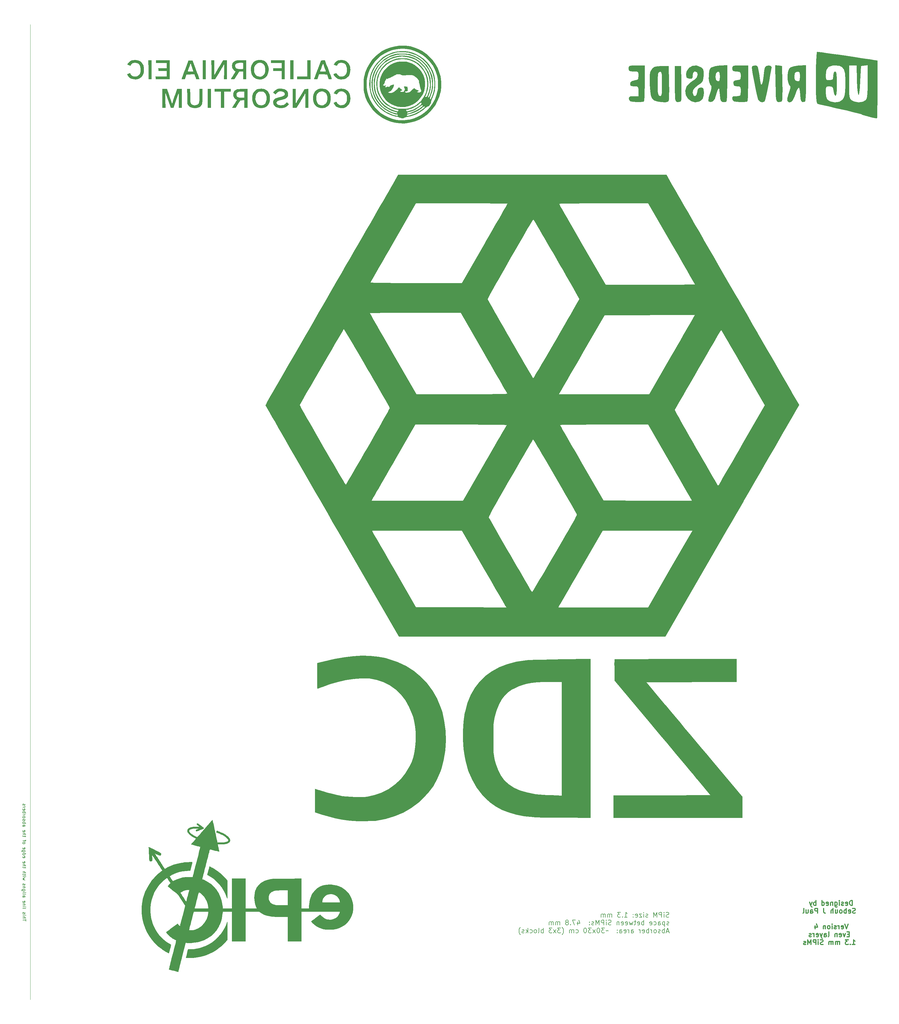
<source format=gbr>
%TF.GenerationSoftware,KiCad,Pcbnew,8.0.2-1*%
%TF.CreationDate,2024-06-20T12:26:40-04:00*%
%TF.ProjectId,EvenLayers_1.3mm_SiPM,4576656e-4c61-4796-9572-735f312e336d,rev?*%
%TF.SameCoordinates,Original*%
%TF.FileFunction,Legend,Bot*%
%TF.FilePolarity,Positive*%
%FSLAX46Y46*%
G04 Gerber Fmt 4.6, Leading zero omitted, Abs format (unit mm)*
G04 Created by KiCad (PCBNEW 8.0.2-1) date 2024-06-20 12:26:40*
%MOMM*%
%LPD*%
G01*
G04 APERTURE LIST*
%ADD10C,0.100000*%
%ADD11C,0.150000*%
%ADD12C,0.300000*%
%ADD13C,0.000000*%
G04 APERTURE END LIST*
D10*
X75000000Y-330000000D02*
X75000000Y-30000000D01*
D11*
X271515601Y-304599784D02*
X271301316Y-304671212D01*
X271301316Y-304671212D02*
X270944173Y-304671212D01*
X270944173Y-304671212D02*
X270801316Y-304599784D01*
X270801316Y-304599784D02*
X270729887Y-304528355D01*
X270729887Y-304528355D02*
X270658458Y-304385498D01*
X270658458Y-304385498D02*
X270658458Y-304242641D01*
X270658458Y-304242641D02*
X270729887Y-304099784D01*
X270729887Y-304099784D02*
X270801316Y-304028355D01*
X270801316Y-304028355D02*
X270944173Y-303956926D01*
X270944173Y-303956926D02*
X271229887Y-303885498D01*
X271229887Y-303885498D02*
X271372744Y-303814069D01*
X271372744Y-303814069D02*
X271444173Y-303742641D01*
X271444173Y-303742641D02*
X271515601Y-303599784D01*
X271515601Y-303599784D02*
X271515601Y-303456926D01*
X271515601Y-303456926D02*
X271444173Y-303314069D01*
X271444173Y-303314069D02*
X271372744Y-303242641D01*
X271372744Y-303242641D02*
X271229887Y-303171212D01*
X271229887Y-303171212D02*
X270872744Y-303171212D01*
X270872744Y-303171212D02*
X270658458Y-303242641D01*
X270015602Y-304671212D02*
X270015602Y-303671212D01*
X270015602Y-303171212D02*
X270087030Y-303242641D01*
X270087030Y-303242641D02*
X270015602Y-303314069D01*
X270015602Y-303314069D02*
X269944173Y-303242641D01*
X269944173Y-303242641D02*
X270015602Y-303171212D01*
X270015602Y-303171212D02*
X270015602Y-303314069D01*
X269301316Y-304671212D02*
X269301316Y-303171212D01*
X269301316Y-303171212D02*
X268729887Y-303171212D01*
X268729887Y-303171212D02*
X268587030Y-303242641D01*
X268587030Y-303242641D02*
X268515601Y-303314069D01*
X268515601Y-303314069D02*
X268444173Y-303456926D01*
X268444173Y-303456926D02*
X268444173Y-303671212D01*
X268444173Y-303671212D02*
X268515601Y-303814069D01*
X268515601Y-303814069D02*
X268587030Y-303885498D01*
X268587030Y-303885498D02*
X268729887Y-303956926D01*
X268729887Y-303956926D02*
X269301316Y-303956926D01*
X267801316Y-304671212D02*
X267801316Y-303171212D01*
X267801316Y-303171212D02*
X267301316Y-304242641D01*
X267301316Y-304242641D02*
X266801316Y-303171212D01*
X266801316Y-303171212D02*
X266801316Y-304671212D01*
X265015601Y-304599784D02*
X264872744Y-304671212D01*
X264872744Y-304671212D02*
X264587030Y-304671212D01*
X264587030Y-304671212D02*
X264444173Y-304599784D01*
X264444173Y-304599784D02*
X264372744Y-304456926D01*
X264372744Y-304456926D02*
X264372744Y-304385498D01*
X264372744Y-304385498D02*
X264444173Y-304242641D01*
X264444173Y-304242641D02*
X264587030Y-304171212D01*
X264587030Y-304171212D02*
X264801316Y-304171212D01*
X264801316Y-304171212D02*
X264944173Y-304099784D01*
X264944173Y-304099784D02*
X265015601Y-303956926D01*
X265015601Y-303956926D02*
X265015601Y-303885498D01*
X265015601Y-303885498D02*
X264944173Y-303742641D01*
X264944173Y-303742641D02*
X264801316Y-303671212D01*
X264801316Y-303671212D02*
X264587030Y-303671212D01*
X264587030Y-303671212D02*
X264444173Y-303742641D01*
X263729887Y-304671212D02*
X263729887Y-303671212D01*
X263729887Y-303171212D02*
X263801315Y-303242641D01*
X263801315Y-303242641D02*
X263729887Y-303314069D01*
X263729887Y-303314069D02*
X263658458Y-303242641D01*
X263658458Y-303242641D02*
X263729887Y-303171212D01*
X263729887Y-303171212D02*
X263729887Y-303314069D01*
X263158458Y-303671212D02*
X262372744Y-303671212D01*
X262372744Y-303671212D02*
X263158458Y-304671212D01*
X263158458Y-304671212D02*
X262372744Y-304671212D01*
X261229886Y-304599784D02*
X261372743Y-304671212D01*
X261372743Y-304671212D02*
X261658458Y-304671212D01*
X261658458Y-304671212D02*
X261801315Y-304599784D01*
X261801315Y-304599784D02*
X261872743Y-304456926D01*
X261872743Y-304456926D02*
X261872743Y-303885498D01*
X261872743Y-303885498D02*
X261801315Y-303742641D01*
X261801315Y-303742641D02*
X261658458Y-303671212D01*
X261658458Y-303671212D02*
X261372743Y-303671212D01*
X261372743Y-303671212D02*
X261229886Y-303742641D01*
X261229886Y-303742641D02*
X261158458Y-303885498D01*
X261158458Y-303885498D02*
X261158458Y-304028355D01*
X261158458Y-304028355D02*
X261872743Y-304171212D01*
X260515601Y-304528355D02*
X260444172Y-304599784D01*
X260444172Y-304599784D02*
X260515601Y-304671212D01*
X260515601Y-304671212D02*
X260587029Y-304599784D01*
X260587029Y-304599784D02*
X260515601Y-304528355D01*
X260515601Y-304528355D02*
X260515601Y-304671212D01*
X260515601Y-303742641D02*
X260444172Y-303814069D01*
X260444172Y-303814069D02*
X260515601Y-303885498D01*
X260515601Y-303885498D02*
X260587029Y-303814069D01*
X260587029Y-303814069D02*
X260515601Y-303742641D01*
X260515601Y-303742641D02*
X260515601Y-303885498D01*
X257872743Y-304671212D02*
X258729886Y-304671212D01*
X258301315Y-304671212D02*
X258301315Y-303171212D01*
X258301315Y-303171212D02*
X258444172Y-303385498D01*
X258444172Y-303385498D02*
X258587029Y-303528355D01*
X258587029Y-303528355D02*
X258729886Y-303599784D01*
X257229887Y-304528355D02*
X257158458Y-304599784D01*
X257158458Y-304599784D02*
X257229887Y-304671212D01*
X257229887Y-304671212D02*
X257301315Y-304599784D01*
X257301315Y-304599784D02*
X257229887Y-304528355D01*
X257229887Y-304528355D02*
X257229887Y-304671212D01*
X256658458Y-303171212D02*
X255729886Y-303171212D01*
X255729886Y-303171212D02*
X256229886Y-303742641D01*
X256229886Y-303742641D02*
X256015601Y-303742641D01*
X256015601Y-303742641D02*
X255872744Y-303814069D01*
X255872744Y-303814069D02*
X255801315Y-303885498D01*
X255801315Y-303885498D02*
X255729886Y-304028355D01*
X255729886Y-304028355D02*
X255729886Y-304385498D01*
X255729886Y-304385498D02*
X255801315Y-304528355D01*
X255801315Y-304528355D02*
X255872744Y-304599784D01*
X255872744Y-304599784D02*
X256015601Y-304671212D01*
X256015601Y-304671212D02*
X256444172Y-304671212D01*
X256444172Y-304671212D02*
X256587029Y-304599784D01*
X256587029Y-304599784D02*
X256658458Y-304528355D01*
X253944173Y-304671212D02*
X253944173Y-303671212D01*
X253944173Y-303814069D02*
X253872744Y-303742641D01*
X253872744Y-303742641D02*
X253729887Y-303671212D01*
X253729887Y-303671212D02*
X253515601Y-303671212D01*
X253515601Y-303671212D02*
X253372744Y-303742641D01*
X253372744Y-303742641D02*
X253301316Y-303885498D01*
X253301316Y-303885498D02*
X253301316Y-304671212D01*
X253301316Y-303885498D02*
X253229887Y-303742641D01*
X253229887Y-303742641D02*
X253087030Y-303671212D01*
X253087030Y-303671212D02*
X252872744Y-303671212D01*
X252872744Y-303671212D02*
X252729887Y-303742641D01*
X252729887Y-303742641D02*
X252658458Y-303885498D01*
X252658458Y-303885498D02*
X252658458Y-304671212D01*
X251944173Y-304671212D02*
X251944173Y-303671212D01*
X251944173Y-303814069D02*
X251872744Y-303742641D01*
X251872744Y-303742641D02*
X251729887Y-303671212D01*
X251729887Y-303671212D02*
X251515601Y-303671212D01*
X251515601Y-303671212D02*
X251372744Y-303742641D01*
X251372744Y-303742641D02*
X251301316Y-303885498D01*
X251301316Y-303885498D02*
X251301316Y-304671212D01*
X251301316Y-303885498D02*
X251229887Y-303742641D01*
X251229887Y-303742641D02*
X251087030Y-303671212D01*
X251087030Y-303671212D02*
X250872744Y-303671212D01*
X250872744Y-303671212D02*
X250729887Y-303742641D01*
X250729887Y-303742641D02*
X250658458Y-303885498D01*
X250658458Y-303885498D02*
X250658458Y-304671212D01*
X271515601Y-307014700D02*
X271372744Y-307086128D01*
X271372744Y-307086128D02*
X271087030Y-307086128D01*
X271087030Y-307086128D02*
X270944173Y-307014700D01*
X270944173Y-307014700D02*
X270872744Y-306871842D01*
X270872744Y-306871842D02*
X270872744Y-306800414D01*
X270872744Y-306800414D02*
X270944173Y-306657557D01*
X270944173Y-306657557D02*
X271087030Y-306586128D01*
X271087030Y-306586128D02*
X271301316Y-306586128D01*
X271301316Y-306586128D02*
X271444173Y-306514700D01*
X271444173Y-306514700D02*
X271515601Y-306371842D01*
X271515601Y-306371842D02*
X271515601Y-306300414D01*
X271515601Y-306300414D02*
X271444173Y-306157557D01*
X271444173Y-306157557D02*
X271301316Y-306086128D01*
X271301316Y-306086128D02*
X271087030Y-306086128D01*
X271087030Y-306086128D02*
X270944173Y-306157557D01*
X270229887Y-306086128D02*
X270229887Y-307586128D01*
X270229887Y-306157557D02*
X270087030Y-306086128D01*
X270087030Y-306086128D02*
X269801315Y-306086128D01*
X269801315Y-306086128D02*
X269658458Y-306157557D01*
X269658458Y-306157557D02*
X269587030Y-306228985D01*
X269587030Y-306228985D02*
X269515601Y-306371842D01*
X269515601Y-306371842D02*
X269515601Y-306800414D01*
X269515601Y-306800414D02*
X269587030Y-306943271D01*
X269587030Y-306943271D02*
X269658458Y-307014700D01*
X269658458Y-307014700D02*
X269801315Y-307086128D01*
X269801315Y-307086128D02*
X270087030Y-307086128D01*
X270087030Y-307086128D02*
X270229887Y-307014700D01*
X268229887Y-307086128D02*
X268229887Y-306300414D01*
X268229887Y-306300414D02*
X268301315Y-306157557D01*
X268301315Y-306157557D02*
X268444172Y-306086128D01*
X268444172Y-306086128D02*
X268729887Y-306086128D01*
X268729887Y-306086128D02*
X268872744Y-306157557D01*
X268229887Y-307014700D02*
X268372744Y-307086128D01*
X268372744Y-307086128D02*
X268729887Y-307086128D01*
X268729887Y-307086128D02*
X268872744Y-307014700D01*
X268872744Y-307014700D02*
X268944172Y-306871842D01*
X268944172Y-306871842D02*
X268944172Y-306728985D01*
X268944172Y-306728985D02*
X268872744Y-306586128D01*
X268872744Y-306586128D02*
X268729887Y-306514700D01*
X268729887Y-306514700D02*
X268372744Y-306514700D01*
X268372744Y-306514700D02*
X268229887Y-306443271D01*
X266872744Y-307014700D02*
X267015601Y-307086128D01*
X267015601Y-307086128D02*
X267301315Y-307086128D01*
X267301315Y-307086128D02*
X267444172Y-307014700D01*
X267444172Y-307014700D02*
X267515601Y-306943271D01*
X267515601Y-306943271D02*
X267587029Y-306800414D01*
X267587029Y-306800414D02*
X267587029Y-306371842D01*
X267587029Y-306371842D02*
X267515601Y-306228985D01*
X267515601Y-306228985D02*
X267444172Y-306157557D01*
X267444172Y-306157557D02*
X267301315Y-306086128D01*
X267301315Y-306086128D02*
X267015601Y-306086128D01*
X267015601Y-306086128D02*
X266872744Y-306157557D01*
X265658458Y-307014700D02*
X265801315Y-307086128D01*
X265801315Y-307086128D02*
X266087030Y-307086128D01*
X266087030Y-307086128D02*
X266229887Y-307014700D01*
X266229887Y-307014700D02*
X266301315Y-306871842D01*
X266301315Y-306871842D02*
X266301315Y-306300414D01*
X266301315Y-306300414D02*
X266229887Y-306157557D01*
X266229887Y-306157557D02*
X266087030Y-306086128D01*
X266087030Y-306086128D02*
X265801315Y-306086128D01*
X265801315Y-306086128D02*
X265658458Y-306157557D01*
X265658458Y-306157557D02*
X265587030Y-306300414D01*
X265587030Y-306300414D02*
X265587030Y-306443271D01*
X265587030Y-306443271D02*
X266301315Y-306586128D01*
X263801316Y-307086128D02*
X263801316Y-305586128D01*
X263801316Y-306157557D02*
X263658459Y-306086128D01*
X263658459Y-306086128D02*
X263372744Y-306086128D01*
X263372744Y-306086128D02*
X263229887Y-306157557D01*
X263229887Y-306157557D02*
X263158459Y-306228985D01*
X263158459Y-306228985D02*
X263087030Y-306371842D01*
X263087030Y-306371842D02*
X263087030Y-306800414D01*
X263087030Y-306800414D02*
X263158459Y-306943271D01*
X263158459Y-306943271D02*
X263229887Y-307014700D01*
X263229887Y-307014700D02*
X263372744Y-307086128D01*
X263372744Y-307086128D02*
X263658459Y-307086128D01*
X263658459Y-307086128D02*
X263801316Y-307014700D01*
X261872744Y-307014700D02*
X262015601Y-307086128D01*
X262015601Y-307086128D02*
X262301316Y-307086128D01*
X262301316Y-307086128D02*
X262444173Y-307014700D01*
X262444173Y-307014700D02*
X262515601Y-306871842D01*
X262515601Y-306871842D02*
X262515601Y-306300414D01*
X262515601Y-306300414D02*
X262444173Y-306157557D01*
X262444173Y-306157557D02*
X262301316Y-306086128D01*
X262301316Y-306086128D02*
X262015601Y-306086128D01*
X262015601Y-306086128D02*
X261872744Y-306157557D01*
X261872744Y-306157557D02*
X261801316Y-306300414D01*
X261801316Y-306300414D02*
X261801316Y-306443271D01*
X261801316Y-306443271D02*
X262515601Y-306586128D01*
X261372744Y-306086128D02*
X260801316Y-306086128D01*
X261158459Y-305586128D02*
X261158459Y-306871842D01*
X261158459Y-306871842D02*
X261087030Y-307014700D01*
X261087030Y-307014700D02*
X260944173Y-307086128D01*
X260944173Y-307086128D02*
X260801316Y-307086128D01*
X260444173Y-306086128D02*
X260158459Y-307086128D01*
X260158459Y-307086128D02*
X259872744Y-306371842D01*
X259872744Y-306371842D02*
X259587030Y-307086128D01*
X259587030Y-307086128D02*
X259301316Y-306086128D01*
X258158458Y-307014700D02*
X258301315Y-307086128D01*
X258301315Y-307086128D02*
X258587030Y-307086128D01*
X258587030Y-307086128D02*
X258729887Y-307014700D01*
X258729887Y-307014700D02*
X258801315Y-306871842D01*
X258801315Y-306871842D02*
X258801315Y-306300414D01*
X258801315Y-306300414D02*
X258729887Y-306157557D01*
X258729887Y-306157557D02*
X258587030Y-306086128D01*
X258587030Y-306086128D02*
X258301315Y-306086128D01*
X258301315Y-306086128D02*
X258158458Y-306157557D01*
X258158458Y-306157557D02*
X258087030Y-306300414D01*
X258087030Y-306300414D02*
X258087030Y-306443271D01*
X258087030Y-306443271D02*
X258801315Y-306586128D01*
X256872744Y-307014700D02*
X257015601Y-307086128D01*
X257015601Y-307086128D02*
X257301316Y-307086128D01*
X257301316Y-307086128D02*
X257444173Y-307014700D01*
X257444173Y-307014700D02*
X257515601Y-306871842D01*
X257515601Y-306871842D02*
X257515601Y-306300414D01*
X257515601Y-306300414D02*
X257444173Y-306157557D01*
X257444173Y-306157557D02*
X257301316Y-306086128D01*
X257301316Y-306086128D02*
X257015601Y-306086128D01*
X257015601Y-306086128D02*
X256872744Y-306157557D01*
X256872744Y-306157557D02*
X256801316Y-306300414D01*
X256801316Y-306300414D02*
X256801316Y-306443271D01*
X256801316Y-306443271D02*
X257515601Y-306586128D01*
X256158459Y-306086128D02*
X256158459Y-307086128D01*
X256158459Y-306228985D02*
X256087030Y-306157557D01*
X256087030Y-306157557D02*
X255944173Y-306086128D01*
X255944173Y-306086128D02*
X255729887Y-306086128D01*
X255729887Y-306086128D02*
X255587030Y-306157557D01*
X255587030Y-306157557D02*
X255515602Y-306300414D01*
X255515602Y-306300414D02*
X255515602Y-307086128D01*
X253729887Y-307014700D02*
X253515602Y-307086128D01*
X253515602Y-307086128D02*
X253158459Y-307086128D01*
X253158459Y-307086128D02*
X253015602Y-307014700D01*
X253015602Y-307014700D02*
X252944173Y-306943271D01*
X252944173Y-306943271D02*
X252872744Y-306800414D01*
X252872744Y-306800414D02*
X252872744Y-306657557D01*
X252872744Y-306657557D02*
X252944173Y-306514700D01*
X252944173Y-306514700D02*
X253015602Y-306443271D01*
X253015602Y-306443271D02*
X253158459Y-306371842D01*
X253158459Y-306371842D02*
X253444173Y-306300414D01*
X253444173Y-306300414D02*
X253587030Y-306228985D01*
X253587030Y-306228985D02*
X253658459Y-306157557D01*
X253658459Y-306157557D02*
X253729887Y-306014700D01*
X253729887Y-306014700D02*
X253729887Y-305871842D01*
X253729887Y-305871842D02*
X253658459Y-305728985D01*
X253658459Y-305728985D02*
X253587030Y-305657557D01*
X253587030Y-305657557D02*
X253444173Y-305586128D01*
X253444173Y-305586128D02*
X253087030Y-305586128D01*
X253087030Y-305586128D02*
X252872744Y-305657557D01*
X252229888Y-307086128D02*
X252229888Y-306086128D01*
X252229888Y-305586128D02*
X252301316Y-305657557D01*
X252301316Y-305657557D02*
X252229888Y-305728985D01*
X252229888Y-305728985D02*
X252158459Y-305657557D01*
X252158459Y-305657557D02*
X252229888Y-305586128D01*
X252229888Y-305586128D02*
X252229888Y-305728985D01*
X251515602Y-307086128D02*
X251515602Y-305586128D01*
X251515602Y-305586128D02*
X250944173Y-305586128D01*
X250944173Y-305586128D02*
X250801316Y-305657557D01*
X250801316Y-305657557D02*
X250729887Y-305728985D01*
X250729887Y-305728985D02*
X250658459Y-305871842D01*
X250658459Y-305871842D02*
X250658459Y-306086128D01*
X250658459Y-306086128D02*
X250729887Y-306228985D01*
X250729887Y-306228985D02*
X250801316Y-306300414D01*
X250801316Y-306300414D02*
X250944173Y-306371842D01*
X250944173Y-306371842D02*
X251515602Y-306371842D01*
X250015602Y-307086128D02*
X250015602Y-305586128D01*
X250015602Y-305586128D02*
X249515602Y-306657557D01*
X249515602Y-306657557D02*
X249015602Y-305586128D01*
X249015602Y-305586128D02*
X249015602Y-307086128D01*
X248372744Y-307014700D02*
X248229887Y-307086128D01*
X248229887Y-307086128D02*
X247944173Y-307086128D01*
X247944173Y-307086128D02*
X247801316Y-307014700D01*
X247801316Y-307014700D02*
X247729887Y-306871842D01*
X247729887Y-306871842D02*
X247729887Y-306800414D01*
X247729887Y-306800414D02*
X247801316Y-306657557D01*
X247801316Y-306657557D02*
X247944173Y-306586128D01*
X247944173Y-306586128D02*
X248158459Y-306586128D01*
X248158459Y-306586128D02*
X248301316Y-306514700D01*
X248301316Y-306514700D02*
X248372744Y-306371842D01*
X248372744Y-306371842D02*
X248372744Y-306300414D01*
X248372744Y-306300414D02*
X248301316Y-306157557D01*
X248301316Y-306157557D02*
X248158459Y-306086128D01*
X248158459Y-306086128D02*
X247944173Y-306086128D01*
X247944173Y-306086128D02*
X247801316Y-306157557D01*
X247087030Y-306943271D02*
X247015601Y-307014700D01*
X247015601Y-307014700D02*
X247087030Y-307086128D01*
X247087030Y-307086128D02*
X247158458Y-307014700D01*
X247158458Y-307014700D02*
X247087030Y-306943271D01*
X247087030Y-306943271D02*
X247087030Y-307086128D01*
X247087030Y-306157557D02*
X247015601Y-306228985D01*
X247015601Y-306228985D02*
X247087030Y-306300414D01*
X247087030Y-306300414D02*
X247158458Y-306228985D01*
X247158458Y-306228985D02*
X247087030Y-306157557D01*
X247087030Y-306157557D02*
X247087030Y-306300414D01*
X243444173Y-306086128D02*
X243444173Y-307086128D01*
X243801315Y-305514700D02*
X244158458Y-306586128D01*
X244158458Y-306586128D02*
X243229887Y-306586128D01*
X242801316Y-305586128D02*
X241801316Y-305586128D01*
X241801316Y-305586128D02*
X242444173Y-307086128D01*
X241229888Y-306943271D02*
X241158459Y-307014700D01*
X241158459Y-307014700D02*
X241229888Y-307086128D01*
X241229888Y-307086128D02*
X241301316Y-307014700D01*
X241301316Y-307014700D02*
X241229888Y-306943271D01*
X241229888Y-306943271D02*
X241229888Y-307086128D01*
X240301316Y-306228985D02*
X240444173Y-306157557D01*
X240444173Y-306157557D02*
X240515602Y-306086128D01*
X240515602Y-306086128D02*
X240587030Y-305943271D01*
X240587030Y-305943271D02*
X240587030Y-305871842D01*
X240587030Y-305871842D02*
X240515602Y-305728985D01*
X240515602Y-305728985D02*
X240444173Y-305657557D01*
X240444173Y-305657557D02*
X240301316Y-305586128D01*
X240301316Y-305586128D02*
X240015602Y-305586128D01*
X240015602Y-305586128D02*
X239872745Y-305657557D01*
X239872745Y-305657557D02*
X239801316Y-305728985D01*
X239801316Y-305728985D02*
X239729887Y-305871842D01*
X239729887Y-305871842D02*
X239729887Y-305943271D01*
X239729887Y-305943271D02*
X239801316Y-306086128D01*
X239801316Y-306086128D02*
X239872745Y-306157557D01*
X239872745Y-306157557D02*
X240015602Y-306228985D01*
X240015602Y-306228985D02*
X240301316Y-306228985D01*
X240301316Y-306228985D02*
X240444173Y-306300414D01*
X240444173Y-306300414D02*
X240515602Y-306371842D01*
X240515602Y-306371842D02*
X240587030Y-306514700D01*
X240587030Y-306514700D02*
X240587030Y-306800414D01*
X240587030Y-306800414D02*
X240515602Y-306943271D01*
X240515602Y-306943271D02*
X240444173Y-307014700D01*
X240444173Y-307014700D02*
X240301316Y-307086128D01*
X240301316Y-307086128D02*
X240015602Y-307086128D01*
X240015602Y-307086128D02*
X239872745Y-307014700D01*
X239872745Y-307014700D02*
X239801316Y-306943271D01*
X239801316Y-306943271D02*
X239729887Y-306800414D01*
X239729887Y-306800414D02*
X239729887Y-306514700D01*
X239729887Y-306514700D02*
X239801316Y-306371842D01*
X239801316Y-306371842D02*
X239872745Y-306300414D01*
X239872745Y-306300414D02*
X240015602Y-306228985D01*
X237944174Y-307086128D02*
X237944174Y-306086128D01*
X237944174Y-306228985D02*
X237872745Y-306157557D01*
X237872745Y-306157557D02*
X237729888Y-306086128D01*
X237729888Y-306086128D02*
X237515602Y-306086128D01*
X237515602Y-306086128D02*
X237372745Y-306157557D01*
X237372745Y-306157557D02*
X237301317Y-306300414D01*
X237301317Y-306300414D02*
X237301317Y-307086128D01*
X237301317Y-306300414D02*
X237229888Y-306157557D01*
X237229888Y-306157557D02*
X237087031Y-306086128D01*
X237087031Y-306086128D02*
X236872745Y-306086128D01*
X236872745Y-306086128D02*
X236729888Y-306157557D01*
X236729888Y-306157557D02*
X236658459Y-306300414D01*
X236658459Y-306300414D02*
X236658459Y-307086128D01*
X235944174Y-307086128D02*
X235944174Y-306086128D01*
X235944174Y-306228985D02*
X235872745Y-306157557D01*
X235872745Y-306157557D02*
X235729888Y-306086128D01*
X235729888Y-306086128D02*
X235515602Y-306086128D01*
X235515602Y-306086128D02*
X235372745Y-306157557D01*
X235372745Y-306157557D02*
X235301317Y-306300414D01*
X235301317Y-306300414D02*
X235301317Y-307086128D01*
X235301317Y-306300414D02*
X235229888Y-306157557D01*
X235229888Y-306157557D02*
X235087031Y-306086128D01*
X235087031Y-306086128D02*
X234872745Y-306086128D01*
X234872745Y-306086128D02*
X234729888Y-306157557D01*
X234729888Y-306157557D02*
X234658459Y-306300414D01*
X234658459Y-306300414D02*
X234658459Y-307086128D01*
X271515601Y-309072473D02*
X270801316Y-309072473D01*
X271658458Y-309501044D02*
X271158458Y-308001044D01*
X271158458Y-308001044D02*
X270658458Y-309501044D01*
X270158459Y-309501044D02*
X270158459Y-308001044D01*
X270158459Y-308572473D02*
X270015602Y-308501044D01*
X270015602Y-308501044D02*
X269729887Y-308501044D01*
X269729887Y-308501044D02*
X269587030Y-308572473D01*
X269587030Y-308572473D02*
X269515602Y-308643901D01*
X269515602Y-308643901D02*
X269444173Y-308786758D01*
X269444173Y-308786758D02*
X269444173Y-309215330D01*
X269444173Y-309215330D02*
X269515602Y-309358187D01*
X269515602Y-309358187D02*
X269587030Y-309429616D01*
X269587030Y-309429616D02*
X269729887Y-309501044D01*
X269729887Y-309501044D02*
X270015602Y-309501044D01*
X270015602Y-309501044D02*
X270158459Y-309429616D01*
X268872744Y-309429616D02*
X268729887Y-309501044D01*
X268729887Y-309501044D02*
X268444173Y-309501044D01*
X268444173Y-309501044D02*
X268301316Y-309429616D01*
X268301316Y-309429616D02*
X268229887Y-309286758D01*
X268229887Y-309286758D02*
X268229887Y-309215330D01*
X268229887Y-309215330D02*
X268301316Y-309072473D01*
X268301316Y-309072473D02*
X268444173Y-309001044D01*
X268444173Y-309001044D02*
X268658459Y-309001044D01*
X268658459Y-309001044D02*
X268801316Y-308929616D01*
X268801316Y-308929616D02*
X268872744Y-308786758D01*
X268872744Y-308786758D02*
X268872744Y-308715330D01*
X268872744Y-308715330D02*
X268801316Y-308572473D01*
X268801316Y-308572473D02*
X268658459Y-308501044D01*
X268658459Y-308501044D02*
X268444173Y-308501044D01*
X268444173Y-308501044D02*
X268301316Y-308572473D01*
X267372744Y-309501044D02*
X267515601Y-309429616D01*
X267515601Y-309429616D02*
X267587030Y-309358187D01*
X267587030Y-309358187D02*
X267658458Y-309215330D01*
X267658458Y-309215330D02*
X267658458Y-308786758D01*
X267658458Y-308786758D02*
X267587030Y-308643901D01*
X267587030Y-308643901D02*
X267515601Y-308572473D01*
X267515601Y-308572473D02*
X267372744Y-308501044D01*
X267372744Y-308501044D02*
X267158458Y-308501044D01*
X267158458Y-308501044D02*
X267015601Y-308572473D01*
X267015601Y-308572473D02*
X266944173Y-308643901D01*
X266944173Y-308643901D02*
X266872744Y-308786758D01*
X266872744Y-308786758D02*
X266872744Y-309215330D01*
X266872744Y-309215330D02*
X266944173Y-309358187D01*
X266944173Y-309358187D02*
X267015601Y-309429616D01*
X267015601Y-309429616D02*
X267158458Y-309501044D01*
X267158458Y-309501044D02*
X267372744Y-309501044D01*
X266229887Y-309501044D02*
X266229887Y-308501044D01*
X266229887Y-308786758D02*
X266158458Y-308643901D01*
X266158458Y-308643901D02*
X266087030Y-308572473D01*
X266087030Y-308572473D02*
X265944172Y-308501044D01*
X265944172Y-308501044D02*
X265801315Y-308501044D01*
X265301316Y-309501044D02*
X265301316Y-308001044D01*
X265301316Y-308572473D02*
X265158459Y-308501044D01*
X265158459Y-308501044D02*
X264872744Y-308501044D01*
X264872744Y-308501044D02*
X264729887Y-308572473D01*
X264729887Y-308572473D02*
X264658459Y-308643901D01*
X264658459Y-308643901D02*
X264587030Y-308786758D01*
X264587030Y-308786758D02*
X264587030Y-309215330D01*
X264587030Y-309215330D02*
X264658459Y-309358187D01*
X264658459Y-309358187D02*
X264729887Y-309429616D01*
X264729887Y-309429616D02*
X264872744Y-309501044D01*
X264872744Y-309501044D02*
X265158459Y-309501044D01*
X265158459Y-309501044D02*
X265301316Y-309429616D01*
X263372744Y-309429616D02*
X263515601Y-309501044D01*
X263515601Y-309501044D02*
X263801316Y-309501044D01*
X263801316Y-309501044D02*
X263944173Y-309429616D01*
X263944173Y-309429616D02*
X264015601Y-309286758D01*
X264015601Y-309286758D02*
X264015601Y-308715330D01*
X264015601Y-308715330D02*
X263944173Y-308572473D01*
X263944173Y-308572473D02*
X263801316Y-308501044D01*
X263801316Y-308501044D02*
X263515601Y-308501044D01*
X263515601Y-308501044D02*
X263372744Y-308572473D01*
X263372744Y-308572473D02*
X263301316Y-308715330D01*
X263301316Y-308715330D02*
X263301316Y-308858187D01*
X263301316Y-308858187D02*
X264015601Y-309001044D01*
X262658459Y-309501044D02*
X262658459Y-308501044D01*
X262658459Y-308786758D02*
X262587030Y-308643901D01*
X262587030Y-308643901D02*
X262515602Y-308572473D01*
X262515602Y-308572473D02*
X262372744Y-308501044D01*
X262372744Y-308501044D02*
X262229887Y-308501044D01*
X259944174Y-309501044D02*
X259944174Y-308715330D01*
X259944174Y-308715330D02*
X260015602Y-308572473D01*
X260015602Y-308572473D02*
X260158459Y-308501044D01*
X260158459Y-308501044D02*
X260444174Y-308501044D01*
X260444174Y-308501044D02*
X260587031Y-308572473D01*
X259944174Y-309429616D02*
X260087031Y-309501044D01*
X260087031Y-309501044D02*
X260444174Y-309501044D01*
X260444174Y-309501044D02*
X260587031Y-309429616D01*
X260587031Y-309429616D02*
X260658459Y-309286758D01*
X260658459Y-309286758D02*
X260658459Y-309143901D01*
X260658459Y-309143901D02*
X260587031Y-309001044D01*
X260587031Y-309001044D02*
X260444174Y-308929616D01*
X260444174Y-308929616D02*
X260087031Y-308929616D01*
X260087031Y-308929616D02*
X259944174Y-308858187D01*
X259229888Y-309501044D02*
X259229888Y-308501044D01*
X259229888Y-308786758D02*
X259158459Y-308643901D01*
X259158459Y-308643901D02*
X259087031Y-308572473D01*
X259087031Y-308572473D02*
X258944173Y-308501044D01*
X258944173Y-308501044D02*
X258801316Y-308501044D01*
X257729888Y-309429616D02*
X257872745Y-309501044D01*
X257872745Y-309501044D02*
X258158460Y-309501044D01*
X258158460Y-309501044D02*
X258301317Y-309429616D01*
X258301317Y-309429616D02*
X258372745Y-309286758D01*
X258372745Y-309286758D02*
X258372745Y-308715330D01*
X258372745Y-308715330D02*
X258301317Y-308572473D01*
X258301317Y-308572473D02*
X258158460Y-308501044D01*
X258158460Y-308501044D02*
X257872745Y-308501044D01*
X257872745Y-308501044D02*
X257729888Y-308572473D01*
X257729888Y-308572473D02*
X257658460Y-308715330D01*
X257658460Y-308715330D02*
X257658460Y-308858187D01*
X257658460Y-308858187D02*
X258372745Y-309001044D01*
X256372746Y-309501044D02*
X256372746Y-308715330D01*
X256372746Y-308715330D02*
X256444174Y-308572473D01*
X256444174Y-308572473D02*
X256587031Y-308501044D01*
X256587031Y-308501044D02*
X256872746Y-308501044D01*
X256872746Y-308501044D02*
X257015603Y-308572473D01*
X256372746Y-309429616D02*
X256515603Y-309501044D01*
X256515603Y-309501044D02*
X256872746Y-309501044D01*
X256872746Y-309501044D02*
X257015603Y-309429616D01*
X257015603Y-309429616D02*
X257087031Y-309286758D01*
X257087031Y-309286758D02*
X257087031Y-309143901D01*
X257087031Y-309143901D02*
X257015603Y-309001044D01*
X257015603Y-309001044D02*
X256872746Y-308929616D01*
X256872746Y-308929616D02*
X256515603Y-308929616D01*
X256515603Y-308929616D02*
X256372746Y-308858187D01*
X255658460Y-309358187D02*
X255587031Y-309429616D01*
X255587031Y-309429616D02*
X255658460Y-309501044D01*
X255658460Y-309501044D02*
X255729888Y-309429616D01*
X255729888Y-309429616D02*
X255658460Y-309358187D01*
X255658460Y-309358187D02*
X255658460Y-309501044D01*
X255658460Y-308572473D02*
X255587031Y-308643901D01*
X255587031Y-308643901D02*
X255658460Y-308715330D01*
X255658460Y-308715330D02*
X255729888Y-308643901D01*
X255729888Y-308643901D02*
X255658460Y-308572473D01*
X255658460Y-308572473D02*
X255658460Y-308715330D01*
X252872745Y-308929616D02*
X252801317Y-308858187D01*
X252801317Y-308858187D02*
X252658460Y-308786758D01*
X252658460Y-308786758D02*
X252372745Y-308929616D01*
X252372745Y-308929616D02*
X252229888Y-308858187D01*
X252229888Y-308858187D02*
X252158460Y-308786758D01*
X251729888Y-308001044D02*
X250801316Y-308001044D01*
X250801316Y-308001044D02*
X251301316Y-308572473D01*
X251301316Y-308572473D02*
X251087031Y-308572473D01*
X251087031Y-308572473D02*
X250944174Y-308643901D01*
X250944174Y-308643901D02*
X250872745Y-308715330D01*
X250872745Y-308715330D02*
X250801316Y-308858187D01*
X250801316Y-308858187D02*
X250801316Y-309215330D01*
X250801316Y-309215330D02*
X250872745Y-309358187D01*
X250872745Y-309358187D02*
X250944174Y-309429616D01*
X250944174Y-309429616D02*
X251087031Y-309501044D01*
X251087031Y-309501044D02*
X251515602Y-309501044D01*
X251515602Y-309501044D02*
X251658459Y-309429616D01*
X251658459Y-309429616D02*
X251729888Y-309358187D01*
X249872745Y-308001044D02*
X249729888Y-308001044D01*
X249729888Y-308001044D02*
X249587031Y-308072473D01*
X249587031Y-308072473D02*
X249515603Y-308143901D01*
X249515603Y-308143901D02*
X249444174Y-308286758D01*
X249444174Y-308286758D02*
X249372745Y-308572473D01*
X249372745Y-308572473D02*
X249372745Y-308929616D01*
X249372745Y-308929616D02*
X249444174Y-309215330D01*
X249444174Y-309215330D02*
X249515603Y-309358187D01*
X249515603Y-309358187D02*
X249587031Y-309429616D01*
X249587031Y-309429616D02*
X249729888Y-309501044D01*
X249729888Y-309501044D02*
X249872745Y-309501044D01*
X249872745Y-309501044D02*
X250015603Y-309429616D01*
X250015603Y-309429616D02*
X250087031Y-309358187D01*
X250087031Y-309358187D02*
X250158460Y-309215330D01*
X250158460Y-309215330D02*
X250229888Y-308929616D01*
X250229888Y-308929616D02*
X250229888Y-308572473D01*
X250229888Y-308572473D02*
X250158460Y-308286758D01*
X250158460Y-308286758D02*
X250087031Y-308143901D01*
X250087031Y-308143901D02*
X250015603Y-308072473D01*
X250015603Y-308072473D02*
X249872745Y-308001044D01*
X248872746Y-309501044D02*
X248087032Y-308501044D01*
X248872746Y-308501044D02*
X248087032Y-309501044D01*
X247658460Y-308001044D02*
X246729888Y-308001044D01*
X246729888Y-308001044D02*
X247229888Y-308572473D01*
X247229888Y-308572473D02*
X247015603Y-308572473D01*
X247015603Y-308572473D02*
X246872746Y-308643901D01*
X246872746Y-308643901D02*
X246801317Y-308715330D01*
X246801317Y-308715330D02*
X246729888Y-308858187D01*
X246729888Y-308858187D02*
X246729888Y-309215330D01*
X246729888Y-309215330D02*
X246801317Y-309358187D01*
X246801317Y-309358187D02*
X246872746Y-309429616D01*
X246872746Y-309429616D02*
X247015603Y-309501044D01*
X247015603Y-309501044D02*
X247444174Y-309501044D01*
X247444174Y-309501044D02*
X247587031Y-309429616D01*
X247587031Y-309429616D02*
X247658460Y-309358187D01*
X245801317Y-308001044D02*
X245658460Y-308001044D01*
X245658460Y-308001044D02*
X245515603Y-308072473D01*
X245515603Y-308072473D02*
X245444175Y-308143901D01*
X245444175Y-308143901D02*
X245372746Y-308286758D01*
X245372746Y-308286758D02*
X245301317Y-308572473D01*
X245301317Y-308572473D02*
X245301317Y-308929616D01*
X245301317Y-308929616D02*
X245372746Y-309215330D01*
X245372746Y-309215330D02*
X245444175Y-309358187D01*
X245444175Y-309358187D02*
X245515603Y-309429616D01*
X245515603Y-309429616D02*
X245658460Y-309501044D01*
X245658460Y-309501044D02*
X245801317Y-309501044D01*
X245801317Y-309501044D02*
X245944175Y-309429616D01*
X245944175Y-309429616D02*
X246015603Y-309358187D01*
X246015603Y-309358187D02*
X246087032Y-309215330D01*
X246087032Y-309215330D02*
X246158460Y-308929616D01*
X246158460Y-308929616D02*
X246158460Y-308572473D01*
X246158460Y-308572473D02*
X246087032Y-308286758D01*
X246087032Y-308286758D02*
X246015603Y-308143901D01*
X246015603Y-308143901D02*
X245944175Y-308072473D01*
X245944175Y-308072473D02*
X245801317Y-308001044D01*
X242872747Y-309429616D02*
X243015604Y-309501044D01*
X243015604Y-309501044D02*
X243301318Y-309501044D01*
X243301318Y-309501044D02*
X243444175Y-309429616D01*
X243444175Y-309429616D02*
X243515604Y-309358187D01*
X243515604Y-309358187D02*
X243587032Y-309215330D01*
X243587032Y-309215330D02*
X243587032Y-308786758D01*
X243587032Y-308786758D02*
X243515604Y-308643901D01*
X243515604Y-308643901D02*
X243444175Y-308572473D01*
X243444175Y-308572473D02*
X243301318Y-308501044D01*
X243301318Y-308501044D02*
X243015604Y-308501044D01*
X243015604Y-308501044D02*
X242872747Y-308572473D01*
X242229890Y-309501044D02*
X242229890Y-308501044D01*
X242229890Y-308643901D02*
X242158461Y-308572473D01*
X242158461Y-308572473D02*
X242015604Y-308501044D01*
X242015604Y-308501044D02*
X241801318Y-308501044D01*
X241801318Y-308501044D02*
X241658461Y-308572473D01*
X241658461Y-308572473D02*
X241587033Y-308715330D01*
X241587033Y-308715330D02*
X241587033Y-309501044D01*
X241587033Y-308715330D02*
X241515604Y-308572473D01*
X241515604Y-308572473D02*
X241372747Y-308501044D01*
X241372747Y-308501044D02*
X241158461Y-308501044D01*
X241158461Y-308501044D02*
X241015604Y-308572473D01*
X241015604Y-308572473D02*
X240944175Y-308715330D01*
X240944175Y-308715330D02*
X240944175Y-309501044D01*
X238658461Y-310072473D02*
X238729890Y-310001044D01*
X238729890Y-310001044D02*
X238872747Y-309786758D01*
X238872747Y-309786758D02*
X238944176Y-309643901D01*
X238944176Y-309643901D02*
X239015604Y-309429616D01*
X239015604Y-309429616D02*
X239087033Y-309072473D01*
X239087033Y-309072473D02*
X239087033Y-308786758D01*
X239087033Y-308786758D02*
X239015604Y-308429616D01*
X239015604Y-308429616D02*
X238944176Y-308215330D01*
X238944176Y-308215330D02*
X238872747Y-308072473D01*
X238872747Y-308072473D02*
X238729890Y-307858187D01*
X238729890Y-307858187D02*
X238658461Y-307786758D01*
X238229890Y-308001044D02*
X237301318Y-308001044D01*
X237301318Y-308001044D02*
X237801318Y-308572473D01*
X237801318Y-308572473D02*
X237587033Y-308572473D01*
X237587033Y-308572473D02*
X237444176Y-308643901D01*
X237444176Y-308643901D02*
X237372747Y-308715330D01*
X237372747Y-308715330D02*
X237301318Y-308858187D01*
X237301318Y-308858187D02*
X237301318Y-309215330D01*
X237301318Y-309215330D02*
X237372747Y-309358187D01*
X237372747Y-309358187D02*
X237444176Y-309429616D01*
X237444176Y-309429616D02*
X237587033Y-309501044D01*
X237587033Y-309501044D02*
X238015604Y-309501044D01*
X238015604Y-309501044D02*
X238158461Y-309429616D01*
X238158461Y-309429616D02*
X238229890Y-309358187D01*
X236801319Y-309501044D02*
X236015605Y-308501044D01*
X236801319Y-308501044D02*
X236015605Y-309501044D01*
X235587033Y-308001044D02*
X234658461Y-308001044D01*
X234658461Y-308001044D02*
X235158461Y-308572473D01*
X235158461Y-308572473D02*
X234944176Y-308572473D01*
X234944176Y-308572473D02*
X234801319Y-308643901D01*
X234801319Y-308643901D02*
X234729890Y-308715330D01*
X234729890Y-308715330D02*
X234658461Y-308858187D01*
X234658461Y-308858187D02*
X234658461Y-309215330D01*
X234658461Y-309215330D02*
X234729890Y-309358187D01*
X234729890Y-309358187D02*
X234801319Y-309429616D01*
X234801319Y-309429616D02*
X234944176Y-309501044D01*
X234944176Y-309501044D02*
X235372747Y-309501044D01*
X235372747Y-309501044D02*
X235515604Y-309429616D01*
X235515604Y-309429616D02*
X235587033Y-309358187D01*
X232872748Y-309501044D02*
X232872748Y-308001044D01*
X232872748Y-308572473D02*
X232729891Y-308501044D01*
X232729891Y-308501044D02*
X232444176Y-308501044D01*
X232444176Y-308501044D02*
X232301319Y-308572473D01*
X232301319Y-308572473D02*
X232229891Y-308643901D01*
X232229891Y-308643901D02*
X232158462Y-308786758D01*
X232158462Y-308786758D02*
X232158462Y-309215330D01*
X232158462Y-309215330D02*
X232229891Y-309358187D01*
X232229891Y-309358187D02*
X232301319Y-309429616D01*
X232301319Y-309429616D02*
X232444176Y-309501044D01*
X232444176Y-309501044D02*
X232729891Y-309501044D01*
X232729891Y-309501044D02*
X232872748Y-309429616D01*
X231301319Y-309501044D02*
X231444176Y-309429616D01*
X231444176Y-309429616D02*
X231515605Y-309286758D01*
X231515605Y-309286758D02*
X231515605Y-308001044D01*
X230515605Y-309501044D02*
X230658462Y-309429616D01*
X230658462Y-309429616D02*
X230729891Y-309358187D01*
X230729891Y-309358187D02*
X230801319Y-309215330D01*
X230801319Y-309215330D02*
X230801319Y-308786758D01*
X230801319Y-308786758D02*
X230729891Y-308643901D01*
X230729891Y-308643901D02*
X230658462Y-308572473D01*
X230658462Y-308572473D02*
X230515605Y-308501044D01*
X230515605Y-308501044D02*
X230301319Y-308501044D01*
X230301319Y-308501044D02*
X230158462Y-308572473D01*
X230158462Y-308572473D02*
X230087034Y-308643901D01*
X230087034Y-308643901D02*
X230015605Y-308786758D01*
X230015605Y-308786758D02*
X230015605Y-309215330D01*
X230015605Y-309215330D02*
X230087034Y-309358187D01*
X230087034Y-309358187D02*
X230158462Y-309429616D01*
X230158462Y-309429616D02*
X230301319Y-309501044D01*
X230301319Y-309501044D02*
X230515605Y-309501044D01*
X228729891Y-309429616D02*
X228872748Y-309501044D01*
X228872748Y-309501044D02*
X229158462Y-309501044D01*
X229158462Y-309501044D02*
X229301319Y-309429616D01*
X229301319Y-309429616D02*
X229372748Y-309358187D01*
X229372748Y-309358187D02*
X229444176Y-309215330D01*
X229444176Y-309215330D02*
X229444176Y-308786758D01*
X229444176Y-308786758D02*
X229372748Y-308643901D01*
X229372748Y-308643901D02*
X229301319Y-308572473D01*
X229301319Y-308572473D02*
X229158462Y-308501044D01*
X229158462Y-308501044D02*
X228872748Y-308501044D01*
X228872748Y-308501044D02*
X228729891Y-308572473D01*
X228087034Y-309501044D02*
X228087034Y-308001044D01*
X227944177Y-308929616D02*
X227515605Y-309501044D01*
X227515605Y-308501044D02*
X228087034Y-309072473D01*
X226944176Y-309429616D02*
X226801319Y-309501044D01*
X226801319Y-309501044D02*
X226515605Y-309501044D01*
X226515605Y-309501044D02*
X226372748Y-309429616D01*
X226372748Y-309429616D02*
X226301319Y-309286758D01*
X226301319Y-309286758D02*
X226301319Y-309215330D01*
X226301319Y-309215330D02*
X226372748Y-309072473D01*
X226372748Y-309072473D02*
X226515605Y-309001044D01*
X226515605Y-309001044D02*
X226729891Y-309001044D01*
X226729891Y-309001044D02*
X226872748Y-308929616D01*
X226872748Y-308929616D02*
X226944176Y-308786758D01*
X226944176Y-308786758D02*
X226944176Y-308715330D01*
X226944176Y-308715330D02*
X226872748Y-308572473D01*
X226872748Y-308572473D02*
X226729891Y-308501044D01*
X226729891Y-308501044D02*
X226515605Y-308501044D01*
X226515605Y-308501044D02*
X226372748Y-308572473D01*
X225801319Y-310072473D02*
X225729890Y-310001044D01*
X225729890Y-310001044D02*
X225587033Y-309786758D01*
X225587033Y-309786758D02*
X225515605Y-309643901D01*
X225515605Y-309643901D02*
X225444176Y-309429616D01*
X225444176Y-309429616D02*
X225372747Y-309072473D01*
X225372747Y-309072473D02*
X225372747Y-308786758D01*
X225372747Y-308786758D02*
X225444176Y-308429616D01*
X225444176Y-308429616D02*
X225515605Y-308215330D01*
X225515605Y-308215330D02*
X225587033Y-308072473D01*
X225587033Y-308072473D02*
X225729890Y-307858187D01*
X225729890Y-307858187D02*
X225801319Y-307786758D01*
X271515601Y-304599784D02*
X271301316Y-304671212D01*
X271301316Y-304671212D02*
X270944173Y-304671212D01*
X270944173Y-304671212D02*
X270801316Y-304599784D01*
X270801316Y-304599784D02*
X270729887Y-304528355D01*
X270729887Y-304528355D02*
X270658458Y-304385498D01*
X270658458Y-304385498D02*
X270658458Y-304242641D01*
X270658458Y-304242641D02*
X270729887Y-304099784D01*
X270729887Y-304099784D02*
X270801316Y-304028355D01*
X270801316Y-304028355D02*
X270944173Y-303956926D01*
X270944173Y-303956926D02*
X271229887Y-303885498D01*
X271229887Y-303885498D02*
X271372744Y-303814069D01*
X271372744Y-303814069D02*
X271444173Y-303742641D01*
X271444173Y-303742641D02*
X271515601Y-303599784D01*
X271515601Y-303599784D02*
X271515601Y-303456926D01*
X271515601Y-303456926D02*
X271444173Y-303314069D01*
X271444173Y-303314069D02*
X271372744Y-303242641D01*
X271372744Y-303242641D02*
X271229887Y-303171212D01*
X271229887Y-303171212D02*
X270872744Y-303171212D01*
X270872744Y-303171212D02*
X270658458Y-303242641D01*
X270015602Y-304671212D02*
X270015602Y-303671212D01*
X270015602Y-303171212D02*
X270087030Y-303242641D01*
X270087030Y-303242641D02*
X270015602Y-303314069D01*
X270015602Y-303314069D02*
X269944173Y-303242641D01*
X269944173Y-303242641D02*
X270015602Y-303171212D01*
X270015602Y-303171212D02*
X270015602Y-303314069D01*
X269301316Y-304671212D02*
X269301316Y-303171212D01*
X269301316Y-303171212D02*
X268729887Y-303171212D01*
X268729887Y-303171212D02*
X268587030Y-303242641D01*
X268587030Y-303242641D02*
X268515601Y-303314069D01*
X268515601Y-303314069D02*
X268444173Y-303456926D01*
X268444173Y-303456926D02*
X268444173Y-303671212D01*
X268444173Y-303671212D02*
X268515601Y-303814069D01*
X268515601Y-303814069D02*
X268587030Y-303885498D01*
X268587030Y-303885498D02*
X268729887Y-303956926D01*
X268729887Y-303956926D02*
X269301316Y-303956926D01*
X267801316Y-304671212D02*
X267801316Y-303171212D01*
X267801316Y-303171212D02*
X267301316Y-304242641D01*
X267301316Y-304242641D02*
X266801316Y-303171212D01*
X266801316Y-303171212D02*
X266801316Y-304671212D01*
X265015601Y-304599784D02*
X264872744Y-304671212D01*
X264872744Y-304671212D02*
X264587030Y-304671212D01*
X264587030Y-304671212D02*
X264444173Y-304599784D01*
X264444173Y-304599784D02*
X264372744Y-304456926D01*
X264372744Y-304456926D02*
X264372744Y-304385498D01*
X264372744Y-304385498D02*
X264444173Y-304242641D01*
X264444173Y-304242641D02*
X264587030Y-304171212D01*
X264587030Y-304171212D02*
X264801316Y-304171212D01*
X264801316Y-304171212D02*
X264944173Y-304099784D01*
X264944173Y-304099784D02*
X265015601Y-303956926D01*
X265015601Y-303956926D02*
X265015601Y-303885498D01*
X265015601Y-303885498D02*
X264944173Y-303742641D01*
X264944173Y-303742641D02*
X264801316Y-303671212D01*
X264801316Y-303671212D02*
X264587030Y-303671212D01*
X264587030Y-303671212D02*
X264444173Y-303742641D01*
X263729887Y-304671212D02*
X263729887Y-303671212D01*
X263729887Y-303171212D02*
X263801315Y-303242641D01*
X263801315Y-303242641D02*
X263729887Y-303314069D01*
X263729887Y-303314069D02*
X263658458Y-303242641D01*
X263658458Y-303242641D02*
X263729887Y-303171212D01*
X263729887Y-303171212D02*
X263729887Y-303314069D01*
X263158458Y-303671212D02*
X262372744Y-303671212D01*
X262372744Y-303671212D02*
X263158458Y-304671212D01*
X263158458Y-304671212D02*
X262372744Y-304671212D01*
X261229886Y-304599784D02*
X261372743Y-304671212D01*
X261372743Y-304671212D02*
X261658458Y-304671212D01*
X261658458Y-304671212D02*
X261801315Y-304599784D01*
X261801315Y-304599784D02*
X261872743Y-304456926D01*
X261872743Y-304456926D02*
X261872743Y-303885498D01*
X261872743Y-303885498D02*
X261801315Y-303742641D01*
X261801315Y-303742641D02*
X261658458Y-303671212D01*
X261658458Y-303671212D02*
X261372743Y-303671212D01*
X261372743Y-303671212D02*
X261229886Y-303742641D01*
X261229886Y-303742641D02*
X261158458Y-303885498D01*
X261158458Y-303885498D02*
X261158458Y-304028355D01*
X261158458Y-304028355D02*
X261872743Y-304171212D01*
X260515601Y-304528355D02*
X260444172Y-304599784D01*
X260444172Y-304599784D02*
X260515601Y-304671212D01*
X260515601Y-304671212D02*
X260587029Y-304599784D01*
X260587029Y-304599784D02*
X260515601Y-304528355D01*
X260515601Y-304528355D02*
X260515601Y-304671212D01*
X260515601Y-303742641D02*
X260444172Y-303814069D01*
X260444172Y-303814069D02*
X260515601Y-303885498D01*
X260515601Y-303885498D02*
X260587029Y-303814069D01*
X260587029Y-303814069D02*
X260515601Y-303742641D01*
X260515601Y-303742641D02*
X260515601Y-303885498D01*
X257872743Y-304671212D02*
X258729886Y-304671212D01*
X258301315Y-304671212D02*
X258301315Y-303171212D01*
X258301315Y-303171212D02*
X258444172Y-303385498D01*
X258444172Y-303385498D02*
X258587029Y-303528355D01*
X258587029Y-303528355D02*
X258729886Y-303599784D01*
X257229887Y-304528355D02*
X257158458Y-304599784D01*
X257158458Y-304599784D02*
X257229887Y-304671212D01*
X257229887Y-304671212D02*
X257301315Y-304599784D01*
X257301315Y-304599784D02*
X257229887Y-304528355D01*
X257229887Y-304528355D02*
X257229887Y-304671212D01*
X256658458Y-303171212D02*
X255729886Y-303171212D01*
X255729886Y-303171212D02*
X256229886Y-303742641D01*
X256229886Y-303742641D02*
X256015601Y-303742641D01*
X256015601Y-303742641D02*
X255872744Y-303814069D01*
X255872744Y-303814069D02*
X255801315Y-303885498D01*
X255801315Y-303885498D02*
X255729886Y-304028355D01*
X255729886Y-304028355D02*
X255729886Y-304385498D01*
X255729886Y-304385498D02*
X255801315Y-304528355D01*
X255801315Y-304528355D02*
X255872744Y-304599784D01*
X255872744Y-304599784D02*
X256015601Y-304671212D01*
X256015601Y-304671212D02*
X256444172Y-304671212D01*
X256444172Y-304671212D02*
X256587029Y-304599784D01*
X256587029Y-304599784D02*
X256658458Y-304528355D01*
X253944173Y-304671212D02*
X253944173Y-303671212D01*
X253944173Y-303814069D02*
X253872744Y-303742641D01*
X253872744Y-303742641D02*
X253729887Y-303671212D01*
X253729887Y-303671212D02*
X253515601Y-303671212D01*
X253515601Y-303671212D02*
X253372744Y-303742641D01*
X253372744Y-303742641D02*
X253301316Y-303885498D01*
X253301316Y-303885498D02*
X253301316Y-304671212D01*
X253301316Y-303885498D02*
X253229887Y-303742641D01*
X253229887Y-303742641D02*
X253087030Y-303671212D01*
X253087030Y-303671212D02*
X252872744Y-303671212D01*
X252872744Y-303671212D02*
X252729887Y-303742641D01*
X252729887Y-303742641D02*
X252658458Y-303885498D01*
X252658458Y-303885498D02*
X252658458Y-304671212D01*
X251944173Y-304671212D02*
X251944173Y-303671212D01*
X251944173Y-303814069D02*
X251872744Y-303742641D01*
X251872744Y-303742641D02*
X251729887Y-303671212D01*
X251729887Y-303671212D02*
X251515601Y-303671212D01*
X251515601Y-303671212D02*
X251372744Y-303742641D01*
X251372744Y-303742641D02*
X251301316Y-303885498D01*
X251301316Y-303885498D02*
X251301316Y-304671212D01*
X251301316Y-303885498D02*
X251229887Y-303742641D01*
X251229887Y-303742641D02*
X251087030Y-303671212D01*
X251087030Y-303671212D02*
X250872744Y-303671212D01*
X250872744Y-303671212D02*
X250729887Y-303742641D01*
X250729887Y-303742641D02*
X250658458Y-303885498D01*
X250658458Y-303885498D02*
X250658458Y-304671212D01*
X271515601Y-307014700D02*
X271372744Y-307086128D01*
X271372744Y-307086128D02*
X271087030Y-307086128D01*
X271087030Y-307086128D02*
X270944173Y-307014700D01*
X270944173Y-307014700D02*
X270872744Y-306871842D01*
X270872744Y-306871842D02*
X270872744Y-306800414D01*
X270872744Y-306800414D02*
X270944173Y-306657557D01*
X270944173Y-306657557D02*
X271087030Y-306586128D01*
X271087030Y-306586128D02*
X271301316Y-306586128D01*
X271301316Y-306586128D02*
X271444173Y-306514700D01*
X271444173Y-306514700D02*
X271515601Y-306371842D01*
X271515601Y-306371842D02*
X271515601Y-306300414D01*
X271515601Y-306300414D02*
X271444173Y-306157557D01*
X271444173Y-306157557D02*
X271301316Y-306086128D01*
X271301316Y-306086128D02*
X271087030Y-306086128D01*
X271087030Y-306086128D02*
X270944173Y-306157557D01*
X270229887Y-306086128D02*
X270229887Y-307586128D01*
X270229887Y-306157557D02*
X270087030Y-306086128D01*
X270087030Y-306086128D02*
X269801315Y-306086128D01*
X269801315Y-306086128D02*
X269658458Y-306157557D01*
X269658458Y-306157557D02*
X269587030Y-306228985D01*
X269587030Y-306228985D02*
X269515601Y-306371842D01*
X269515601Y-306371842D02*
X269515601Y-306800414D01*
X269515601Y-306800414D02*
X269587030Y-306943271D01*
X269587030Y-306943271D02*
X269658458Y-307014700D01*
X269658458Y-307014700D02*
X269801315Y-307086128D01*
X269801315Y-307086128D02*
X270087030Y-307086128D01*
X270087030Y-307086128D02*
X270229887Y-307014700D01*
X268229887Y-307086128D02*
X268229887Y-306300414D01*
X268229887Y-306300414D02*
X268301315Y-306157557D01*
X268301315Y-306157557D02*
X268444172Y-306086128D01*
X268444172Y-306086128D02*
X268729887Y-306086128D01*
X268729887Y-306086128D02*
X268872744Y-306157557D01*
X268229887Y-307014700D02*
X268372744Y-307086128D01*
X268372744Y-307086128D02*
X268729887Y-307086128D01*
X268729887Y-307086128D02*
X268872744Y-307014700D01*
X268872744Y-307014700D02*
X268944172Y-306871842D01*
X268944172Y-306871842D02*
X268944172Y-306728985D01*
X268944172Y-306728985D02*
X268872744Y-306586128D01*
X268872744Y-306586128D02*
X268729887Y-306514700D01*
X268729887Y-306514700D02*
X268372744Y-306514700D01*
X268372744Y-306514700D02*
X268229887Y-306443271D01*
X266872744Y-307014700D02*
X267015601Y-307086128D01*
X267015601Y-307086128D02*
X267301315Y-307086128D01*
X267301315Y-307086128D02*
X267444172Y-307014700D01*
X267444172Y-307014700D02*
X267515601Y-306943271D01*
X267515601Y-306943271D02*
X267587029Y-306800414D01*
X267587029Y-306800414D02*
X267587029Y-306371842D01*
X267587029Y-306371842D02*
X267515601Y-306228985D01*
X267515601Y-306228985D02*
X267444172Y-306157557D01*
X267444172Y-306157557D02*
X267301315Y-306086128D01*
X267301315Y-306086128D02*
X267015601Y-306086128D01*
X267015601Y-306086128D02*
X266872744Y-306157557D01*
X265658458Y-307014700D02*
X265801315Y-307086128D01*
X265801315Y-307086128D02*
X266087030Y-307086128D01*
X266087030Y-307086128D02*
X266229887Y-307014700D01*
X266229887Y-307014700D02*
X266301315Y-306871842D01*
X266301315Y-306871842D02*
X266301315Y-306300414D01*
X266301315Y-306300414D02*
X266229887Y-306157557D01*
X266229887Y-306157557D02*
X266087030Y-306086128D01*
X266087030Y-306086128D02*
X265801315Y-306086128D01*
X265801315Y-306086128D02*
X265658458Y-306157557D01*
X265658458Y-306157557D02*
X265587030Y-306300414D01*
X265587030Y-306300414D02*
X265587030Y-306443271D01*
X265587030Y-306443271D02*
X266301315Y-306586128D01*
X263801316Y-307086128D02*
X263801316Y-305586128D01*
X263801316Y-306157557D02*
X263658459Y-306086128D01*
X263658459Y-306086128D02*
X263372744Y-306086128D01*
X263372744Y-306086128D02*
X263229887Y-306157557D01*
X263229887Y-306157557D02*
X263158459Y-306228985D01*
X263158459Y-306228985D02*
X263087030Y-306371842D01*
X263087030Y-306371842D02*
X263087030Y-306800414D01*
X263087030Y-306800414D02*
X263158459Y-306943271D01*
X263158459Y-306943271D02*
X263229887Y-307014700D01*
X263229887Y-307014700D02*
X263372744Y-307086128D01*
X263372744Y-307086128D02*
X263658459Y-307086128D01*
X263658459Y-307086128D02*
X263801316Y-307014700D01*
X261872744Y-307014700D02*
X262015601Y-307086128D01*
X262015601Y-307086128D02*
X262301316Y-307086128D01*
X262301316Y-307086128D02*
X262444173Y-307014700D01*
X262444173Y-307014700D02*
X262515601Y-306871842D01*
X262515601Y-306871842D02*
X262515601Y-306300414D01*
X262515601Y-306300414D02*
X262444173Y-306157557D01*
X262444173Y-306157557D02*
X262301316Y-306086128D01*
X262301316Y-306086128D02*
X262015601Y-306086128D01*
X262015601Y-306086128D02*
X261872744Y-306157557D01*
X261872744Y-306157557D02*
X261801316Y-306300414D01*
X261801316Y-306300414D02*
X261801316Y-306443271D01*
X261801316Y-306443271D02*
X262515601Y-306586128D01*
X261372744Y-306086128D02*
X260801316Y-306086128D01*
X261158459Y-305586128D02*
X261158459Y-306871842D01*
X261158459Y-306871842D02*
X261087030Y-307014700D01*
X261087030Y-307014700D02*
X260944173Y-307086128D01*
X260944173Y-307086128D02*
X260801316Y-307086128D01*
X260444173Y-306086128D02*
X260158459Y-307086128D01*
X260158459Y-307086128D02*
X259872744Y-306371842D01*
X259872744Y-306371842D02*
X259587030Y-307086128D01*
X259587030Y-307086128D02*
X259301316Y-306086128D01*
X258158458Y-307014700D02*
X258301315Y-307086128D01*
X258301315Y-307086128D02*
X258587030Y-307086128D01*
X258587030Y-307086128D02*
X258729887Y-307014700D01*
X258729887Y-307014700D02*
X258801315Y-306871842D01*
X258801315Y-306871842D02*
X258801315Y-306300414D01*
X258801315Y-306300414D02*
X258729887Y-306157557D01*
X258729887Y-306157557D02*
X258587030Y-306086128D01*
X258587030Y-306086128D02*
X258301315Y-306086128D01*
X258301315Y-306086128D02*
X258158458Y-306157557D01*
X258158458Y-306157557D02*
X258087030Y-306300414D01*
X258087030Y-306300414D02*
X258087030Y-306443271D01*
X258087030Y-306443271D02*
X258801315Y-306586128D01*
X256872744Y-307014700D02*
X257015601Y-307086128D01*
X257015601Y-307086128D02*
X257301316Y-307086128D01*
X257301316Y-307086128D02*
X257444173Y-307014700D01*
X257444173Y-307014700D02*
X257515601Y-306871842D01*
X257515601Y-306871842D02*
X257515601Y-306300414D01*
X257515601Y-306300414D02*
X257444173Y-306157557D01*
X257444173Y-306157557D02*
X257301316Y-306086128D01*
X257301316Y-306086128D02*
X257015601Y-306086128D01*
X257015601Y-306086128D02*
X256872744Y-306157557D01*
X256872744Y-306157557D02*
X256801316Y-306300414D01*
X256801316Y-306300414D02*
X256801316Y-306443271D01*
X256801316Y-306443271D02*
X257515601Y-306586128D01*
X256158459Y-306086128D02*
X256158459Y-307086128D01*
X256158459Y-306228985D02*
X256087030Y-306157557D01*
X256087030Y-306157557D02*
X255944173Y-306086128D01*
X255944173Y-306086128D02*
X255729887Y-306086128D01*
X255729887Y-306086128D02*
X255587030Y-306157557D01*
X255587030Y-306157557D02*
X255515602Y-306300414D01*
X255515602Y-306300414D02*
X255515602Y-307086128D01*
X253729887Y-307014700D02*
X253515602Y-307086128D01*
X253515602Y-307086128D02*
X253158459Y-307086128D01*
X253158459Y-307086128D02*
X253015602Y-307014700D01*
X253015602Y-307014700D02*
X252944173Y-306943271D01*
X252944173Y-306943271D02*
X252872744Y-306800414D01*
X252872744Y-306800414D02*
X252872744Y-306657557D01*
X252872744Y-306657557D02*
X252944173Y-306514700D01*
X252944173Y-306514700D02*
X253015602Y-306443271D01*
X253015602Y-306443271D02*
X253158459Y-306371842D01*
X253158459Y-306371842D02*
X253444173Y-306300414D01*
X253444173Y-306300414D02*
X253587030Y-306228985D01*
X253587030Y-306228985D02*
X253658459Y-306157557D01*
X253658459Y-306157557D02*
X253729887Y-306014700D01*
X253729887Y-306014700D02*
X253729887Y-305871842D01*
X253729887Y-305871842D02*
X253658459Y-305728985D01*
X253658459Y-305728985D02*
X253587030Y-305657557D01*
X253587030Y-305657557D02*
X253444173Y-305586128D01*
X253444173Y-305586128D02*
X253087030Y-305586128D01*
X253087030Y-305586128D02*
X252872744Y-305657557D01*
X252229888Y-307086128D02*
X252229888Y-306086128D01*
X252229888Y-305586128D02*
X252301316Y-305657557D01*
X252301316Y-305657557D02*
X252229888Y-305728985D01*
X252229888Y-305728985D02*
X252158459Y-305657557D01*
X252158459Y-305657557D02*
X252229888Y-305586128D01*
X252229888Y-305586128D02*
X252229888Y-305728985D01*
X251515602Y-307086128D02*
X251515602Y-305586128D01*
X251515602Y-305586128D02*
X250944173Y-305586128D01*
X250944173Y-305586128D02*
X250801316Y-305657557D01*
X250801316Y-305657557D02*
X250729887Y-305728985D01*
X250729887Y-305728985D02*
X250658459Y-305871842D01*
X250658459Y-305871842D02*
X250658459Y-306086128D01*
X250658459Y-306086128D02*
X250729887Y-306228985D01*
X250729887Y-306228985D02*
X250801316Y-306300414D01*
X250801316Y-306300414D02*
X250944173Y-306371842D01*
X250944173Y-306371842D02*
X251515602Y-306371842D01*
X250015602Y-307086128D02*
X250015602Y-305586128D01*
X250015602Y-305586128D02*
X249515602Y-306657557D01*
X249515602Y-306657557D02*
X249015602Y-305586128D01*
X249015602Y-305586128D02*
X249015602Y-307086128D01*
X248372744Y-307014700D02*
X248229887Y-307086128D01*
X248229887Y-307086128D02*
X247944173Y-307086128D01*
X247944173Y-307086128D02*
X247801316Y-307014700D01*
X247801316Y-307014700D02*
X247729887Y-306871842D01*
X247729887Y-306871842D02*
X247729887Y-306800414D01*
X247729887Y-306800414D02*
X247801316Y-306657557D01*
X247801316Y-306657557D02*
X247944173Y-306586128D01*
X247944173Y-306586128D02*
X248158459Y-306586128D01*
X248158459Y-306586128D02*
X248301316Y-306514700D01*
X248301316Y-306514700D02*
X248372744Y-306371842D01*
X248372744Y-306371842D02*
X248372744Y-306300414D01*
X248372744Y-306300414D02*
X248301316Y-306157557D01*
X248301316Y-306157557D02*
X248158459Y-306086128D01*
X248158459Y-306086128D02*
X247944173Y-306086128D01*
X247944173Y-306086128D02*
X247801316Y-306157557D01*
X247087030Y-306943271D02*
X247015601Y-307014700D01*
X247015601Y-307014700D02*
X247087030Y-307086128D01*
X247087030Y-307086128D02*
X247158458Y-307014700D01*
X247158458Y-307014700D02*
X247087030Y-306943271D01*
X247087030Y-306943271D02*
X247087030Y-307086128D01*
X247087030Y-306157557D02*
X247015601Y-306228985D01*
X247015601Y-306228985D02*
X247087030Y-306300414D01*
X247087030Y-306300414D02*
X247158458Y-306228985D01*
X247158458Y-306228985D02*
X247087030Y-306157557D01*
X247087030Y-306157557D02*
X247087030Y-306300414D01*
X243444173Y-306086128D02*
X243444173Y-307086128D01*
X243801315Y-305514700D02*
X244158458Y-306586128D01*
X244158458Y-306586128D02*
X243229887Y-306586128D01*
X242801316Y-305586128D02*
X241801316Y-305586128D01*
X241801316Y-305586128D02*
X242444173Y-307086128D01*
X241229888Y-306943271D02*
X241158459Y-307014700D01*
X241158459Y-307014700D02*
X241229888Y-307086128D01*
X241229888Y-307086128D02*
X241301316Y-307014700D01*
X241301316Y-307014700D02*
X241229888Y-306943271D01*
X241229888Y-306943271D02*
X241229888Y-307086128D01*
X240301316Y-306228985D02*
X240444173Y-306157557D01*
X240444173Y-306157557D02*
X240515602Y-306086128D01*
X240515602Y-306086128D02*
X240587030Y-305943271D01*
X240587030Y-305943271D02*
X240587030Y-305871842D01*
X240587030Y-305871842D02*
X240515602Y-305728985D01*
X240515602Y-305728985D02*
X240444173Y-305657557D01*
X240444173Y-305657557D02*
X240301316Y-305586128D01*
X240301316Y-305586128D02*
X240015602Y-305586128D01*
X240015602Y-305586128D02*
X239872745Y-305657557D01*
X239872745Y-305657557D02*
X239801316Y-305728985D01*
X239801316Y-305728985D02*
X239729887Y-305871842D01*
X239729887Y-305871842D02*
X239729887Y-305943271D01*
X239729887Y-305943271D02*
X239801316Y-306086128D01*
X239801316Y-306086128D02*
X239872745Y-306157557D01*
X239872745Y-306157557D02*
X240015602Y-306228985D01*
X240015602Y-306228985D02*
X240301316Y-306228985D01*
X240301316Y-306228985D02*
X240444173Y-306300414D01*
X240444173Y-306300414D02*
X240515602Y-306371842D01*
X240515602Y-306371842D02*
X240587030Y-306514700D01*
X240587030Y-306514700D02*
X240587030Y-306800414D01*
X240587030Y-306800414D02*
X240515602Y-306943271D01*
X240515602Y-306943271D02*
X240444173Y-307014700D01*
X240444173Y-307014700D02*
X240301316Y-307086128D01*
X240301316Y-307086128D02*
X240015602Y-307086128D01*
X240015602Y-307086128D02*
X239872745Y-307014700D01*
X239872745Y-307014700D02*
X239801316Y-306943271D01*
X239801316Y-306943271D02*
X239729887Y-306800414D01*
X239729887Y-306800414D02*
X239729887Y-306514700D01*
X239729887Y-306514700D02*
X239801316Y-306371842D01*
X239801316Y-306371842D02*
X239872745Y-306300414D01*
X239872745Y-306300414D02*
X240015602Y-306228985D01*
X237944174Y-307086128D02*
X237944174Y-306086128D01*
X237944174Y-306228985D02*
X237872745Y-306157557D01*
X237872745Y-306157557D02*
X237729888Y-306086128D01*
X237729888Y-306086128D02*
X237515602Y-306086128D01*
X237515602Y-306086128D02*
X237372745Y-306157557D01*
X237372745Y-306157557D02*
X237301317Y-306300414D01*
X237301317Y-306300414D02*
X237301317Y-307086128D01*
X237301317Y-306300414D02*
X237229888Y-306157557D01*
X237229888Y-306157557D02*
X237087031Y-306086128D01*
X237087031Y-306086128D02*
X236872745Y-306086128D01*
X236872745Y-306086128D02*
X236729888Y-306157557D01*
X236729888Y-306157557D02*
X236658459Y-306300414D01*
X236658459Y-306300414D02*
X236658459Y-307086128D01*
X235944174Y-307086128D02*
X235944174Y-306086128D01*
X235944174Y-306228985D02*
X235872745Y-306157557D01*
X235872745Y-306157557D02*
X235729888Y-306086128D01*
X235729888Y-306086128D02*
X235515602Y-306086128D01*
X235515602Y-306086128D02*
X235372745Y-306157557D01*
X235372745Y-306157557D02*
X235301317Y-306300414D01*
X235301317Y-306300414D02*
X235301317Y-307086128D01*
X235301317Y-306300414D02*
X235229888Y-306157557D01*
X235229888Y-306157557D02*
X235087031Y-306086128D01*
X235087031Y-306086128D02*
X234872745Y-306086128D01*
X234872745Y-306086128D02*
X234729888Y-306157557D01*
X234729888Y-306157557D02*
X234658459Y-306300414D01*
X234658459Y-306300414D02*
X234658459Y-307086128D01*
X271515601Y-309072473D02*
X270801316Y-309072473D01*
X271658458Y-309501044D02*
X271158458Y-308001044D01*
X271158458Y-308001044D02*
X270658458Y-309501044D01*
X270158459Y-309501044D02*
X270158459Y-308001044D01*
X270158459Y-308572473D02*
X270015602Y-308501044D01*
X270015602Y-308501044D02*
X269729887Y-308501044D01*
X269729887Y-308501044D02*
X269587030Y-308572473D01*
X269587030Y-308572473D02*
X269515602Y-308643901D01*
X269515602Y-308643901D02*
X269444173Y-308786758D01*
X269444173Y-308786758D02*
X269444173Y-309215330D01*
X269444173Y-309215330D02*
X269515602Y-309358187D01*
X269515602Y-309358187D02*
X269587030Y-309429616D01*
X269587030Y-309429616D02*
X269729887Y-309501044D01*
X269729887Y-309501044D02*
X270015602Y-309501044D01*
X270015602Y-309501044D02*
X270158459Y-309429616D01*
X268872744Y-309429616D02*
X268729887Y-309501044D01*
X268729887Y-309501044D02*
X268444173Y-309501044D01*
X268444173Y-309501044D02*
X268301316Y-309429616D01*
X268301316Y-309429616D02*
X268229887Y-309286758D01*
X268229887Y-309286758D02*
X268229887Y-309215330D01*
X268229887Y-309215330D02*
X268301316Y-309072473D01*
X268301316Y-309072473D02*
X268444173Y-309001044D01*
X268444173Y-309001044D02*
X268658459Y-309001044D01*
X268658459Y-309001044D02*
X268801316Y-308929616D01*
X268801316Y-308929616D02*
X268872744Y-308786758D01*
X268872744Y-308786758D02*
X268872744Y-308715330D01*
X268872744Y-308715330D02*
X268801316Y-308572473D01*
X268801316Y-308572473D02*
X268658459Y-308501044D01*
X268658459Y-308501044D02*
X268444173Y-308501044D01*
X268444173Y-308501044D02*
X268301316Y-308572473D01*
X267372744Y-309501044D02*
X267515601Y-309429616D01*
X267515601Y-309429616D02*
X267587030Y-309358187D01*
X267587030Y-309358187D02*
X267658458Y-309215330D01*
X267658458Y-309215330D02*
X267658458Y-308786758D01*
X267658458Y-308786758D02*
X267587030Y-308643901D01*
X267587030Y-308643901D02*
X267515601Y-308572473D01*
X267515601Y-308572473D02*
X267372744Y-308501044D01*
X267372744Y-308501044D02*
X267158458Y-308501044D01*
X267158458Y-308501044D02*
X267015601Y-308572473D01*
X267015601Y-308572473D02*
X266944173Y-308643901D01*
X266944173Y-308643901D02*
X266872744Y-308786758D01*
X266872744Y-308786758D02*
X266872744Y-309215330D01*
X266872744Y-309215330D02*
X266944173Y-309358187D01*
X266944173Y-309358187D02*
X267015601Y-309429616D01*
X267015601Y-309429616D02*
X267158458Y-309501044D01*
X267158458Y-309501044D02*
X267372744Y-309501044D01*
X266229887Y-309501044D02*
X266229887Y-308501044D01*
X266229887Y-308786758D02*
X266158458Y-308643901D01*
X266158458Y-308643901D02*
X266087030Y-308572473D01*
X266087030Y-308572473D02*
X265944172Y-308501044D01*
X265944172Y-308501044D02*
X265801315Y-308501044D01*
X265301316Y-309501044D02*
X265301316Y-308001044D01*
X265301316Y-308572473D02*
X265158459Y-308501044D01*
X265158459Y-308501044D02*
X264872744Y-308501044D01*
X264872744Y-308501044D02*
X264729887Y-308572473D01*
X264729887Y-308572473D02*
X264658459Y-308643901D01*
X264658459Y-308643901D02*
X264587030Y-308786758D01*
X264587030Y-308786758D02*
X264587030Y-309215330D01*
X264587030Y-309215330D02*
X264658459Y-309358187D01*
X264658459Y-309358187D02*
X264729887Y-309429616D01*
X264729887Y-309429616D02*
X264872744Y-309501044D01*
X264872744Y-309501044D02*
X265158459Y-309501044D01*
X265158459Y-309501044D02*
X265301316Y-309429616D01*
X263372744Y-309429616D02*
X263515601Y-309501044D01*
X263515601Y-309501044D02*
X263801316Y-309501044D01*
X263801316Y-309501044D02*
X263944173Y-309429616D01*
X263944173Y-309429616D02*
X264015601Y-309286758D01*
X264015601Y-309286758D02*
X264015601Y-308715330D01*
X264015601Y-308715330D02*
X263944173Y-308572473D01*
X263944173Y-308572473D02*
X263801316Y-308501044D01*
X263801316Y-308501044D02*
X263515601Y-308501044D01*
X263515601Y-308501044D02*
X263372744Y-308572473D01*
X263372744Y-308572473D02*
X263301316Y-308715330D01*
X263301316Y-308715330D02*
X263301316Y-308858187D01*
X263301316Y-308858187D02*
X264015601Y-309001044D01*
X262658459Y-309501044D02*
X262658459Y-308501044D01*
X262658459Y-308786758D02*
X262587030Y-308643901D01*
X262587030Y-308643901D02*
X262515602Y-308572473D01*
X262515602Y-308572473D02*
X262372744Y-308501044D01*
X262372744Y-308501044D02*
X262229887Y-308501044D01*
X259944174Y-309501044D02*
X259944174Y-308715330D01*
X259944174Y-308715330D02*
X260015602Y-308572473D01*
X260015602Y-308572473D02*
X260158459Y-308501044D01*
X260158459Y-308501044D02*
X260444174Y-308501044D01*
X260444174Y-308501044D02*
X260587031Y-308572473D01*
X259944174Y-309429616D02*
X260087031Y-309501044D01*
X260087031Y-309501044D02*
X260444174Y-309501044D01*
X260444174Y-309501044D02*
X260587031Y-309429616D01*
X260587031Y-309429616D02*
X260658459Y-309286758D01*
X260658459Y-309286758D02*
X260658459Y-309143901D01*
X260658459Y-309143901D02*
X260587031Y-309001044D01*
X260587031Y-309001044D02*
X260444174Y-308929616D01*
X260444174Y-308929616D02*
X260087031Y-308929616D01*
X260087031Y-308929616D02*
X259944174Y-308858187D01*
X259229888Y-309501044D02*
X259229888Y-308501044D01*
X259229888Y-308786758D02*
X259158459Y-308643901D01*
X259158459Y-308643901D02*
X259087031Y-308572473D01*
X259087031Y-308572473D02*
X258944173Y-308501044D01*
X258944173Y-308501044D02*
X258801316Y-308501044D01*
X257729888Y-309429616D02*
X257872745Y-309501044D01*
X257872745Y-309501044D02*
X258158460Y-309501044D01*
X258158460Y-309501044D02*
X258301317Y-309429616D01*
X258301317Y-309429616D02*
X258372745Y-309286758D01*
X258372745Y-309286758D02*
X258372745Y-308715330D01*
X258372745Y-308715330D02*
X258301317Y-308572473D01*
X258301317Y-308572473D02*
X258158460Y-308501044D01*
X258158460Y-308501044D02*
X257872745Y-308501044D01*
X257872745Y-308501044D02*
X257729888Y-308572473D01*
X257729888Y-308572473D02*
X257658460Y-308715330D01*
X257658460Y-308715330D02*
X257658460Y-308858187D01*
X257658460Y-308858187D02*
X258372745Y-309001044D01*
X256372746Y-309501044D02*
X256372746Y-308715330D01*
X256372746Y-308715330D02*
X256444174Y-308572473D01*
X256444174Y-308572473D02*
X256587031Y-308501044D01*
X256587031Y-308501044D02*
X256872746Y-308501044D01*
X256872746Y-308501044D02*
X257015603Y-308572473D01*
X256372746Y-309429616D02*
X256515603Y-309501044D01*
X256515603Y-309501044D02*
X256872746Y-309501044D01*
X256872746Y-309501044D02*
X257015603Y-309429616D01*
X257015603Y-309429616D02*
X257087031Y-309286758D01*
X257087031Y-309286758D02*
X257087031Y-309143901D01*
X257087031Y-309143901D02*
X257015603Y-309001044D01*
X257015603Y-309001044D02*
X256872746Y-308929616D01*
X256872746Y-308929616D02*
X256515603Y-308929616D01*
X256515603Y-308929616D02*
X256372746Y-308858187D01*
X255658460Y-309358187D02*
X255587031Y-309429616D01*
X255587031Y-309429616D02*
X255658460Y-309501044D01*
X255658460Y-309501044D02*
X255729888Y-309429616D01*
X255729888Y-309429616D02*
X255658460Y-309358187D01*
X255658460Y-309358187D02*
X255658460Y-309501044D01*
X255658460Y-308572473D02*
X255587031Y-308643901D01*
X255587031Y-308643901D02*
X255658460Y-308715330D01*
X255658460Y-308715330D02*
X255729888Y-308643901D01*
X255729888Y-308643901D02*
X255658460Y-308572473D01*
X255658460Y-308572473D02*
X255658460Y-308715330D01*
X252872745Y-308929616D02*
X252801317Y-308858187D01*
X252801317Y-308858187D02*
X252658460Y-308786758D01*
X252658460Y-308786758D02*
X252372745Y-308929616D01*
X252372745Y-308929616D02*
X252229888Y-308858187D01*
X252229888Y-308858187D02*
X252158460Y-308786758D01*
X251729888Y-308001044D02*
X250801316Y-308001044D01*
X250801316Y-308001044D02*
X251301316Y-308572473D01*
X251301316Y-308572473D02*
X251087031Y-308572473D01*
X251087031Y-308572473D02*
X250944174Y-308643901D01*
X250944174Y-308643901D02*
X250872745Y-308715330D01*
X250872745Y-308715330D02*
X250801316Y-308858187D01*
X250801316Y-308858187D02*
X250801316Y-309215330D01*
X250801316Y-309215330D02*
X250872745Y-309358187D01*
X250872745Y-309358187D02*
X250944174Y-309429616D01*
X250944174Y-309429616D02*
X251087031Y-309501044D01*
X251087031Y-309501044D02*
X251515602Y-309501044D01*
X251515602Y-309501044D02*
X251658459Y-309429616D01*
X251658459Y-309429616D02*
X251729888Y-309358187D01*
X249872745Y-308001044D02*
X249729888Y-308001044D01*
X249729888Y-308001044D02*
X249587031Y-308072473D01*
X249587031Y-308072473D02*
X249515603Y-308143901D01*
X249515603Y-308143901D02*
X249444174Y-308286758D01*
X249444174Y-308286758D02*
X249372745Y-308572473D01*
X249372745Y-308572473D02*
X249372745Y-308929616D01*
X249372745Y-308929616D02*
X249444174Y-309215330D01*
X249444174Y-309215330D02*
X249515603Y-309358187D01*
X249515603Y-309358187D02*
X249587031Y-309429616D01*
X249587031Y-309429616D02*
X249729888Y-309501044D01*
X249729888Y-309501044D02*
X249872745Y-309501044D01*
X249872745Y-309501044D02*
X250015603Y-309429616D01*
X250015603Y-309429616D02*
X250087031Y-309358187D01*
X250087031Y-309358187D02*
X250158460Y-309215330D01*
X250158460Y-309215330D02*
X250229888Y-308929616D01*
X250229888Y-308929616D02*
X250229888Y-308572473D01*
X250229888Y-308572473D02*
X250158460Y-308286758D01*
X250158460Y-308286758D02*
X250087031Y-308143901D01*
X250087031Y-308143901D02*
X250015603Y-308072473D01*
X250015603Y-308072473D02*
X249872745Y-308001044D01*
X248872746Y-309501044D02*
X248087032Y-308501044D01*
X248872746Y-308501044D02*
X248087032Y-309501044D01*
X247658460Y-308001044D02*
X246729888Y-308001044D01*
X246729888Y-308001044D02*
X247229888Y-308572473D01*
X247229888Y-308572473D02*
X247015603Y-308572473D01*
X247015603Y-308572473D02*
X246872746Y-308643901D01*
X246872746Y-308643901D02*
X246801317Y-308715330D01*
X246801317Y-308715330D02*
X246729888Y-308858187D01*
X246729888Y-308858187D02*
X246729888Y-309215330D01*
X246729888Y-309215330D02*
X246801317Y-309358187D01*
X246801317Y-309358187D02*
X246872746Y-309429616D01*
X246872746Y-309429616D02*
X247015603Y-309501044D01*
X247015603Y-309501044D02*
X247444174Y-309501044D01*
X247444174Y-309501044D02*
X247587031Y-309429616D01*
X247587031Y-309429616D02*
X247658460Y-309358187D01*
X245801317Y-308001044D02*
X245658460Y-308001044D01*
X245658460Y-308001044D02*
X245515603Y-308072473D01*
X245515603Y-308072473D02*
X245444175Y-308143901D01*
X245444175Y-308143901D02*
X245372746Y-308286758D01*
X245372746Y-308286758D02*
X245301317Y-308572473D01*
X245301317Y-308572473D02*
X245301317Y-308929616D01*
X245301317Y-308929616D02*
X245372746Y-309215330D01*
X245372746Y-309215330D02*
X245444175Y-309358187D01*
X245444175Y-309358187D02*
X245515603Y-309429616D01*
X245515603Y-309429616D02*
X245658460Y-309501044D01*
X245658460Y-309501044D02*
X245801317Y-309501044D01*
X245801317Y-309501044D02*
X245944175Y-309429616D01*
X245944175Y-309429616D02*
X246015603Y-309358187D01*
X246015603Y-309358187D02*
X246087032Y-309215330D01*
X246087032Y-309215330D02*
X246158460Y-308929616D01*
X246158460Y-308929616D02*
X246158460Y-308572473D01*
X246158460Y-308572473D02*
X246087032Y-308286758D01*
X246087032Y-308286758D02*
X246015603Y-308143901D01*
X246015603Y-308143901D02*
X245944175Y-308072473D01*
X245944175Y-308072473D02*
X245801317Y-308001044D01*
X242872747Y-309429616D02*
X243015604Y-309501044D01*
X243015604Y-309501044D02*
X243301318Y-309501044D01*
X243301318Y-309501044D02*
X243444175Y-309429616D01*
X243444175Y-309429616D02*
X243515604Y-309358187D01*
X243515604Y-309358187D02*
X243587032Y-309215330D01*
X243587032Y-309215330D02*
X243587032Y-308786758D01*
X243587032Y-308786758D02*
X243515604Y-308643901D01*
X243515604Y-308643901D02*
X243444175Y-308572473D01*
X243444175Y-308572473D02*
X243301318Y-308501044D01*
X243301318Y-308501044D02*
X243015604Y-308501044D01*
X243015604Y-308501044D02*
X242872747Y-308572473D01*
X242229890Y-309501044D02*
X242229890Y-308501044D01*
X242229890Y-308643901D02*
X242158461Y-308572473D01*
X242158461Y-308572473D02*
X242015604Y-308501044D01*
X242015604Y-308501044D02*
X241801318Y-308501044D01*
X241801318Y-308501044D02*
X241658461Y-308572473D01*
X241658461Y-308572473D02*
X241587033Y-308715330D01*
X241587033Y-308715330D02*
X241587033Y-309501044D01*
X241587033Y-308715330D02*
X241515604Y-308572473D01*
X241515604Y-308572473D02*
X241372747Y-308501044D01*
X241372747Y-308501044D02*
X241158461Y-308501044D01*
X241158461Y-308501044D02*
X241015604Y-308572473D01*
X241015604Y-308572473D02*
X240944175Y-308715330D01*
X240944175Y-308715330D02*
X240944175Y-309501044D01*
X238658461Y-310072473D02*
X238729890Y-310001044D01*
X238729890Y-310001044D02*
X238872747Y-309786758D01*
X238872747Y-309786758D02*
X238944176Y-309643901D01*
X238944176Y-309643901D02*
X239015604Y-309429616D01*
X239015604Y-309429616D02*
X239087033Y-309072473D01*
X239087033Y-309072473D02*
X239087033Y-308786758D01*
X239087033Y-308786758D02*
X239015604Y-308429616D01*
X239015604Y-308429616D02*
X238944176Y-308215330D01*
X238944176Y-308215330D02*
X238872747Y-308072473D01*
X238872747Y-308072473D02*
X238729890Y-307858187D01*
X238729890Y-307858187D02*
X238658461Y-307786758D01*
X238229890Y-308001044D02*
X237301318Y-308001044D01*
X237301318Y-308001044D02*
X237801318Y-308572473D01*
X237801318Y-308572473D02*
X237587033Y-308572473D01*
X237587033Y-308572473D02*
X237444176Y-308643901D01*
X237444176Y-308643901D02*
X237372747Y-308715330D01*
X237372747Y-308715330D02*
X237301318Y-308858187D01*
X237301318Y-308858187D02*
X237301318Y-309215330D01*
X237301318Y-309215330D02*
X237372747Y-309358187D01*
X237372747Y-309358187D02*
X237444176Y-309429616D01*
X237444176Y-309429616D02*
X237587033Y-309501044D01*
X237587033Y-309501044D02*
X238015604Y-309501044D01*
X238015604Y-309501044D02*
X238158461Y-309429616D01*
X238158461Y-309429616D02*
X238229890Y-309358187D01*
X236801319Y-309501044D02*
X236015605Y-308501044D01*
X236801319Y-308501044D02*
X236015605Y-309501044D01*
X235587033Y-308001044D02*
X234658461Y-308001044D01*
X234658461Y-308001044D02*
X235158461Y-308572473D01*
X235158461Y-308572473D02*
X234944176Y-308572473D01*
X234944176Y-308572473D02*
X234801319Y-308643901D01*
X234801319Y-308643901D02*
X234729890Y-308715330D01*
X234729890Y-308715330D02*
X234658461Y-308858187D01*
X234658461Y-308858187D02*
X234658461Y-309215330D01*
X234658461Y-309215330D02*
X234729890Y-309358187D01*
X234729890Y-309358187D02*
X234801319Y-309429616D01*
X234801319Y-309429616D02*
X234944176Y-309501044D01*
X234944176Y-309501044D02*
X235372747Y-309501044D01*
X235372747Y-309501044D02*
X235515604Y-309429616D01*
X235515604Y-309429616D02*
X235587033Y-309358187D01*
X232872748Y-309501044D02*
X232872748Y-308001044D01*
X232872748Y-308572473D02*
X232729891Y-308501044D01*
X232729891Y-308501044D02*
X232444176Y-308501044D01*
X232444176Y-308501044D02*
X232301319Y-308572473D01*
X232301319Y-308572473D02*
X232229891Y-308643901D01*
X232229891Y-308643901D02*
X232158462Y-308786758D01*
X232158462Y-308786758D02*
X232158462Y-309215330D01*
X232158462Y-309215330D02*
X232229891Y-309358187D01*
X232229891Y-309358187D02*
X232301319Y-309429616D01*
X232301319Y-309429616D02*
X232444176Y-309501044D01*
X232444176Y-309501044D02*
X232729891Y-309501044D01*
X232729891Y-309501044D02*
X232872748Y-309429616D01*
X231301319Y-309501044D02*
X231444176Y-309429616D01*
X231444176Y-309429616D02*
X231515605Y-309286758D01*
X231515605Y-309286758D02*
X231515605Y-308001044D01*
X230515605Y-309501044D02*
X230658462Y-309429616D01*
X230658462Y-309429616D02*
X230729891Y-309358187D01*
X230729891Y-309358187D02*
X230801319Y-309215330D01*
X230801319Y-309215330D02*
X230801319Y-308786758D01*
X230801319Y-308786758D02*
X230729891Y-308643901D01*
X230729891Y-308643901D02*
X230658462Y-308572473D01*
X230658462Y-308572473D02*
X230515605Y-308501044D01*
X230515605Y-308501044D02*
X230301319Y-308501044D01*
X230301319Y-308501044D02*
X230158462Y-308572473D01*
X230158462Y-308572473D02*
X230087034Y-308643901D01*
X230087034Y-308643901D02*
X230015605Y-308786758D01*
X230015605Y-308786758D02*
X230015605Y-309215330D01*
X230015605Y-309215330D02*
X230087034Y-309358187D01*
X230087034Y-309358187D02*
X230158462Y-309429616D01*
X230158462Y-309429616D02*
X230301319Y-309501044D01*
X230301319Y-309501044D02*
X230515605Y-309501044D01*
X228729891Y-309429616D02*
X228872748Y-309501044D01*
X228872748Y-309501044D02*
X229158462Y-309501044D01*
X229158462Y-309501044D02*
X229301319Y-309429616D01*
X229301319Y-309429616D02*
X229372748Y-309358187D01*
X229372748Y-309358187D02*
X229444176Y-309215330D01*
X229444176Y-309215330D02*
X229444176Y-308786758D01*
X229444176Y-308786758D02*
X229372748Y-308643901D01*
X229372748Y-308643901D02*
X229301319Y-308572473D01*
X229301319Y-308572473D02*
X229158462Y-308501044D01*
X229158462Y-308501044D02*
X228872748Y-308501044D01*
X228872748Y-308501044D02*
X228729891Y-308572473D01*
X228087034Y-309501044D02*
X228087034Y-308001044D01*
X227944177Y-308929616D02*
X227515605Y-309501044D01*
X227515605Y-308501044D02*
X228087034Y-309072473D01*
X226944176Y-309429616D02*
X226801319Y-309501044D01*
X226801319Y-309501044D02*
X226515605Y-309501044D01*
X226515605Y-309501044D02*
X226372748Y-309429616D01*
X226372748Y-309429616D02*
X226301319Y-309286758D01*
X226301319Y-309286758D02*
X226301319Y-309215330D01*
X226301319Y-309215330D02*
X226372748Y-309072473D01*
X226372748Y-309072473D02*
X226515605Y-309001044D01*
X226515605Y-309001044D02*
X226729891Y-309001044D01*
X226729891Y-309001044D02*
X226872748Y-308929616D01*
X226872748Y-308929616D02*
X226944176Y-308786758D01*
X226944176Y-308786758D02*
X226944176Y-308715330D01*
X226944176Y-308715330D02*
X226872748Y-308572473D01*
X226872748Y-308572473D02*
X226729891Y-308501044D01*
X226729891Y-308501044D02*
X226515605Y-308501044D01*
X226515605Y-308501044D02*
X226372748Y-308572473D01*
X225801319Y-310072473D02*
X225729890Y-310001044D01*
X225729890Y-310001044D02*
X225587033Y-309786758D01*
X225587033Y-309786758D02*
X225515605Y-309643901D01*
X225515605Y-309643901D02*
X225444176Y-309429616D01*
X225444176Y-309429616D02*
X225372747Y-309072473D01*
X225372747Y-309072473D02*
X225372747Y-308786758D01*
X225372747Y-308786758D02*
X225444176Y-308429616D01*
X225444176Y-308429616D02*
X225515605Y-308215330D01*
X225515605Y-308215330D02*
X225587033Y-308072473D01*
X225587033Y-308072473D02*
X225729890Y-307858187D01*
X225729890Y-307858187D02*
X225801319Y-307786758D01*
X73645180Y-305871431D02*
X73645180Y-305300003D01*
X72645180Y-305585717D02*
X73645180Y-305585717D01*
X72645180Y-304966669D02*
X73645180Y-304966669D01*
X72645180Y-304538098D02*
X73168990Y-304538098D01*
X73168990Y-304538098D02*
X73264228Y-304585717D01*
X73264228Y-304585717D02*
X73311847Y-304680955D01*
X73311847Y-304680955D02*
X73311847Y-304823812D01*
X73311847Y-304823812D02*
X73264228Y-304919050D01*
X73264228Y-304919050D02*
X73216609Y-304966669D01*
X72645180Y-304061907D02*
X73311847Y-304061907D01*
X73645180Y-304061907D02*
X73597561Y-304109526D01*
X73597561Y-304109526D02*
X73549942Y-304061907D01*
X73549942Y-304061907D02*
X73597561Y-304014288D01*
X73597561Y-304014288D02*
X73645180Y-304061907D01*
X73645180Y-304061907D02*
X73549942Y-304061907D01*
X72692800Y-303633336D02*
X72645180Y-303538098D01*
X72645180Y-303538098D02*
X72645180Y-303347622D01*
X72645180Y-303347622D02*
X72692800Y-303252384D01*
X72692800Y-303252384D02*
X72788038Y-303204765D01*
X72788038Y-303204765D02*
X72835657Y-303204765D01*
X72835657Y-303204765D02*
X72930895Y-303252384D01*
X72930895Y-303252384D02*
X72978514Y-303347622D01*
X72978514Y-303347622D02*
X72978514Y-303490479D01*
X72978514Y-303490479D02*
X73026133Y-303585717D01*
X73026133Y-303585717D02*
X73121371Y-303633336D01*
X73121371Y-303633336D02*
X73168990Y-303633336D01*
X73168990Y-303633336D02*
X73264228Y-303585717D01*
X73264228Y-303585717D02*
X73311847Y-303490479D01*
X73311847Y-303490479D02*
X73311847Y-303347622D01*
X73311847Y-303347622D02*
X73264228Y-303252384D01*
X72645180Y-301871431D02*
X72692800Y-301966669D01*
X72692800Y-301966669D02*
X72788038Y-302014288D01*
X72788038Y-302014288D02*
X73645180Y-302014288D01*
X72645180Y-301490478D02*
X73311847Y-301490478D01*
X73645180Y-301490478D02*
X73597561Y-301538097D01*
X73597561Y-301538097D02*
X73549942Y-301490478D01*
X73549942Y-301490478D02*
X73597561Y-301442859D01*
X73597561Y-301442859D02*
X73645180Y-301490478D01*
X73645180Y-301490478D02*
X73549942Y-301490478D01*
X73311847Y-301014288D02*
X72645180Y-301014288D01*
X73216609Y-301014288D02*
X73264228Y-300966669D01*
X73264228Y-300966669D02*
X73311847Y-300871431D01*
X73311847Y-300871431D02*
X73311847Y-300728574D01*
X73311847Y-300728574D02*
X73264228Y-300633336D01*
X73264228Y-300633336D02*
X73168990Y-300585717D01*
X73168990Y-300585717D02*
X72645180Y-300585717D01*
X72692800Y-299728574D02*
X72645180Y-299823812D01*
X72645180Y-299823812D02*
X72645180Y-300014288D01*
X72645180Y-300014288D02*
X72692800Y-300109526D01*
X72692800Y-300109526D02*
X72788038Y-300157145D01*
X72788038Y-300157145D02*
X73168990Y-300157145D01*
X73168990Y-300157145D02*
X73264228Y-300109526D01*
X73264228Y-300109526D02*
X73311847Y-300014288D01*
X73311847Y-300014288D02*
X73311847Y-299823812D01*
X73311847Y-299823812D02*
X73264228Y-299728574D01*
X73264228Y-299728574D02*
X73168990Y-299680955D01*
X73168990Y-299680955D02*
X73073752Y-299680955D01*
X73073752Y-299680955D02*
X72978514Y-300157145D01*
X72645180Y-298061907D02*
X73168990Y-298061907D01*
X73168990Y-298061907D02*
X73264228Y-298109526D01*
X73264228Y-298109526D02*
X73311847Y-298204764D01*
X73311847Y-298204764D02*
X73311847Y-298395240D01*
X73311847Y-298395240D02*
X73264228Y-298490478D01*
X72692800Y-298061907D02*
X72645180Y-298157145D01*
X72645180Y-298157145D02*
X72645180Y-298395240D01*
X72645180Y-298395240D02*
X72692800Y-298490478D01*
X72692800Y-298490478D02*
X72788038Y-298538097D01*
X72788038Y-298538097D02*
X72883276Y-298538097D01*
X72883276Y-298538097D02*
X72978514Y-298490478D01*
X72978514Y-298490478D02*
X73026133Y-298395240D01*
X73026133Y-298395240D02*
X73026133Y-298157145D01*
X73026133Y-298157145D02*
X73073752Y-298061907D01*
X72645180Y-297442859D02*
X72692800Y-297538097D01*
X72692800Y-297538097D02*
X72788038Y-297585716D01*
X72788038Y-297585716D02*
X73645180Y-297585716D01*
X72645180Y-297061906D02*
X73311847Y-297061906D01*
X73645180Y-297061906D02*
X73597561Y-297109525D01*
X73597561Y-297109525D02*
X73549942Y-297061906D01*
X73549942Y-297061906D02*
X73597561Y-297014287D01*
X73597561Y-297014287D02*
X73645180Y-297061906D01*
X73645180Y-297061906D02*
X73549942Y-297061906D01*
X73311847Y-296157145D02*
X72502323Y-296157145D01*
X72502323Y-296157145D02*
X72407085Y-296204764D01*
X72407085Y-296204764D02*
X72359466Y-296252383D01*
X72359466Y-296252383D02*
X72311847Y-296347621D01*
X72311847Y-296347621D02*
X72311847Y-296490478D01*
X72311847Y-296490478D02*
X72359466Y-296585716D01*
X72692800Y-296157145D02*
X72645180Y-296252383D01*
X72645180Y-296252383D02*
X72645180Y-296442859D01*
X72645180Y-296442859D02*
X72692800Y-296538097D01*
X72692800Y-296538097D02*
X72740419Y-296585716D01*
X72740419Y-296585716D02*
X72835657Y-296633335D01*
X72835657Y-296633335D02*
X73121371Y-296633335D01*
X73121371Y-296633335D02*
X73216609Y-296585716D01*
X73216609Y-296585716D02*
X73264228Y-296538097D01*
X73264228Y-296538097D02*
X73311847Y-296442859D01*
X73311847Y-296442859D02*
X73311847Y-296252383D01*
X73311847Y-296252383D02*
X73264228Y-296157145D01*
X73311847Y-295680954D02*
X72645180Y-295680954D01*
X73216609Y-295680954D02*
X73264228Y-295633335D01*
X73264228Y-295633335D02*
X73311847Y-295538097D01*
X73311847Y-295538097D02*
X73311847Y-295395240D01*
X73311847Y-295395240D02*
X73264228Y-295300002D01*
X73264228Y-295300002D02*
X73168990Y-295252383D01*
X73168990Y-295252383D02*
X72645180Y-295252383D01*
X72692800Y-294823811D02*
X72645180Y-294728573D01*
X72645180Y-294728573D02*
X72645180Y-294538097D01*
X72645180Y-294538097D02*
X72692800Y-294442859D01*
X72692800Y-294442859D02*
X72788038Y-294395240D01*
X72788038Y-294395240D02*
X72835657Y-294395240D01*
X72835657Y-294395240D02*
X72930895Y-294442859D01*
X72930895Y-294442859D02*
X72978514Y-294538097D01*
X72978514Y-294538097D02*
X72978514Y-294680954D01*
X72978514Y-294680954D02*
X73026133Y-294776192D01*
X73026133Y-294776192D02*
X73121371Y-294823811D01*
X73121371Y-294823811D02*
X73168990Y-294823811D01*
X73168990Y-294823811D02*
X73264228Y-294776192D01*
X73264228Y-294776192D02*
X73311847Y-294680954D01*
X73311847Y-294680954D02*
X73311847Y-294538097D01*
X73311847Y-294538097D02*
X73264228Y-294442859D01*
X73311847Y-293300001D02*
X72645180Y-293109525D01*
X72645180Y-293109525D02*
X73121371Y-292919049D01*
X73121371Y-292919049D02*
X72645180Y-292728573D01*
X72645180Y-292728573D02*
X73311847Y-292538097D01*
X72645180Y-292157144D02*
X73311847Y-292157144D01*
X73645180Y-292157144D02*
X73597561Y-292204763D01*
X73597561Y-292204763D02*
X73549942Y-292157144D01*
X73549942Y-292157144D02*
X73597561Y-292109525D01*
X73597561Y-292109525D02*
X73645180Y-292157144D01*
X73645180Y-292157144D02*
X73549942Y-292157144D01*
X73311847Y-291823811D02*
X73311847Y-291442859D01*
X73645180Y-291680954D02*
X72788038Y-291680954D01*
X72788038Y-291680954D02*
X72692800Y-291633335D01*
X72692800Y-291633335D02*
X72645180Y-291538097D01*
X72645180Y-291538097D02*
X72645180Y-291442859D01*
X72645180Y-291109525D02*
X73645180Y-291109525D01*
X72645180Y-290680954D02*
X73168990Y-290680954D01*
X73168990Y-290680954D02*
X73264228Y-290728573D01*
X73264228Y-290728573D02*
X73311847Y-290823811D01*
X73311847Y-290823811D02*
X73311847Y-290966668D01*
X73311847Y-290966668D02*
X73264228Y-291061906D01*
X73264228Y-291061906D02*
X73216609Y-291109525D01*
X73311847Y-289585715D02*
X73311847Y-289204763D01*
X73645180Y-289442858D02*
X72788038Y-289442858D01*
X72788038Y-289442858D02*
X72692800Y-289395239D01*
X72692800Y-289395239D02*
X72645180Y-289300001D01*
X72645180Y-289300001D02*
X72645180Y-289204763D01*
X72645180Y-288871429D02*
X73645180Y-288871429D01*
X72645180Y-288442858D02*
X73168990Y-288442858D01*
X73168990Y-288442858D02*
X73264228Y-288490477D01*
X73264228Y-288490477D02*
X73311847Y-288585715D01*
X73311847Y-288585715D02*
X73311847Y-288728572D01*
X73311847Y-288728572D02*
X73264228Y-288823810D01*
X73264228Y-288823810D02*
X73216609Y-288871429D01*
X72692800Y-287585715D02*
X72645180Y-287680953D01*
X72645180Y-287680953D02*
X72645180Y-287871429D01*
X72645180Y-287871429D02*
X72692800Y-287966667D01*
X72692800Y-287966667D02*
X72788038Y-288014286D01*
X72788038Y-288014286D02*
X73168990Y-288014286D01*
X73168990Y-288014286D02*
X73264228Y-287966667D01*
X73264228Y-287966667D02*
X73311847Y-287871429D01*
X73311847Y-287871429D02*
X73311847Y-287680953D01*
X73311847Y-287680953D02*
X73264228Y-287585715D01*
X73264228Y-287585715D02*
X73168990Y-287538096D01*
X73168990Y-287538096D02*
X73073752Y-287538096D01*
X73073752Y-287538096D02*
X72978514Y-288014286D01*
X72692800Y-285966667D02*
X72645180Y-286061905D01*
X72645180Y-286061905D02*
X72645180Y-286252381D01*
X72645180Y-286252381D02*
X72692800Y-286347619D01*
X72692800Y-286347619D02*
X72788038Y-286395238D01*
X72788038Y-286395238D02*
X73168990Y-286395238D01*
X73168990Y-286395238D02*
X73264228Y-286347619D01*
X73264228Y-286347619D02*
X73311847Y-286252381D01*
X73311847Y-286252381D02*
X73311847Y-286061905D01*
X73311847Y-286061905D02*
X73264228Y-285966667D01*
X73264228Y-285966667D02*
X73168990Y-285919048D01*
X73168990Y-285919048D02*
X73073752Y-285919048D01*
X73073752Y-285919048D02*
X72978514Y-286395238D01*
X72645180Y-285061905D02*
X73645180Y-285061905D01*
X72692800Y-285061905D02*
X72645180Y-285157143D01*
X72645180Y-285157143D02*
X72645180Y-285347619D01*
X72645180Y-285347619D02*
X72692800Y-285442857D01*
X72692800Y-285442857D02*
X72740419Y-285490476D01*
X72740419Y-285490476D02*
X72835657Y-285538095D01*
X72835657Y-285538095D02*
X73121371Y-285538095D01*
X73121371Y-285538095D02*
X73216609Y-285490476D01*
X73216609Y-285490476D02*
X73264228Y-285442857D01*
X73264228Y-285442857D02*
X73311847Y-285347619D01*
X73311847Y-285347619D02*
X73311847Y-285157143D01*
X73311847Y-285157143D02*
X73264228Y-285061905D01*
X73311847Y-284157143D02*
X72502323Y-284157143D01*
X72502323Y-284157143D02*
X72407085Y-284204762D01*
X72407085Y-284204762D02*
X72359466Y-284252381D01*
X72359466Y-284252381D02*
X72311847Y-284347619D01*
X72311847Y-284347619D02*
X72311847Y-284490476D01*
X72311847Y-284490476D02*
X72359466Y-284585714D01*
X72692800Y-284157143D02*
X72645180Y-284252381D01*
X72645180Y-284252381D02*
X72645180Y-284442857D01*
X72645180Y-284442857D02*
X72692800Y-284538095D01*
X72692800Y-284538095D02*
X72740419Y-284585714D01*
X72740419Y-284585714D02*
X72835657Y-284633333D01*
X72835657Y-284633333D02*
X73121371Y-284633333D01*
X73121371Y-284633333D02*
X73216609Y-284585714D01*
X73216609Y-284585714D02*
X73264228Y-284538095D01*
X73264228Y-284538095D02*
X73311847Y-284442857D01*
X73311847Y-284442857D02*
X73311847Y-284252381D01*
X73311847Y-284252381D02*
X73264228Y-284157143D01*
X72692800Y-283300000D02*
X72645180Y-283395238D01*
X72645180Y-283395238D02*
X72645180Y-283585714D01*
X72645180Y-283585714D02*
X72692800Y-283680952D01*
X72692800Y-283680952D02*
X72788038Y-283728571D01*
X72788038Y-283728571D02*
X73168990Y-283728571D01*
X73168990Y-283728571D02*
X73264228Y-283680952D01*
X73264228Y-283680952D02*
X73311847Y-283585714D01*
X73311847Y-283585714D02*
X73311847Y-283395238D01*
X73311847Y-283395238D02*
X73264228Y-283300000D01*
X73264228Y-283300000D02*
X73168990Y-283252381D01*
X73168990Y-283252381D02*
X73073752Y-283252381D01*
X73073752Y-283252381D02*
X72978514Y-283728571D01*
X72645180Y-281919047D02*
X72692800Y-282014285D01*
X72692800Y-282014285D02*
X72740419Y-282061904D01*
X72740419Y-282061904D02*
X72835657Y-282109523D01*
X72835657Y-282109523D02*
X73121371Y-282109523D01*
X73121371Y-282109523D02*
X73216609Y-282061904D01*
X73216609Y-282061904D02*
X73264228Y-282014285D01*
X73264228Y-282014285D02*
X73311847Y-281919047D01*
X73311847Y-281919047D02*
X73311847Y-281776190D01*
X73311847Y-281776190D02*
X73264228Y-281680952D01*
X73264228Y-281680952D02*
X73216609Y-281633333D01*
X73216609Y-281633333D02*
X73121371Y-281585714D01*
X73121371Y-281585714D02*
X72835657Y-281585714D01*
X72835657Y-281585714D02*
X72740419Y-281633333D01*
X72740419Y-281633333D02*
X72692800Y-281680952D01*
X72692800Y-281680952D02*
X72645180Y-281776190D01*
X72645180Y-281776190D02*
X72645180Y-281919047D01*
X73311847Y-281299999D02*
X73311847Y-280919047D01*
X72645180Y-281157142D02*
X73502323Y-281157142D01*
X73502323Y-281157142D02*
X73597561Y-281109523D01*
X73597561Y-281109523D02*
X73645180Y-281014285D01*
X73645180Y-281014285D02*
X73645180Y-280919047D01*
X73311847Y-279966665D02*
X73311847Y-279585713D01*
X73645180Y-279823808D02*
X72788038Y-279823808D01*
X72788038Y-279823808D02*
X72692800Y-279776189D01*
X72692800Y-279776189D02*
X72645180Y-279680951D01*
X72645180Y-279680951D02*
X72645180Y-279585713D01*
X72645180Y-279252379D02*
X73645180Y-279252379D01*
X72645180Y-278823808D02*
X73168990Y-278823808D01*
X73168990Y-278823808D02*
X73264228Y-278871427D01*
X73264228Y-278871427D02*
X73311847Y-278966665D01*
X73311847Y-278966665D02*
X73311847Y-279109522D01*
X73311847Y-279109522D02*
X73264228Y-279204760D01*
X73264228Y-279204760D02*
X73216609Y-279252379D01*
X72692800Y-277966665D02*
X72645180Y-278061903D01*
X72645180Y-278061903D02*
X72645180Y-278252379D01*
X72645180Y-278252379D02*
X72692800Y-278347617D01*
X72692800Y-278347617D02*
X72788038Y-278395236D01*
X72788038Y-278395236D02*
X73168990Y-278395236D01*
X73168990Y-278395236D02*
X73264228Y-278347617D01*
X73264228Y-278347617D02*
X73311847Y-278252379D01*
X73311847Y-278252379D02*
X73311847Y-278061903D01*
X73311847Y-278061903D02*
X73264228Y-277966665D01*
X73264228Y-277966665D02*
X73168990Y-277919046D01*
X73168990Y-277919046D02*
X73073752Y-277919046D01*
X73073752Y-277919046D02*
X72978514Y-278395236D01*
X72645180Y-276299998D02*
X73168990Y-276299998D01*
X73168990Y-276299998D02*
X73264228Y-276347617D01*
X73264228Y-276347617D02*
X73311847Y-276442855D01*
X73311847Y-276442855D02*
X73311847Y-276633331D01*
X73311847Y-276633331D02*
X73264228Y-276728569D01*
X72692800Y-276299998D02*
X72645180Y-276395236D01*
X72645180Y-276395236D02*
X72645180Y-276633331D01*
X72645180Y-276633331D02*
X72692800Y-276728569D01*
X72692800Y-276728569D02*
X72788038Y-276776188D01*
X72788038Y-276776188D02*
X72883276Y-276776188D01*
X72883276Y-276776188D02*
X72978514Y-276728569D01*
X72978514Y-276728569D02*
X73026133Y-276633331D01*
X73026133Y-276633331D02*
X73026133Y-276395236D01*
X73026133Y-276395236D02*
X73073752Y-276299998D01*
X72645180Y-275823807D02*
X73645180Y-275823807D01*
X73264228Y-275823807D02*
X73311847Y-275728569D01*
X73311847Y-275728569D02*
X73311847Y-275538093D01*
X73311847Y-275538093D02*
X73264228Y-275442855D01*
X73264228Y-275442855D02*
X73216609Y-275395236D01*
X73216609Y-275395236D02*
X73121371Y-275347617D01*
X73121371Y-275347617D02*
X72835657Y-275347617D01*
X72835657Y-275347617D02*
X72740419Y-275395236D01*
X72740419Y-275395236D02*
X72692800Y-275442855D01*
X72692800Y-275442855D02*
X72645180Y-275538093D01*
X72645180Y-275538093D02*
X72645180Y-275728569D01*
X72645180Y-275728569D02*
X72692800Y-275823807D01*
X72692800Y-274966664D02*
X72645180Y-274871426D01*
X72645180Y-274871426D02*
X72645180Y-274680950D01*
X72645180Y-274680950D02*
X72692800Y-274585712D01*
X72692800Y-274585712D02*
X72788038Y-274538093D01*
X72788038Y-274538093D02*
X72835657Y-274538093D01*
X72835657Y-274538093D02*
X72930895Y-274585712D01*
X72930895Y-274585712D02*
X72978514Y-274680950D01*
X72978514Y-274680950D02*
X72978514Y-274823807D01*
X72978514Y-274823807D02*
X73026133Y-274919045D01*
X73026133Y-274919045D02*
X73121371Y-274966664D01*
X73121371Y-274966664D02*
X73168990Y-274966664D01*
X73168990Y-274966664D02*
X73264228Y-274919045D01*
X73264228Y-274919045D02*
X73311847Y-274823807D01*
X73311847Y-274823807D02*
X73311847Y-274680950D01*
X73311847Y-274680950D02*
X73264228Y-274585712D01*
X72645180Y-273966664D02*
X72692800Y-274061902D01*
X72692800Y-274061902D02*
X72740419Y-274109521D01*
X72740419Y-274109521D02*
X72835657Y-274157140D01*
X72835657Y-274157140D02*
X73121371Y-274157140D01*
X73121371Y-274157140D02*
X73216609Y-274109521D01*
X73216609Y-274109521D02*
X73264228Y-274061902D01*
X73264228Y-274061902D02*
X73311847Y-273966664D01*
X73311847Y-273966664D02*
X73311847Y-273823807D01*
X73311847Y-273823807D02*
X73264228Y-273728569D01*
X73264228Y-273728569D02*
X73216609Y-273680950D01*
X73216609Y-273680950D02*
X73121371Y-273633331D01*
X73121371Y-273633331D02*
X72835657Y-273633331D01*
X72835657Y-273633331D02*
X72740419Y-273680950D01*
X72740419Y-273680950D02*
X72692800Y-273728569D01*
X72692800Y-273728569D02*
X72645180Y-273823807D01*
X72645180Y-273823807D02*
X72645180Y-273966664D01*
X72645180Y-273204759D02*
X73311847Y-273204759D01*
X73121371Y-273204759D02*
X73216609Y-273157140D01*
X73216609Y-273157140D02*
X73264228Y-273109521D01*
X73264228Y-273109521D02*
X73311847Y-273014283D01*
X73311847Y-273014283D02*
X73311847Y-272919045D01*
X72645180Y-272585711D02*
X73645180Y-272585711D01*
X73264228Y-272585711D02*
X73311847Y-272490473D01*
X73311847Y-272490473D02*
X73311847Y-272299997D01*
X73311847Y-272299997D02*
X73264228Y-272204759D01*
X73264228Y-272204759D02*
X73216609Y-272157140D01*
X73216609Y-272157140D02*
X73121371Y-272109521D01*
X73121371Y-272109521D02*
X72835657Y-272109521D01*
X72835657Y-272109521D02*
X72740419Y-272157140D01*
X72740419Y-272157140D02*
X72692800Y-272204759D01*
X72692800Y-272204759D02*
X72645180Y-272299997D01*
X72645180Y-272299997D02*
X72645180Y-272490473D01*
X72645180Y-272490473D02*
X72692800Y-272585711D01*
X72692800Y-271299997D02*
X72645180Y-271395235D01*
X72645180Y-271395235D02*
X72645180Y-271585711D01*
X72645180Y-271585711D02*
X72692800Y-271680949D01*
X72692800Y-271680949D02*
X72788038Y-271728568D01*
X72788038Y-271728568D02*
X73168990Y-271728568D01*
X73168990Y-271728568D02*
X73264228Y-271680949D01*
X73264228Y-271680949D02*
X73311847Y-271585711D01*
X73311847Y-271585711D02*
X73311847Y-271395235D01*
X73311847Y-271395235D02*
X73264228Y-271299997D01*
X73264228Y-271299997D02*
X73168990Y-271252378D01*
X73168990Y-271252378D02*
X73073752Y-271252378D01*
X73073752Y-271252378D02*
X72978514Y-271728568D01*
X72645180Y-270823806D02*
X73311847Y-270823806D01*
X73121371Y-270823806D02*
X73216609Y-270776187D01*
X73216609Y-270776187D02*
X73264228Y-270728568D01*
X73264228Y-270728568D02*
X73311847Y-270633330D01*
X73311847Y-270633330D02*
X73311847Y-270538092D01*
X72692800Y-270252377D02*
X72645180Y-270157139D01*
X72645180Y-270157139D02*
X72645180Y-269966663D01*
X72645180Y-269966663D02*
X72692800Y-269871425D01*
X72692800Y-269871425D02*
X72788038Y-269823806D01*
X72788038Y-269823806D02*
X72835657Y-269823806D01*
X72835657Y-269823806D02*
X72930895Y-269871425D01*
X72930895Y-269871425D02*
X72978514Y-269966663D01*
X72978514Y-269966663D02*
X72978514Y-270109520D01*
X72978514Y-270109520D02*
X73026133Y-270204758D01*
X73026133Y-270204758D02*
X73121371Y-270252377D01*
X73121371Y-270252377D02*
X73168990Y-270252377D01*
X73168990Y-270252377D02*
X73264228Y-270204758D01*
X73264228Y-270204758D02*
X73311847Y-270109520D01*
X73311847Y-270109520D02*
X73311847Y-269966663D01*
X73311847Y-269966663D02*
X73264228Y-269871425D01*
D12*
X327971428Y-301041038D02*
X327971428Y-299541038D01*
X327971428Y-299541038D02*
X327614285Y-299541038D01*
X327614285Y-299541038D02*
X327399999Y-299612467D01*
X327399999Y-299612467D02*
X327257142Y-299755324D01*
X327257142Y-299755324D02*
X327185713Y-299898181D01*
X327185713Y-299898181D02*
X327114285Y-300183895D01*
X327114285Y-300183895D02*
X327114285Y-300398181D01*
X327114285Y-300398181D02*
X327185713Y-300683895D01*
X327185713Y-300683895D02*
X327257142Y-300826752D01*
X327257142Y-300826752D02*
X327399999Y-300969610D01*
X327399999Y-300969610D02*
X327614285Y-301041038D01*
X327614285Y-301041038D02*
X327971428Y-301041038D01*
X325899999Y-300969610D02*
X326042856Y-301041038D01*
X326042856Y-301041038D02*
X326328571Y-301041038D01*
X326328571Y-301041038D02*
X326471428Y-300969610D01*
X326471428Y-300969610D02*
X326542856Y-300826752D01*
X326542856Y-300826752D02*
X326542856Y-300255324D01*
X326542856Y-300255324D02*
X326471428Y-300112467D01*
X326471428Y-300112467D02*
X326328571Y-300041038D01*
X326328571Y-300041038D02*
X326042856Y-300041038D01*
X326042856Y-300041038D02*
X325899999Y-300112467D01*
X325899999Y-300112467D02*
X325828571Y-300255324D01*
X325828571Y-300255324D02*
X325828571Y-300398181D01*
X325828571Y-300398181D02*
X326542856Y-300541038D01*
X325257142Y-300969610D02*
X325114285Y-301041038D01*
X325114285Y-301041038D02*
X324828571Y-301041038D01*
X324828571Y-301041038D02*
X324685714Y-300969610D01*
X324685714Y-300969610D02*
X324614285Y-300826752D01*
X324614285Y-300826752D02*
X324614285Y-300755324D01*
X324614285Y-300755324D02*
X324685714Y-300612467D01*
X324685714Y-300612467D02*
X324828571Y-300541038D01*
X324828571Y-300541038D02*
X325042857Y-300541038D01*
X325042857Y-300541038D02*
X325185714Y-300469610D01*
X325185714Y-300469610D02*
X325257142Y-300326752D01*
X325257142Y-300326752D02*
X325257142Y-300255324D01*
X325257142Y-300255324D02*
X325185714Y-300112467D01*
X325185714Y-300112467D02*
X325042857Y-300041038D01*
X325042857Y-300041038D02*
X324828571Y-300041038D01*
X324828571Y-300041038D02*
X324685714Y-300112467D01*
X323971428Y-301041038D02*
X323971428Y-300041038D01*
X323971428Y-299541038D02*
X324042856Y-299612467D01*
X324042856Y-299612467D02*
X323971428Y-299683895D01*
X323971428Y-299683895D02*
X323899999Y-299612467D01*
X323899999Y-299612467D02*
X323971428Y-299541038D01*
X323971428Y-299541038D02*
X323971428Y-299683895D01*
X322614285Y-300041038D02*
X322614285Y-301255324D01*
X322614285Y-301255324D02*
X322685713Y-301398181D01*
X322685713Y-301398181D02*
X322757142Y-301469610D01*
X322757142Y-301469610D02*
X322899999Y-301541038D01*
X322899999Y-301541038D02*
X323114285Y-301541038D01*
X323114285Y-301541038D02*
X323257142Y-301469610D01*
X322614285Y-300969610D02*
X322757142Y-301041038D01*
X322757142Y-301041038D02*
X323042856Y-301041038D01*
X323042856Y-301041038D02*
X323185713Y-300969610D01*
X323185713Y-300969610D02*
X323257142Y-300898181D01*
X323257142Y-300898181D02*
X323328570Y-300755324D01*
X323328570Y-300755324D02*
X323328570Y-300326752D01*
X323328570Y-300326752D02*
X323257142Y-300183895D01*
X323257142Y-300183895D02*
X323185713Y-300112467D01*
X323185713Y-300112467D02*
X323042856Y-300041038D01*
X323042856Y-300041038D02*
X322757142Y-300041038D01*
X322757142Y-300041038D02*
X322614285Y-300112467D01*
X321899999Y-300041038D02*
X321899999Y-301041038D01*
X321899999Y-300183895D02*
X321828570Y-300112467D01*
X321828570Y-300112467D02*
X321685713Y-300041038D01*
X321685713Y-300041038D02*
X321471427Y-300041038D01*
X321471427Y-300041038D02*
X321328570Y-300112467D01*
X321328570Y-300112467D02*
X321257142Y-300255324D01*
X321257142Y-300255324D02*
X321257142Y-301041038D01*
X319971427Y-300969610D02*
X320114284Y-301041038D01*
X320114284Y-301041038D02*
X320399999Y-301041038D01*
X320399999Y-301041038D02*
X320542856Y-300969610D01*
X320542856Y-300969610D02*
X320614284Y-300826752D01*
X320614284Y-300826752D02*
X320614284Y-300255324D01*
X320614284Y-300255324D02*
X320542856Y-300112467D01*
X320542856Y-300112467D02*
X320399999Y-300041038D01*
X320399999Y-300041038D02*
X320114284Y-300041038D01*
X320114284Y-300041038D02*
X319971427Y-300112467D01*
X319971427Y-300112467D02*
X319899999Y-300255324D01*
X319899999Y-300255324D02*
X319899999Y-300398181D01*
X319899999Y-300398181D02*
X320614284Y-300541038D01*
X318614285Y-301041038D02*
X318614285Y-299541038D01*
X318614285Y-300969610D02*
X318757142Y-301041038D01*
X318757142Y-301041038D02*
X319042856Y-301041038D01*
X319042856Y-301041038D02*
X319185713Y-300969610D01*
X319185713Y-300969610D02*
X319257142Y-300898181D01*
X319257142Y-300898181D02*
X319328570Y-300755324D01*
X319328570Y-300755324D02*
X319328570Y-300326752D01*
X319328570Y-300326752D02*
X319257142Y-300183895D01*
X319257142Y-300183895D02*
X319185713Y-300112467D01*
X319185713Y-300112467D02*
X319042856Y-300041038D01*
X319042856Y-300041038D02*
X318757142Y-300041038D01*
X318757142Y-300041038D02*
X318614285Y-300112467D01*
X316757142Y-301041038D02*
X316757142Y-299541038D01*
X316757142Y-300112467D02*
X316614285Y-300041038D01*
X316614285Y-300041038D02*
X316328570Y-300041038D01*
X316328570Y-300041038D02*
X316185713Y-300112467D01*
X316185713Y-300112467D02*
X316114285Y-300183895D01*
X316114285Y-300183895D02*
X316042856Y-300326752D01*
X316042856Y-300326752D02*
X316042856Y-300755324D01*
X316042856Y-300755324D02*
X316114285Y-300898181D01*
X316114285Y-300898181D02*
X316185713Y-300969610D01*
X316185713Y-300969610D02*
X316328570Y-301041038D01*
X316328570Y-301041038D02*
X316614285Y-301041038D01*
X316614285Y-301041038D02*
X316757142Y-300969610D01*
X315542856Y-300041038D02*
X315185713Y-301041038D01*
X314828570Y-300041038D02*
X315185713Y-301041038D01*
X315185713Y-301041038D02*
X315328570Y-301398181D01*
X315328570Y-301398181D02*
X315399999Y-301469610D01*
X315399999Y-301469610D02*
X315542856Y-301541038D01*
X328899999Y-303384526D02*
X328685714Y-303455954D01*
X328685714Y-303455954D02*
X328328571Y-303455954D01*
X328328571Y-303455954D02*
X328185714Y-303384526D01*
X328185714Y-303384526D02*
X328114285Y-303313097D01*
X328114285Y-303313097D02*
X328042856Y-303170240D01*
X328042856Y-303170240D02*
X328042856Y-303027383D01*
X328042856Y-303027383D02*
X328114285Y-302884526D01*
X328114285Y-302884526D02*
X328185714Y-302813097D01*
X328185714Y-302813097D02*
X328328571Y-302741668D01*
X328328571Y-302741668D02*
X328614285Y-302670240D01*
X328614285Y-302670240D02*
X328757142Y-302598811D01*
X328757142Y-302598811D02*
X328828571Y-302527383D01*
X328828571Y-302527383D02*
X328899999Y-302384526D01*
X328899999Y-302384526D02*
X328899999Y-302241668D01*
X328899999Y-302241668D02*
X328828571Y-302098811D01*
X328828571Y-302098811D02*
X328757142Y-302027383D01*
X328757142Y-302027383D02*
X328614285Y-301955954D01*
X328614285Y-301955954D02*
X328257142Y-301955954D01*
X328257142Y-301955954D02*
X328042856Y-302027383D01*
X326828571Y-303384526D02*
X326971428Y-303455954D01*
X326971428Y-303455954D02*
X327257143Y-303455954D01*
X327257143Y-303455954D02*
X327400000Y-303384526D01*
X327400000Y-303384526D02*
X327471428Y-303241668D01*
X327471428Y-303241668D02*
X327471428Y-302670240D01*
X327471428Y-302670240D02*
X327400000Y-302527383D01*
X327400000Y-302527383D02*
X327257143Y-302455954D01*
X327257143Y-302455954D02*
X326971428Y-302455954D01*
X326971428Y-302455954D02*
X326828571Y-302527383D01*
X326828571Y-302527383D02*
X326757143Y-302670240D01*
X326757143Y-302670240D02*
X326757143Y-302813097D01*
X326757143Y-302813097D02*
X327471428Y-302955954D01*
X326114286Y-303455954D02*
X326114286Y-301955954D01*
X326114286Y-302527383D02*
X325971429Y-302455954D01*
X325971429Y-302455954D02*
X325685714Y-302455954D01*
X325685714Y-302455954D02*
X325542857Y-302527383D01*
X325542857Y-302527383D02*
X325471429Y-302598811D01*
X325471429Y-302598811D02*
X325400000Y-302741668D01*
X325400000Y-302741668D02*
X325400000Y-303170240D01*
X325400000Y-303170240D02*
X325471429Y-303313097D01*
X325471429Y-303313097D02*
X325542857Y-303384526D01*
X325542857Y-303384526D02*
X325685714Y-303455954D01*
X325685714Y-303455954D02*
X325971429Y-303455954D01*
X325971429Y-303455954D02*
X326114286Y-303384526D01*
X324542857Y-303455954D02*
X324685714Y-303384526D01*
X324685714Y-303384526D02*
X324757143Y-303313097D01*
X324757143Y-303313097D02*
X324828571Y-303170240D01*
X324828571Y-303170240D02*
X324828571Y-302741668D01*
X324828571Y-302741668D02*
X324757143Y-302598811D01*
X324757143Y-302598811D02*
X324685714Y-302527383D01*
X324685714Y-302527383D02*
X324542857Y-302455954D01*
X324542857Y-302455954D02*
X324328571Y-302455954D01*
X324328571Y-302455954D02*
X324185714Y-302527383D01*
X324185714Y-302527383D02*
X324114286Y-302598811D01*
X324114286Y-302598811D02*
X324042857Y-302741668D01*
X324042857Y-302741668D02*
X324042857Y-303170240D01*
X324042857Y-303170240D02*
X324114286Y-303313097D01*
X324114286Y-303313097D02*
X324185714Y-303384526D01*
X324185714Y-303384526D02*
X324328571Y-303455954D01*
X324328571Y-303455954D02*
X324542857Y-303455954D01*
X322757143Y-302455954D02*
X322757143Y-303455954D01*
X323400000Y-302455954D02*
X323400000Y-303241668D01*
X323400000Y-303241668D02*
X323328571Y-303384526D01*
X323328571Y-303384526D02*
X323185714Y-303455954D01*
X323185714Y-303455954D02*
X322971428Y-303455954D01*
X322971428Y-303455954D02*
X322828571Y-303384526D01*
X322828571Y-303384526D02*
X322757143Y-303313097D01*
X322042857Y-303455954D02*
X322042857Y-301955954D01*
X321400000Y-303455954D02*
X321400000Y-302670240D01*
X321400000Y-302670240D02*
X321471428Y-302527383D01*
X321471428Y-302527383D02*
X321614285Y-302455954D01*
X321614285Y-302455954D02*
X321828571Y-302455954D01*
X321828571Y-302455954D02*
X321971428Y-302527383D01*
X321971428Y-302527383D02*
X322042857Y-302598811D01*
X319114285Y-301955954D02*
X319114285Y-303027383D01*
X319114285Y-303027383D02*
X319185714Y-303241668D01*
X319185714Y-303241668D02*
X319328571Y-303384526D01*
X319328571Y-303384526D02*
X319542857Y-303455954D01*
X319542857Y-303455954D02*
X319685714Y-303455954D01*
X317257143Y-303455954D02*
X317257143Y-301955954D01*
X317257143Y-301955954D02*
X316685714Y-301955954D01*
X316685714Y-301955954D02*
X316542857Y-302027383D01*
X316542857Y-302027383D02*
X316471428Y-302098811D01*
X316471428Y-302098811D02*
X316400000Y-302241668D01*
X316400000Y-302241668D02*
X316400000Y-302455954D01*
X316400000Y-302455954D02*
X316471428Y-302598811D01*
X316471428Y-302598811D02*
X316542857Y-302670240D01*
X316542857Y-302670240D02*
X316685714Y-302741668D01*
X316685714Y-302741668D02*
X317257143Y-302741668D01*
X315114286Y-303455954D02*
X315114286Y-302670240D01*
X315114286Y-302670240D02*
X315185714Y-302527383D01*
X315185714Y-302527383D02*
X315328571Y-302455954D01*
X315328571Y-302455954D02*
X315614286Y-302455954D01*
X315614286Y-302455954D02*
X315757143Y-302527383D01*
X315114286Y-303384526D02*
X315257143Y-303455954D01*
X315257143Y-303455954D02*
X315614286Y-303455954D01*
X315614286Y-303455954D02*
X315757143Y-303384526D01*
X315757143Y-303384526D02*
X315828571Y-303241668D01*
X315828571Y-303241668D02*
X315828571Y-303098811D01*
X315828571Y-303098811D02*
X315757143Y-302955954D01*
X315757143Y-302955954D02*
X315614286Y-302884526D01*
X315614286Y-302884526D02*
X315257143Y-302884526D01*
X315257143Y-302884526D02*
X315114286Y-302813097D01*
X313757143Y-302455954D02*
X313757143Y-303455954D01*
X314400000Y-302455954D02*
X314400000Y-303241668D01*
X314400000Y-303241668D02*
X314328571Y-303384526D01*
X314328571Y-303384526D02*
X314185714Y-303455954D01*
X314185714Y-303455954D02*
X313971428Y-303455954D01*
X313971428Y-303455954D02*
X313828571Y-303384526D01*
X313828571Y-303384526D02*
X313757143Y-303313097D01*
X312828571Y-303455954D02*
X312971428Y-303384526D01*
X312971428Y-303384526D02*
X313042857Y-303241668D01*
X313042857Y-303241668D02*
X313042857Y-301955954D01*
X326685713Y-306785786D02*
X326185713Y-308285786D01*
X326185713Y-308285786D02*
X325685713Y-306785786D01*
X324614285Y-308214358D02*
X324757142Y-308285786D01*
X324757142Y-308285786D02*
X325042857Y-308285786D01*
X325042857Y-308285786D02*
X325185714Y-308214358D01*
X325185714Y-308214358D02*
X325257142Y-308071500D01*
X325257142Y-308071500D02*
X325257142Y-307500072D01*
X325257142Y-307500072D02*
X325185714Y-307357215D01*
X325185714Y-307357215D02*
X325042857Y-307285786D01*
X325042857Y-307285786D02*
X324757142Y-307285786D01*
X324757142Y-307285786D02*
X324614285Y-307357215D01*
X324614285Y-307357215D02*
X324542857Y-307500072D01*
X324542857Y-307500072D02*
X324542857Y-307642929D01*
X324542857Y-307642929D02*
X325257142Y-307785786D01*
X323900000Y-308285786D02*
X323900000Y-307285786D01*
X323900000Y-307571500D02*
X323828571Y-307428643D01*
X323828571Y-307428643D02*
X323757143Y-307357215D01*
X323757143Y-307357215D02*
X323614285Y-307285786D01*
X323614285Y-307285786D02*
X323471428Y-307285786D01*
X323042857Y-308214358D02*
X322900000Y-308285786D01*
X322900000Y-308285786D02*
X322614286Y-308285786D01*
X322614286Y-308285786D02*
X322471429Y-308214358D01*
X322471429Y-308214358D02*
X322400000Y-308071500D01*
X322400000Y-308071500D02*
X322400000Y-308000072D01*
X322400000Y-308000072D02*
X322471429Y-307857215D01*
X322471429Y-307857215D02*
X322614286Y-307785786D01*
X322614286Y-307785786D02*
X322828572Y-307785786D01*
X322828572Y-307785786D02*
X322971429Y-307714358D01*
X322971429Y-307714358D02*
X323042857Y-307571500D01*
X323042857Y-307571500D02*
X323042857Y-307500072D01*
X323042857Y-307500072D02*
X322971429Y-307357215D01*
X322971429Y-307357215D02*
X322828572Y-307285786D01*
X322828572Y-307285786D02*
X322614286Y-307285786D01*
X322614286Y-307285786D02*
X322471429Y-307357215D01*
X321757143Y-308285786D02*
X321757143Y-307285786D01*
X321757143Y-306785786D02*
X321828571Y-306857215D01*
X321828571Y-306857215D02*
X321757143Y-306928643D01*
X321757143Y-306928643D02*
X321685714Y-306857215D01*
X321685714Y-306857215D02*
X321757143Y-306785786D01*
X321757143Y-306785786D02*
X321757143Y-306928643D01*
X320828571Y-308285786D02*
X320971428Y-308214358D01*
X320971428Y-308214358D02*
X321042857Y-308142929D01*
X321042857Y-308142929D02*
X321114285Y-308000072D01*
X321114285Y-308000072D02*
X321114285Y-307571500D01*
X321114285Y-307571500D02*
X321042857Y-307428643D01*
X321042857Y-307428643D02*
X320971428Y-307357215D01*
X320971428Y-307357215D02*
X320828571Y-307285786D01*
X320828571Y-307285786D02*
X320614285Y-307285786D01*
X320614285Y-307285786D02*
X320471428Y-307357215D01*
X320471428Y-307357215D02*
X320400000Y-307428643D01*
X320400000Y-307428643D02*
X320328571Y-307571500D01*
X320328571Y-307571500D02*
X320328571Y-308000072D01*
X320328571Y-308000072D02*
X320400000Y-308142929D01*
X320400000Y-308142929D02*
X320471428Y-308214358D01*
X320471428Y-308214358D02*
X320614285Y-308285786D01*
X320614285Y-308285786D02*
X320828571Y-308285786D01*
X319685714Y-307285786D02*
X319685714Y-308285786D01*
X319685714Y-307428643D02*
X319614285Y-307357215D01*
X319614285Y-307357215D02*
X319471428Y-307285786D01*
X319471428Y-307285786D02*
X319257142Y-307285786D01*
X319257142Y-307285786D02*
X319114285Y-307357215D01*
X319114285Y-307357215D02*
X319042857Y-307500072D01*
X319042857Y-307500072D02*
X319042857Y-308285786D01*
X316542857Y-307285786D02*
X316542857Y-308285786D01*
X316899999Y-306714358D02*
X317257142Y-307785786D01*
X317257142Y-307785786D02*
X316328571Y-307785786D01*
X327042856Y-309914988D02*
X326542856Y-309914988D01*
X326328570Y-310700702D02*
X327042856Y-310700702D01*
X327042856Y-310700702D02*
X327042856Y-309200702D01*
X327042856Y-309200702D02*
X326328570Y-309200702D01*
X325828570Y-309700702D02*
X325471427Y-310700702D01*
X325471427Y-310700702D02*
X325114284Y-309700702D01*
X323971427Y-310629274D02*
X324114284Y-310700702D01*
X324114284Y-310700702D02*
X324399999Y-310700702D01*
X324399999Y-310700702D02*
X324542856Y-310629274D01*
X324542856Y-310629274D02*
X324614284Y-310486416D01*
X324614284Y-310486416D02*
X324614284Y-309914988D01*
X324614284Y-309914988D02*
X324542856Y-309772131D01*
X324542856Y-309772131D02*
X324399999Y-309700702D01*
X324399999Y-309700702D02*
X324114284Y-309700702D01*
X324114284Y-309700702D02*
X323971427Y-309772131D01*
X323971427Y-309772131D02*
X323899999Y-309914988D01*
X323899999Y-309914988D02*
X323899999Y-310057845D01*
X323899999Y-310057845D02*
X324614284Y-310200702D01*
X323257142Y-309700702D02*
X323257142Y-310700702D01*
X323257142Y-309843559D02*
X323185713Y-309772131D01*
X323185713Y-309772131D02*
X323042856Y-309700702D01*
X323042856Y-309700702D02*
X322828570Y-309700702D01*
X322828570Y-309700702D02*
X322685713Y-309772131D01*
X322685713Y-309772131D02*
X322614285Y-309914988D01*
X322614285Y-309914988D02*
X322614285Y-310700702D01*
X320542856Y-310700702D02*
X320685713Y-310629274D01*
X320685713Y-310629274D02*
X320757142Y-310486416D01*
X320757142Y-310486416D02*
X320757142Y-309200702D01*
X319328571Y-310700702D02*
X319328571Y-309914988D01*
X319328571Y-309914988D02*
X319399999Y-309772131D01*
X319399999Y-309772131D02*
X319542856Y-309700702D01*
X319542856Y-309700702D02*
X319828571Y-309700702D01*
X319828571Y-309700702D02*
X319971428Y-309772131D01*
X319328571Y-310629274D02*
X319471428Y-310700702D01*
X319471428Y-310700702D02*
X319828571Y-310700702D01*
X319828571Y-310700702D02*
X319971428Y-310629274D01*
X319971428Y-310629274D02*
X320042856Y-310486416D01*
X320042856Y-310486416D02*
X320042856Y-310343559D01*
X320042856Y-310343559D02*
X319971428Y-310200702D01*
X319971428Y-310200702D02*
X319828571Y-310129274D01*
X319828571Y-310129274D02*
X319471428Y-310129274D01*
X319471428Y-310129274D02*
X319328571Y-310057845D01*
X318757142Y-309700702D02*
X318399999Y-310700702D01*
X318042856Y-309700702D02*
X318399999Y-310700702D01*
X318399999Y-310700702D02*
X318542856Y-311057845D01*
X318542856Y-311057845D02*
X318614285Y-311129274D01*
X318614285Y-311129274D02*
X318757142Y-311200702D01*
X316899999Y-310629274D02*
X317042856Y-310700702D01*
X317042856Y-310700702D02*
X317328571Y-310700702D01*
X317328571Y-310700702D02*
X317471428Y-310629274D01*
X317471428Y-310629274D02*
X317542856Y-310486416D01*
X317542856Y-310486416D02*
X317542856Y-309914988D01*
X317542856Y-309914988D02*
X317471428Y-309772131D01*
X317471428Y-309772131D02*
X317328571Y-309700702D01*
X317328571Y-309700702D02*
X317042856Y-309700702D01*
X317042856Y-309700702D02*
X316899999Y-309772131D01*
X316899999Y-309772131D02*
X316828571Y-309914988D01*
X316828571Y-309914988D02*
X316828571Y-310057845D01*
X316828571Y-310057845D02*
X317542856Y-310200702D01*
X316185714Y-310700702D02*
X316185714Y-309700702D01*
X316185714Y-309986416D02*
X316114285Y-309843559D01*
X316114285Y-309843559D02*
X316042857Y-309772131D01*
X316042857Y-309772131D02*
X315899999Y-309700702D01*
X315899999Y-309700702D02*
X315757142Y-309700702D01*
X315328571Y-310629274D02*
X315185714Y-310700702D01*
X315185714Y-310700702D02*
X314900000Y-310700702D01*
X314900000Y-310700702D02*
X314757143Y-310629274D01*
X314757143Y-310629274D02*
X314685714Y-310486416D01*
X314685714Y-310486416D02*
X314685714Y-310414988D01*
X314685714Y-310414988D02*
X314757143Y-310272131D01*
X314757143Y-310272131D02*
X314900000Y-310200702D01*
X314900000Y-310200702D02*
X315114286Y-310200702D01*
X315114286Y-310200702D02*
X315257143Y-310129274D01*
X315257143Y-310129274D02*
X315328571Y-309986416D01*
X315328571Y-309986416D02*
X315328571Y-309914988D01*
X315328571Y-309914988D02*
X315257143Y-309772131D01*
X315257143Y-309772131D02*
X315114286Y-309700702D01*
X315114286Y-309700702D02*
X314900000Y-309700702D01*
X314900000Y-309700702D02*
X314757143Y-309772131D01*
X327971427Y-313115618D02*
X328828570Y-313115618D01*
X328399999Y-313115618D02*
X328399999Y-311615618D01*
X328399999Y-311615618D02*
X328542856Y-311829904D01*
X328542856Y-311829904D02*
X328685713Y-311972761D01*
X328685713Y-311972761D02*
X328828570Y-312044190D01*
X327328571Y-312972761D02*
X327257142Y-313044190D01*
X327257142Y-313044190D02*
X327328571Y-313115618D01*
X327328571Y-313115618D02*
X327399999Y-313044190D01*
X327399999Y-313044190D02*
X327328571Y-312972761D01*
X327328571Y-312972761D02*
X327328571Y-313115618D01*
X326757142Y-311615618D02*
X325828570Y-311615618D01*
X325828570Y-311615618D02*
X326328570Y-312187047D01*
X326328570Y-312187047D02*
X326114285Y-312187047D01*
X326114285Y-312187047D02*
X325971428Y-312258475D01*
X325971428Y-312258475D02*
X325899999Y-312329904D01*
X325899999Y-312329904D02*
X325828570Y-312472761D01*
X325828570Y-312472761D02*
X325828570Y-312829904D01*
X325828570Y-312829904D02*
X325899999Y-312972761D01*
X325899999Y-312972761D02*
X325971428Y-313044190D01*
X325971428Y-313044190D02*
X326114285Y-313115618D01*
X326114285Y-313115618D02*
X326542856Y-313115618D01*
X326542856Y-313115618D02*
X326685713Y-313044190D01*
X326685713Y-313044190D02*
X326757142Y-312972761D01*
X324042857Y-313115618D02*
X324042857Y-312115618D01*
X324042857Y-312258475D02*
X323971428Y-312187047D01*
X323971428Y-312187047D02*
X323828571Y-312115618D01*
X323828571Y-312115618D02*
X323614285Y-312115618D01*
X323614285Y-312115618D02*
X323471428Y-312187047D01*
X323471428Y-312187047D02*
X323400000Y-312329904D01*
X323400000Y-312329904D02*
X323400000Y-313115618D01*
X323400000Y-312329904D02*
X323328571Y-312187047D01*
X323328571Y-312187047D02*
X323185714Y-312115618D01*
X323185714Y-312115618D02*
X322971428Y-312115618D01*
X322971428Y-312115618D02*
X322828571Y-312187047D01*
X322828571Y-312187047D02*
X322757142Y-312329904D01*
X322757142Y-312329904D02*
X322757142Y-313115618D01*
X322042857Y-313115618D02*
X322042857Y-312115618D01*
X322042857Y-312258475D02*
X321971428Y-312187047D01*
X321971428Y-312187047D02*
X321828571Y-312115618D01*
X321828571Y-312115618D02*
X321614285Y-312115618D01*
X321614285Y-312115618D02*
X321471428Y-312187047D01*
X321471428Y-312187047D02*
X321400000Y-312329904D01*
X321400000Y-312329904D02*
X321400000Y-313115618D01*
X321400000Y-312329904D02*
X321328571Y-312187047D01*
X321328571Y-312187047D02*
X321185714Y-312115618D01*
X321185714Y-312115618D02*
X320971428Y-312115618D01*
X320971428Y-312115618D02*
X320828571Y-312187047D01*
X320828571Y-312187047D02*
X320757142Y-312329904D01*
X320757142Y-312329904D02*
X320757142Y-313115618D01*
X318971428Y-313044190D02*
X318757143Y-313115618D01*
X318757143Y-313115618D02*
X318400000Y-313115618D01*
X318400000Y-313115618D02*
X318257143Y-313044190D01*
X318257143Y-313044190D02*
X318185714Y-312972761D01*
X318185714Y-312972761D02*
X318114285Y-312829904D01*
X318114285Y-312829904D02*
X318114285Y-312687047D01*
X318114285Y-312687047D02*
X318185714Y-312544190D01*
X318185714Y-312544190D02*
X318257143Y-312472761D01*
X318257143Y-312472761D02*
X318400000Y-312401332D01*
X318400000Y-312401332D02*
X318685714Y-312329904D01*
X318685714Y-312329904D02*
X318828571Y-312258475D01*
X318828571Y-312258475D02*
X318900000Y-312187047D01*
X318900000Y-312187047D02*
X318971428Y-312044190D01*
X318971428Y-312044190D02*
X318971428Y-311901332D01*
X318971428Y-311901332D02*
X318900000Y-311758475D01*
X318900000Y-311758475D02*
X318828571Y-311687047D01*
X318828571Y-311687047D02*
X318685714Y-311615618D01*
X318685714Y-311615618D02*
X318328571Y-311615618D01*
X318328571Y-311615618D02*
X318114285Y-311687047D01*
X317471429Y-313115618D02*
X317471429Y-312115618D01*
X317471429Y-311615618D02*
X317542857Y-311687047D01*
X317542857Y-311687047D02*
X317471429Y-311758475D01*
X317471429Y-311758475D02*
X317400000Y-311687047D01*
X317400000Y-311687047D02*
X317471429Y-311615618D01*
X317471429Y-311615618D02*
X317471429Y-311758475D01*
X316757143Y-313115618D02*
X316757143Y-311615618D01*
X316757143Y-311615618D02*
X316185714Y-311615618D01*
X316185714Y-311615618D02*
X316042857Y-311687047D01*
X316042857Y-311687047D02*
X315971428Y-311758475D01*
X315971428Y-311758475D02*
X315900000Y-311901332D01*
X315900000Y-311901332D02*
X315900000Y-312115618D01*
X315900000Y-312115618D02*
X315971428Y-312258475D01*
X315971428Y-312258475D02*
X316042857Y-312329904D01*
X316042857Y-312329904D02*
X316185714Y-312401332D01*
X316185714Y-312401332D02*
X316757143Y-312401332D01*
X315257143Y-313115618D02*
X315257143Y-311615618D01*
X315257143Y-311615618D02*
X314757143Y-312687047D01*
X314757143Y-312687047D02*
X314257143Y-311615618D01*
X314257143Y-311615618D02*
X314257143Y-313115618D01*
X313614285Y-313044190D02*
X313471428Y-313115618D01*
X313471428Y-313115618D02*
X313185714Y-313115618D01*
X313185714Y-313115618D02*
X313042857Y-313044190D01*
X313042857Y-313044190D02*
X312971428Y-312901332D01*
X312971428Y-312901332D02*
X312971428Y-312829904D01*
X312971428Y-312829904D02*
X313042857Y-312687047D01*
X313042857Y-312687047D02*
X313185714Y-312615618D01*
X313185714Y-312615618D02*
X313400000Y-312615618D01*
X313400000Y-312615618D02*
X313542857Y-312544190D01*
X313542857Y-312544190D02*
X313614285Y-312401332D01*
X313614285Y-312401332D02*
X313614285Y-312329904D01*
X313614285Y-312329904D02*
X313542857Y-312187047D01*
X313542857Y-312187047D02*
X313400000Y-312115618D01*
X313400000Y-312115618D02*
X313185714Y-312115618D01*
X313185714Y-312115618D02*
X313042857Y-312187047D01*
D13*
%TO.C,G\u002A\u002A\u002A*%
G36*
X275370486Y-47827142D02*
G01*
X275378606Y-48251102D01*
X275396809Y-50134474D01*
X275384268Y-51733149D01*
X275343596Y-52889406D01*
X275277404Y-53445522D01*
X274970130Y-53740556D01*
X274223337Y-53843753D01*
X274044776Y-53814638D01*
X273763697Y-53701385D01*
X273573811Y-53417502D01*
X273457241Y-52845476D01*
X273396110Y-51867789D01*
X273372541Y-50366926D01*
X273368657Y-48225373D01*
X273368657Y-42728358D01*
X275264179Y-42728358D01*
X275370486Y-47827142D01*
G37*
G36*
X305297924Y-42607408D02*
G01*
X306350746Y-42728358D01*
X306457053Y-47827142D01*
X306465173Y-48251102D01*
X306483376Y-50134474D01*
X306470835Y-51733149D01*
X306430163Y-52889406D01*
X306363972Y-53445522D01*
X306056697Y-53740556D01*
X305309904Y-53843753D01*
X305121594Y-53811953D01*
X304844355Y-53691249D01*
X304652481Y-53393197D01*
X304526548Y-52801642D01*
X304447133Y-51800431D01*
X304394813Y-50273409D01*
X304350163Y-48104423D01*
X304245103Y-42486459D01*
X305297924Y-42607408D01*
G37*
G36*
X298268738Y-42554105D02*
G01*
X298626633Y-42694958D01*
X298891026Y-43088586D01*
X299106438Y-43860163D01*
X299317388Y-45134865D01*
X299568397Y-47037869D01*
X299719135Y-47963640D01*
X299936660Y-48534916D01*
X300168555Y-48359808D01*
X300409121Y-47444840D01*
X300652659Y-45796537D01*
X300785915Y-44798580D01*
X300969206Y-43683700D01*
X301118548Y-43048030D01*
X301473839Y-42707388D01*
X302165441Y-42551357D01*
X302830735Y-42657381D01*
X303128358Y-43028737D01*
X303113764Y-43227630D01*
X302984615Y-44111079D01*
X302749988Y-45454911D01*
X302444100Y-47086747D01*
X302101169Y-48834210D01*
X301755410Y-50524920D01*
X301441041Y-51986498D01*
X301192278Y-53046568D01*
X301043337Y-53532748D01*
X300945443Y-53659478D01*
X300285612Y-53915582D01*
X299518650Y-53690896D01*
X298966839Y-53058955D01*
X298876382Y-52786264D01*
X298623257Y-51780015D01*
X298304791Y-50322047D01*
X297958994Y-48609814D01*
X297623874Y-46840769D01*
X297337443Y-45212367D01*
X297137711Y-43922061D01*
X297062687Y-43167305D01*
X297222186Y-42758221D01*
X297968257Y-42538806D01*
X298268738Y-42554105D01*
G37*
G36*
X264080597Y-47972636D02*
G01*
X264077989Y-48730047D01*
X264047625Y-50603045D01*
X263988556Y-52147026D01*
X263907536Y-53218942D01*
X263811321Y-53675744D01*
X263525355Y-53774456D01*
X262646560Y-53850095D01*
X261441918Y-53833704D01*
X260701009Y-53785436D01*
X259810389Y-53645059D01*
X259381164Y-53367597D01*
X259220648Y-52869403D01*
X259208405Y-52776712D01*
X259249318Y-52277710D01*
X259663433Y-52062587D01*
X260642290Y-52016418D01*
X262185075Y-52016418D01*
X262185075Y-50500000D01*
X262181985Y-50039061D01*
X262083194Y-49306899D01*
X261698195Y-49027965D01*
X260831842Y-48983582D01*
X260016964Y-48939729D01*
X259615623Y-48701151D01*
X259599752Y-48130597D01*
X259640468Y-47924504D01*
X260032115Y-47385438D01*
X260952985Y-47158816D01*
X261743148Y-47019392D01*
X262111525Y-46627773D01*
X262185075Y-45737174D01*
X262181762Y-45363813D01*
X262071192Y-44722278D01*
X261639659Y-44475027D01*
X260668657Y-44434328D01*
X260536597Y-44433990D01*
X259625411Y-44368595D01*
X259235007Y-44097193D01*
X259152239Y-43486567D01*
X259153661Y-43331775D01*
X259231700Y-42886026D01*
X259553975Y-42649204D01*
X260291782Y-42555425D01*
X261616418Y-42538806D01*
X264080597Y-42538806D01*
X264080597Y-47972636D01*
G37*
G36*
X295925373Y-47972636D02*
G01*
X295922765Y-48730047D01*
X295892401Y-50603045D01*
X295833332Y-52147026D01*
X295752312Y-53218942D01*
X295656097Y-53675744D01*
X295370131Y-53774456D01*
X294491337Y-53850095D01*
X293286694Y-53833704D01*
X292545785Y-53785436D01*
X291655166Y-53645059D01*
X291225940Y-53367597D01*
X291065424Y-52869403D01*
X291061489Y-52351834D01*
X291401023Y-52077498D01*
X292297513Y-52016418D01*
X292708850Y-52012955D01*
X293362222Y-51902252D01*
X293611139Y-51470826D01*
X293650746Y-50500000D01*
X293648952Y-50174379D01*
X293566872Y-49367968D01*
X293242687Y-49043464D01*
X292513433Y-48983582D01*
X292018860Y-48960948D01*
X291498526Y-48713159D01*
X291376119Y-48035821D01*
X291403280Y-47623677D01*
X291700627Y-47190065D01*
X292513433Y-47088059D01*
X293265763Y-47018307D01*
X293587345Y-46652664D01*
X293650746Y-45761194D01*
X293650581Y-45660200D01*
X293577900Y-44824116D01*
X293213188Y-44493014D01*
X292323881Y-44434328D01*
X291542260Y-44389885D01*
X291096149Y-44127499D01*
X290997015Y-43486567D01*
X290998437Y-43331775D01*
X291076476Y-42886026D01*
X291398751Y-42649204D01*
X292136558Y-42555425D01*
X293461194Y-42538806D01*
X295925373Y-42538806D01*
X295925373Y-47972636D01*
G37*
G36*
X271587450Y-48246734D02*
G01*
X271604745Y-50134128D01*
X271590094Y-51739799D01*
X271546392Y-52905036D01*
X271476532Y-53471131D01*
X271471887Y-53482897D01*
X271155401Y-53785104D01*
X270430323Y-53881728D01*
X269130333Y-53795781D01*
X268023132Y-53651824D01*
X267010021Y-53360392D01*
X266351391Y-52826871D01*
X265962966Y-51922281D01*
X265760471Y-50517641D01*
X265659632Y-48483973D01*
X265652803Y-48225373D01*
X268061194Y-48225373D01*
X268065932Y-49263667D01*
X268108048Y-50594987D01*
X268214959Y-51390732D01*
X268412030Y-51793090D01*
X268724627Y-51944247D01*
X269011168Y-51938684D01*
X269210597Y-51695654D01*
X269324538Y-51081806D01*
X269376017Y-49968070D01*
X269388060Y-48225373D01*
X269377583Y-46566003D01*
X269329043Y-45419045D01*
X269219388Y-44779522D01*
X269025591Y-44518364D01*
X268724627Y-44506498D01*
X268532978Y-44569051D01*
X268288524Y-44844101D01*
X268145319Y-45450379D01*
X268077998Y-46530074D01*
X268061194Y-48225373D01*
X265652803Y-48225373D01*
X265622446Y-47075734D01*
X265631796Y-45714044D01*
X265729700Y-44808304D01*
X265938418Y-44185999D01*
X266280212Y-43674613D01*
X266493942Y-43429103D01*
X267078093Y-42999092D01*
X267912826Y-42795826D01*
X269250431Y-42739914D01*
X271473134Y-42728358D01*
X271579441Y-47827142D01*
X271587042Y-48225373D01*
X271587450Y-48246734D01*
G37*
G36*
X313743284Y-47927072D02*
G01*
X313740471Y-48725108D01*
X313710148Y-50601237D01*
X313651814Y-52145989D01*
X313572051Y-53217100D01*
X313477442Y-53672309D01*
X313298612Y-53778429D01*
X312624457Y-53826585D01*
X312306832Y-53611409D01*
X312057435Y-52888320D01*
X311923619Y-51538853D01*
X311841771Y-50596458D01*
X311675988Y-49706427D01*
X311481330Y-49362686D01*
X311251746Y-49602951D01*
X310859194Y-50392829D01*
X310426296Y-51542537D01*
X310189904Y-52197554D01*
X309596449Y-53377375D01*
X309027570Y-53852716D01*
X308433684Y-53878014D01*
X307999440Y-53513192D01*
X307994139Y-52629051D01*
X308403297Y-51163187D01*
X308653632Y-50410869D01*
X308894056Y-49477644D01*
X308870177Y-48934632D01*
X308597066Y-48580985D01*
X308276808Y-47984086D01*
X308090312Y-46877710D01*
X308080798Y-45950746D01*
X310141791Y-45950746D01*
X310169465Y-46565460D01*
X310404628Y-47171404D01*
X310994776Y-47398755D01*
X311110036Y-47413652D01*
X311594751Y-47364733D01*
X311803225Y-46940644D01*
X311847761Y-45950746D01*
X311846961Y-45738827D01*
X311782947Y-44856237D01*
X311536319Y-44507754D01*
X310994776Y-44502737D01*
X310602129Y-44601550D01*
X310234064Y-45019633D01*
X310141791Y-45950746D01*
X308080798Y-45950746D01*
X308076913Y-45572186D01*
X308237867Y-44349621D01*
X308574430Y-43492124D01*
X308969796Y-43135313D01*
X309898017Y-42805069D01*
X311417713Y-42615892D01*
X313743284Y-42447676D01*
X313743284Y-45950746D01*
X313743284Y-47927072D01*
G37*
G36*
X281453664Y-43141997D02*
G01*
X281596090Y-43246225D01*
X282043357Y-43743357D01*
X282219786Y-44471175D01*
X282201450Y-45688768D01*
X282143632Y-46453301D01*
X281938182Y-47356301D01*
X281443067Y-48003226D01*
X280476866Y-48712127D01*
X279519661Y-49434887D01*
X279002193Y-50123376D01*
X278865672Y-50931959D01*
X278883699Y-51250561D01*
X279151200Y-51911050D01*
X279598999Y-51992988D01*
X280046057Y-51538990D01*
X280311333Y-50591671D01*
X280388591Y-50052421D01*
X280690488Y-49498509D01*
X281353870Y-49362686D01*
X281569399Y-49367631D01*
X282037277Y-49509942D01*
X282236135Y-50001926D01*
X282277612Y-51047160D01*
X282247877Y-51799230D01*
X282005715Y-52717395D01*
X281435050Y-53321787D01*
X280882778Y-53637470D01*
X279582440Y-53894467D01*
X278375982Y-53572868D01*
X277388279Y-52795304D01*
X276744206Y-51684404D01*
X276568638Y-50362801D01*
X276986449Y-48953125D01*
X277144177Y-48724433D01*
X277883290Y-48000203D01*
X278881972Y-47267322D01*
X279336567Y-46961644D01*
X280141542Y-46182956D01*
X280382090Y-45377333D01*
X280219508Y-44657713D01*
X279623881Y-44434328D01*
X279404664Y-44449406D01*
X278979173Y-44753133D01*
X278865672Y-45596822D01*
X278828751Y-46249208D01*
X278552973Y-46636432D01*
X277823134Y-46639360D01*
X277190395Y-46503375D01*
X276873243Y-46101808D01*
X276845888Y-45200948D01*
X277009893Y-44349669D01*
X277718577Y-43267091D01*
X278815963Y-42651094D01*
X280121258Y-42582467D01*
X281453664Y-43141997D01*
G37*
G36*
X289480597Y-47927072D02*
G01*
X289477757Y-48724672D01*
X289447110Y-50601293D01*
X289388142Y-52146826D01*
X289307510Y-53218913D01*
X289211869Y-53675195D01*
X288922632Y-53807794D01*
X288169332Y-53833155D01*
X287918306Y-53772258D01*
X287564394Y-53459474D01*
X287346455Y-52743861D01*
X287191674Y-51447761D01*
X287162422Y-51122774D01*
X287049784Y-50034992D01*
X286937612Y-49595716D01*
X286772404Y-49716888D01*
X286500656Y-50310447D01*
X286116607Y-51351967D01*
X285806376Y-52479079D01*
X285696081Y-52828175D01*
X285143825Y-53542313D01*
X284410745Y-53861697D01*
X283751652Y-53642099D01*
X283664595Y-53374393D01*
X283763783Y-52480268D01*
X284140611Y-51163187D01*
X284390946Y-50410869D01*
X284631370Y-49477644D01*
X284607490Y-48934632D01*
X284334380Y-48580985D01*
X284236503Y-48477019D01*
X283920017Y-47655049D01*
X283780768Y-46442345D01*
X283793706Y-45950746D01*
X285879104Y-45950746D01*
X285881727Y-46138859D01*
X286053458Y-47041234D01*
X286542537Y-47394993D01*
X286930297Y-47371675D01*
X287150128Y-46952495D01*
X287205970Y-45950746D01*
X287164614Y-45039908D01*
X286969842Y-44556525D01*
X286542537Y-44506498D01*
X286447994Y-44529909D01*
X286009914Y-44955051D01*
X285879104Y-45950746D01*
X283793706Y-45950746D01*
X283815571Y-45119978D01*
X284021239Y-43969020D01*
X284394585Y-43270541D01*
X284850949Y-43047696D01*
X285917805Y-42779402D01*
X287237869Y-42609900D01*
X289480597Y-42447676D01*
X289480597Y-45950746D01*
X289480597Y-47927072D01*
G37*
G36*
X335731343Y-49948521D02*
G01*
X335728561Y-51546083D01*
X335713500Y-53892537D01*
X335687145Y-55899984D01*
X335651509Y-57463626D01*
X335608606Y-58478664D01*
X335560451Y-58840298D01*
X335486497Y-58837307D01*
X334739907Y-58719470D01*
X333644066Y-58479387D01*
X332472124Y-58184964D01*
X331497231Y-57904105D01*
X330992537Y-57704716D01*
X330699602Y-57588172D01*
X329753644Y-57315109D01*
X328294319Y-56939330D01*
X326452288Y-56494155D01*
X324358209Y-56012902D01*
X322814148Y-55665488D01*
X320843856Y-55218784D01*
X319199248Y-54841988D01*
X318018441Y-54566802D01*
X317439552Y-54424925D01*
X317394723Y-54410988D01*
X317183211Y-54270547D01*
X317025911Y-53952025D01*
X316914922Y-53358740D01*
X316842348Y-52394008D01*
X316800289Y-50961146D01*
X316780845Y-48963473D01*
X316776119Y-46304303D01*
X316777689Y-45534874D01*
X316777989Y-45506716D01*
X319808955Y-45506716D01*
X319812095Y-45944697D01*
X319900800Y-46722025D01*
X320227749Y-47032082D01*
X320946269Y-47088059D01*
X321698599Y-47018307D01*
X322020181Y-46652664D01*
X322083582Y-45761194D01*
X322084610Y-45640348D01*
X322231651Y-44722057D01*
X322652239Y-44434328D01*
X322776113Y-44454292D01*
X322998446Y-44703708D01*
X323134358Y-45337746D01*
X323202343Y-46480726D01*
X323220895Y-48256965D01*
X323198167Y-50035994D01*
X323119678Y-51206410D01*
X322973323Y-51804540D01*
X322747015Y-51923929D01*
X322676306Y-51886099D01*
X322349300Y-51326811D01*
X322155473Y-50375919D01*
X322014325Y-49458258D01*
X321669403Y-49064898D01*
X320923384Y-48983582D01*
X320395898Y-49003133D01*
X319991885Y-49190837D01*
X319835204Y-49743468D01*
X319808955Y-50857607D01*
X319863650Y-51970257D01*
X320114612Y-52778650D01*
X320651517Y-53321787D01*
X321274131Y-53649375D01*
X322621750Y-53908003D01*
X323955029Y-53724718D01*
X324962885Y-53114477D01*
X325263825Y-52688143D01*
X325539506Y-51905897D01*
X325712459Y-50711640D01*
X325818008Y-48932612D01*
X325844233Y-47635219D01*
X327011940Y-47635219D01*
X327018803Y-49695000D01*
X327052637Y-51133641D01*
X327133284Y-52081734D01*
X327280584Y-52673186D01*
X327514376Y-53041901D01*
X327854502Y-53321787D01*
X328580681Y-53679385D01*
X329882176Y-53899382D01*
X331151433Y-53743219D01*
X332071094Y-53218656D01*
X332331911Y-52809476D01*
X332513912Y-52161310D01*
X332626071Y-51148948D01*
X332682800Y-49641208D01*
X332698507Y-47506908D01*
X332698507Y-42488444D01*
X330613433Y-42728358D01*
X330423881Y-47277612D01*
X330301911Y-49371201D01*
X330138056Y-50857335D01*
X329955125Y-51592882D01*
X329769969Y-51580851D01*
X329599441Y-50824251D01*
X329460392Y-49326092D01*
X329369675Y-47089381D01*
X329263230Y-42538806D01*
X327011940Y-42538806D01*
X327011940Y-47002626D01*
X327011940Y-47635219D01*
X325844233Y-47635219D01*
X325857020Y-47002626D01*
X325750463Y-45143895D01*
X325426152Y-43862556D01*
X324837808Y-43064200D01*
X323939155Y-42654420D01*
X322683916Y-42538806D01*
X321904335Y-42587162D01*
X320697994Y-43026671D01*
X320020655Y-43978053D01*
X319808955Y-45506716D01*
X316777989Y-45506716D01*
X316801991Y-43250841D01*
X316852072Y-41281276D01*
X316923259Y-39737105D01*
X317010882Y-38729256D01*
X317110271Y-38368656D01*
X317490654Y-38409903D01*
X318511771Y-38543415D01*
X320034567Y-38751155D01*
X321927557Y-39014426D01*
X324059257Y-39314529D01*
X326298183Y-39632766D01*
X328512850Y-39950438D01*
X330571775Y-40248848D01*
X332343473Y-40509298D01*
X333696461Y-40713088D01*
X334499254Y-40841522D01*
X335731343Y-41056744D01*
X335731343Y-42488444D01*
X335731343Y-49948521D01*
G37*
G36*
X129008667Y-46814667D02*
G01*
X128077334Y-46814667D01*
X128077334Y-40972667D01*
X129008667Y-40972667D01*
X129008667Y-46814667D01*
G37*
G36*
X130617334Y-55620000D02*
G01*
X129601334Y-55620000D01*
X129601334Y-49778000D01*
X130617334Y-49778000D01*
X130617334Y-55620000D01*
G37*
G36*
X112329334Y-46823117D02*
G01*
X111842500Y-46797725D01*
X111355667Y-46772334D01*
X111333389Y-43872500D01*
X111311111Y-40972667D01*
X112329334Y-40972667D01*
X112329334Y-46823117D01*
G37*
G36*
X161266667Y-46814667D02*
G01*
X157118000Y-46814667D01*
X157118000Y-45968000D01*
X160250667Y-45968000D01*
X160250667Y-40972667D01*
X161266667Y-40972667D01*
X161266667Y-46814667D01*
G37*
G36*
X136671000Y-50582334D02*
G01*
X135676167Y-50606187D01*
X134681334Y-50630041D01*
X134681334Y-55620000D01*
X133665334Y-55620000D01*
X133665334Y-50624667D01*
X131718000Y-50624667D01*
X131718000Y-49778000D01*
X136722612Y-49778000D01*
X136671000Y-50582334D01*
G37*
G36*
X153308000Y-46814667D02*
G01*
X152376667Y-46814667D01*
X152376667Y-44274667D01*
X149752000Y-44274667D01*
X149752000Y-43428000D01*
X152376667Y-43428000D01*
X152376667Y-41819334D01*
X149074667Y-41819334D01*
X149074667Y-40972667D01*
X153308000Y-40972667D01*
X153308000Y-46814667D01*
G37*
G36*
X156017334Y-43837222D02*
G01*
X156016434Y-44347479D01*
X156012581Y-44989242D01*
X156006052Y-45561686D01*
X155997231Y-46044809D01*
X155986506Y-46418608D01*
X155974263Y-46663080D01*
X155960889Y-46758222D01*
X155905384Y-46779670D01*
X155716383Y-46804852D01*
X155452889Y-46814667D01*
X155001334Y-46814667D01*
X155001334Y-40972667D01*
X156017334Y-40972667D01*
X156017334Y-43837222D01*
G37*
G36*
X117917334Y-46817526D02*
G01*
X113557000Y-46772334D01*
X113531267Y-46371934D01*
X113505534Y-45971535D01*
X115224600Y-45948601D01*
X116943667Y-45925667D01*
X116967873Y-45102388D01*
X116992079Y-44279110D01*
X114403667Y-44232334D01*
X114377862Y-43830167D01*
X114352056Y-43428000D01*
X116986000Y-43428000D01*
X116986000Y-41819334D01*
X113684000Y-41819334D01*
X113684000Y-40972667D01*
X117917334Y-40972667D01*
X117917334Y-46817526D01*
G37*
G36*
X160589334Y-55620000D02*
G01*
X159660766Y-55620000D01*
X159638217Y-53355167D01*
X159615667Y-51090334D01*
X159415703Y-51471334D01*
X159343074Y-51602247D01*
X159184003Y-51876762D01*
X158962555Y-52251783D01*
X158693223Y-52702939D01*
X158390500Y-53205857D01*
X158068879Y-53736167D01*
X156922019Y-55620000D01*
X155763334Y-55620000D01*
X155763334Y-49778000D01*
X156694667Y-49778000D01*
X156698609Y-52042834D01*
X156702552Y-54307667D01*
X156902094Y-53926667D01*
X156971490Y-53801555D01*
X157129183Y-53530204D01*
X157349854Y-53158169D01*
X157618855Y-52709955D01*
X157921540Y-52210064D01*
X158243261Y-51683000D01*
X159384886Y-49820334D01*
X160589334Y-49770582D01*
X160589334Y-55620000D01*
G37*
G36*
X131633334Y-45498233D02*
G01*
X131994501Y-44865283D01*
X132029879Y-44803750D01*
X132205580Y-44504498D01*
X132445383Y-44102516D01*
X132729902Y-43630034D01*
X133039749Y-43119285D01*
X133355538Y-42602500D01*
X134355408Y-40972667D01*
X135528000Y-40972667D01*
X135528000Y-46814667D01*
X134586714Y-46814667D01*
X134612857Y-44498703D01*
X134639000Y-42182740D01*
X134396576Y-42614870D01*
X134316489Y-42753908D01*
X134147204Y-43041014D01*
X133916654Y-43427792D01*
X133639906Y-43889067D01*
X133332030Y-44399666D01*
X133008096Y-44934414D01*
X131862040Y-46821827D01*
X131303187Y-46797080D01*
X130744334Y-46772334D01*
X130722056Y-43872500D01*
X130699778Y-40972667D01*
X131633334Y-40972667D01*
X131633334Y-45498233D01*
G37*
G36*
X117692150Y-51661834D02*
G01*
X117788637Y-51944956D01*
X117973258Y-52492683D01*
X118140227Y-52995648D01*
X118280107Y-53425036D01*
X118383461Y-53752036D01*
X118440853Y-53947834D01*
X118479750Y-54086870D01*
X118545354Y-54275842D01*
X118591061Y-54349883D01*
X118633121Y-54281504D01*
X118704622Y-54090811D01*
X118788383Y-53820716D01*
X118802745Y-53771744D01*
X118889263Y-53494944D01*
X119017949Y-53099917D01*
X119177864Y-52619599D01*
X119358068Y-52086926D01*
X119547623Y-51534834D01*
X120155481Y-49778000D01*
X121642667Y-49778000D01*
X121642667Y-55620000D01*
X120711334Y-55620000D01*
X120702798Y-50921000D01*
X119869888Y-53249334D01*
X119036979Y-55577667D01*
X118618454Y-55602762D01*
X118199930Y-55627858D01*
X117346422Y-53232096D01*
X116492913Y-50836334D01*
X116540976Y-53228167D01*
X116589040Y-55620000D01*
X115631334Y-55620000D01*
X115631334Y-49778000D01*
X117047715Y-49778000D01*
X117692150Y-51661834D01*
G37*
G36*
X124197220Y-51831167D02*
G01*
X124203869Y-52290813D01*
X124214228Y-52838781D01*
X124227007Y-53255701D01*
X124244124Y-53564351D01*
X124267496Y-53787510D01*
X124299044Y-53947956D01*
X124340683Y-54068465D01*
X124394334Y-54171817D01*
X124518108Y-54360546D01*
X124787835Y-54629114D01*
X125122595Y-54772138D01*
X125564709Y-54812796D01*
X125845763Y-54798943D01*
X126289095Y-54697632D01*
X126613986Y-54486752D01*
X126837292Y-54152801D01*
X126975863Y-53682277D01*
X126978265Y-53668787D01*
X127004534Y-53428924D01*
X127027338Y-53057543D01*
X127045316Y-52589426D01*
X127057102Y-52059355D01*
X127061334Y-51502111D01*
X127061334Y-49778000D01*
X128000562Y-49778000D01*
X127975448Y-52000500D01*
X127971545Y-52336884D01*
X127963240Y-52939374D01*
X127953349Y-53405953D01*
X127939942Y-53759358D01*
X127921087Y-54022326D01*
X127894854Y-54217595D01*
X127859310Y-54367902D01*
X127812525Y-54495983D01*
X127752567Y-54624576D01*
X127700568Y-54723570D01*
X127441719Y-55070728D01*
X127085827Y-55339046D01*
X126597437Y-55557146D01*
X126318588Y-55636338D01*
X125948576Y-55681610D01*
X125477701Y-55679951D01*
X124916850Y-55617605D01*
X124347303Y-55440137D01*
X123894329Y-55147684D01*
X123550487Y-54736605D01*
X123293667Y-54321470D01*
X123267451Y-52049735D01*
X123241234Y-49778000D01*
X124169440Y-49778000D01*
X124197220Y-51831167D01*
G37*
G36*
X126367753Y-44909684D02*
G01*
X126575795Y-45461970D01*
X126752788Y-45933086D01*
X126891486Y-46303741D01*
X126984645Y-46554642D01*
X127025018Y-46666500D01*
X127036189Y-46729652D01*
X126991615Y-46784189D01*
X126845933Y-46808874D01*
X126565123Y-46814667D01*
X126057500Y-46814667D01*
X125893213Y-46370167D01*
X125833630Y-46208284D01*
X125713159Y-45877893D01*
X125615340Y-45606005D01*
X125501753Y-45286344D01*
X123067755Y-45333000D01*
X122531667Y-46772334D01*
X122044834Y-46797725D01*
X121759881Y-46802409D01*
X121603696Y-46774455D01*
X121558000Y-46708034D01*
X121579867Y-46626731D01*
X121655521Y-46401217D01*
X121778681Y-46052607D01*
X121942523Y-45599739D01*
X122140222Y-45061452D01*
X122364956Y-44456585D01*
X122407373Y-44343572D01*
X123438455Y-44343572D01*
X123471955Y-44391365D01*
X123612181Y-44422320D01*
X123879920Y-44439009D01*
X124295959Y-44444000D01*
X125189367Y-44444000D01*
X124782334Y-43279834D01*
X124724196Y-43113423D01*
X124582330Y-42706232D01*
X124463213Y-42362766D01*
X124377933Y-42115049D01*
X124337576Y-41995109D01*
X124324089Y-41992655D01*
X124262113Y-42096172D01*
X124161999Y-42323712D01*
X124034079Y-42650921D01*
X123888682Y-43053442D01*
X123825413Y-43234828D01*
X123683709Y-43640927D01*
X123564956Y-43981054D01*
X123480086Y-44223903D01*
X123440032Y-44338167D01*
X123438455Y-44343572D01*
X122407373Y-44343572D01*
X122609900Y-43803976D01*
X123661800Y-41015000D01*
X124894541Y-41015000D01*
X125935916Y-43766667D01*
X126135907Y-44295519D01*
X126191958Y-44444000D01*
X126367753Y-44909684D01*
G37*
G36*
X141878000Y-55620000D02*
G01*
X140862000Y-55620000D01*
X140862000Y-53241915D01*
X139651884Y-53291667D01*
X138923442Y-54452224D01*
X138195000Y-55612782D01*
X137618504Y-55616391D01*
X137487072Y-55616301D01*
X137230848Y-55604465D01*
X137111638Y-55571967D01*
X137106175Y-55514167D01*
X137129243Y-55477383D01*
X137235618Y-55311304D01*
X137407648Y-55044580D01*
X137627576Y-54704712D01*
X137877650Y-54319201D01*
X138013603Y-54107971D01*
X138234673Y-53755222D01*
X138406987Y-53467951D01*
X138515614Y-53271380D01*
X138545624Y-53190735D01*
X138535822Y-53182604D01*
X138417196Y-53108493D01*
X138223646Y-53001108D01*
X138130450Y-52941877D01*
X137896292Y-52737765D01*
X137687331Y-52492917D01*
X137588687Y-52345299D01*
X137489617Y-52138340D01*
X137444291Y-51903483D01*
X137433331Y-51570343D01*
X137440756Y-51448385D01*
X138421340Y-51448385D01*
X138436765Y-51740805D01*
X138571913Y-52037638D01*
X138733053Y-52229001D01*
X139058430Y-52396999D01*
X139107759Y-52408880D01*
X139378711Y-52448438D01*
X139737838Y-52476235D01*
X140121167Y-52486861D01*
X140862000Y-52487334D01*
X140862000Y-50624667D01*
X139968796Y-50624667D01*
X139894921Y-50624855D01*
X139391196Y-50641887D01*
X139025887Y-50693019D01*
X138773000Y-50787422D01*
X138606540Y-50934268D01*
X138500513Y-51142729D01*
X138421340Y-51448385D01*
X137440756Y-51448385D01*
X137456996Y-51181662D01*
X137579766Y-50731614D01*
X137820910Y-50372471D01*
X138195664Y-50074334D01*
X138604328Y-49820334D01*
X140241164Y-49794135D01*
X141878000Y-49767937D01*
X141878000Y-52487334D01*
X141878000Y-55620000D01*
G37*
G36*
X166950978Y-44392970D02*
G01*
X167177036Y-45002909D01*
X167377647Y-45549208D01*
X167545830Y-46012952D01*
X167674604Y-46375228D01*
X167756988Y-46617119D01*
X167786000Y-46719713D01*
X167760568Y-46763290D01*
X167608596Y-46799653D01*
X167306343Y-46797725D01*
X166826686Y-46772334D01*
X166299090Y-45333000D01*
X165074045Y-45310148D01*
X163849000Y-45287295D01*
X163587657Y-46029814D01*
X163326313Y-46772334D01*
X162797444Y-46797723D01*
X162530238Y-46806830D01*
X162366842Y-46795526D01*
X162307334Y-46753156D01*
X162317728Y-46670723D01*
X162346173Y-46591116D01*
X162429828Y-46364552D01*
X162560273Y-46014529D01*
X162730268Y-45560389D01*
X162932571Y-45021471D01*
X163159939Y-44417117D01*
X163182098Y-44358334D01*
X164188285Y-44358334D01*
X164190285Y-44377574D01*
X164312005Y-44414057D01*
X164593755Y-44436409D01*
X165029337Y-44444000D01*
X165318382Y-44440401D01*
X165631215Y-44426508D01*
X165844492Y-44404603D01*
X165923334Y-44377288D01*
X165920801Y-44362710D01*
X165878024Y-44218309D01*
X165788306Y-43943750D01*
X165659314Y-43561585D01*
X165498715Y-43094365D01*
X165314176Y-42564641D01*
X165113364Y-41994964D01*
X165097592Y-41993969D01*
X165032869Y-42102825D01*
X164930824Y-42335189D01*
X164801740Y-42666816D01*
X164655900Y-43073464D01*
X164586188Y-43274126D01*
X164443411Y-43679046D01*
X164322118Y-44015008D01*
X164233385Y-44251581D01*
X164188285Y-44358334D01*
X163182098Y-44358334D01*
X163405131Y-43766667D01*
X164443380Y-41015000D01*
X165047597Y-40990301D01*
X165651813Y-40965602D01*
X165921354Y-41667634D01*
X165931902Y-41695113D01*
X166189936Y-42370464D01*
X166450447Y-43057833D01*
X166706455Y-43738307D01*
X166945121Y-44377288D01*
X166950978Y-44392970D01*
G37*
G36*
X170967408Y-40898470D02*
G01*
X171435246Y-40944059D01*
X171808036Y-41028224D01*
X171830576Y-41036117D01*
X172270448Y-41269132D01*
X172688121Y-41625538D01*
X173042007Y-42062954D01*
X173290521Y-42539000D01*
X173350693Y-42710578D01*
X173430135Y-43028619D01*
X173470906Y-43387686D01*
X173482293Y-43851334D01*
X173460146Y-44340048D01*
X173325640Y-45062005D01*
X173069413Y-45666878D01*
X172691775Y-46154189D01*
X172193040Y-46523460D01*
X171573518Y-46774214D01*
X171224749Y-46844378D01*
X170632217Y-46866388D01*
X170043409Y-46786317D01*
X169527897Y-46609757D01*
X169192879Y-46418161D01*
X168788830Y-46061865D01*
X168470510Y-45587000D01*
X168291014Y-45248334D01*
X168555514Y-45138582D01*
X168764522Y-45057544D01*
X169065774Y-44977268D01*
X169254400Y-44993480D01*
X169347300Y-45105473D01*
X169518558Y-45440856D01*
X169833923Y-45738194D01*
X170252621Y-45928381D01*
X170749334Y-45995348D01*
X171129844Y-45961125D01*
X171594586Y-45794542D01*
X171961266Y-45493094D01*
X172226774Y-45060777D01*
X172388002Y-44501587D01*
X172441840Y-43819522D01*
X172417563Y-43386659D01*
X172285809Y-42804294D01*
X172043102Y-42343252D01*
X171693370Y-42008208D01*
X171240544Y-41803832D01*
X170688553Y-41734798D01*
X170635171Y-41735553D01*
X170164138Y-41816552D01*
X169786622Y-42024130D01*
X169521667Y-42348271D01*
X169504443Y-42380084D01*
X169374675Y-42570288D01*
X169232579Y-42644473D01*
X169035744Y-42609346D01*
X168741758Y-42471615D01*
X168385181Y-42284882D01*
X168572909Y-41950212D01*
X168702570Y-41758645D01*
X169026223Y-41425288D01*
X169412868Y-41147764D01*
X169798972Y-40976528D01*
X170027558Y-40930253D01*
X170474764Y-40893266D01*
X170967408Y-40898470D01*
G37*
G36*
X167422623Y-53101145D02*
G01*
X167305575Y-53824602D01*
X167067720Y-54431106D01*
X166707727Y-54922942D01*
X166224264Y-55302397D01*
X165616000Y-55571757D01*
X165468339Y-55611249D01*
X164992517Y-55671463D01*
X164463914Y-55665487D01*
X163953428Y-55596818D01*
X163531956Y-55468954D01*
X163166524Y-55271467D01*
X162685317Y-54860455D01*
X162321395Y-54333147D01*
X162079843Y-53697684D01*
X161965748Y-52962206D01*
X161968381Y-52699000D01*
X163003719Y-52699000D01*
X163030470Y-53174688D01*
X163164048Y-53758843D01*
X163406811Y-54222989D01*
X163755416Y-54561373D01*
X164206520Y-54768243D01*
X164503367Y-54833237D01*
X164877017Y-54837444D01*
X165275195Y-54734501D01*
X165325385Y-54715758D01*
X165765127Y-54458273D01*
X166094100Y-54073999D01*
X166310694Y-53565480D01*
X166413299Y-52935261D01*
X166415820Y-52893825D01*
X166397346Y-52214942D01*
X166264274Y-51638785D01*
X166023009Y-51174376D01*
X165679958Y-50830737D01*
X165241524Y-50616891D01*
X164714114Y-50541860D01*
X164284917Y-50583566D01*
X163861076Y-50754366D01*
X163496807Y-51070460D01*
X163306691Y-51321437D01*
X163130667Y-51690788D01*
X163033963Y-52135818D01*
X163003719Y-52699000D01*
X161968381Y-52699000D01*
X161972056Y-52331708D01*
X162087302Y-51655044D01*
X162308467Y-51051919D01*
X162625701Y-50548200D01*
X163029156Y-50169749D01*
X163294345Y-50004440D01*
X163756878Y-49809939D01*
X164273361Y-49715928D01*
X164892338Y-49710440D01*
X165241525Y-49741994D01*
X165869090Y-49892034D01*
X166387453Y-50163714D01*
X166810269Y-50565466D01*
X167151191Y-51105726D01*
X167201409Y-51209464D01*
X167303636Y-51459610D01*
X167368361Y-51713917D01*
X167406996Y-52027430D01*
X167430954Y-52455197D01*
X167425297Y-52893825D01*
X167422623Y-53101145D01*
G37*
G36*
X141454667Y-46814667D02*
G01*
X140523334Y-46814667D01*
X140523334Y-44444000D01*
X139276007Y-44444000D01*
X138524645Y-45629334D01*
X137773284Y-46814667D01*
X137234250Y-46814667D01*
X137063000Y-46813010D01*
X136842992Y-46797411D01*
X136746328Y-46759085D01*
X136742896Y-46690416D01*
X136761162Y-46653665D01*
X136859997Y-46484907D01*
X137026006Y-46216079D01*
X137241643Y-45875374D01*
X137489363Y-45490983D01*
X137546173Y-45403493D01*
X137796396Y-45013845D01*
X137964868Y-44738162D01*
X138062045Y-44553892D01*
X138098380Y-44438487D01*
X138084328Y-44369395D01*
X138030342Y-44324067D01*
X137894394Y-44236917D01*
X137587460Y-43986785D01*
X137327424Y-43708043D01*
X137166389Y-43453209D01*
X137119536Y-43294787D01*
X137070872Y-42987826D01*
X137054607Y-42700967D01*
X138053889Y-42700967D01*
X138068376Y-42902034D01*
X138192277Y-43236481D01*
X138447937Y-43467862D01*
X138841531Y-43603253D01*
X139109870Y-43643735D01*
X139475714Y-43673046D01*
X139837334Y-43679518D01*
X140153736Y-43663974D01*
X140383925Y-43627240D01*
X140486906Y-43570140D01*
X140497511Y-43509340D01*
X140508794Y-43298621D01*
X140511705Y-42987193D01*
X140505416Y-42617640D01*
X140481000Y-41777000D01*
X140057667Y-41749289D01*
X139574137Y-41737848D01*
X139034054Y-41783656D01*
X138603505Y-41892974D01*
X138307893Y-42061274D01*
X138300569Y-42067842D01*
X138143291Y-42238724D01*
X138071181Y-42424286D01*
X138053889Y-42700967D01*
X137054607Y-42700967D01*
X137052000Y-42654991D01*
X137078984Y-42284488D01*
X137222190Y-41829908D01*
X137497313Y-41471409D01*
X137914063Y-41192519D01*
X137936390Y-41181420D01*
X138096364Y-41106326D01*
X138247172Y-41051797D01*
X138418564Y-41014550D01*
X138640289Y-40991298D01*
X138942096Y-40978757D01*
X139353736Y-40973642D01*
X139904958Y-40972667D01*
X141454667Y-40972667D01*
X141454667Y-42987193D01*
X141454667Y-46814667D01*
G37*
G36*
X148312212Y-44447208D02*
G01*
X148153121Y-45116962D01*
X147863455Y-45719931D01*
X147454680Y-46208043D01*
X146932632Y-46574429D01*
X146303149Y-46812219D01*
X145939608Y-46861018D01*
X145487907Y-46861199D01*
X145022347Y-46816209D01*
X144616595Y-46729652D01*
X144356411Y-46632455D01*
X143854404Y-46320680D01*
X143440148Y-45885345D01*
X143123905Y-45346501D01*
X142915938Y-44724195D01*
X142826510Y-44038478D01*
X142833486Y-43909304D01*
X143873048Y-43909304D01*
X143882897Y-44266092D01*
X143919041Y-44555901D01*
X143996186Y-44809027D01*
X144129242Y-45094442D01*
X144251640Y-45313527D01*
X144464009Y-45585272D01*
X144716973Y-45768793D01*
X144729838Y-45775669D01*
X145011718Y-45893752D01*
X145328350Y-45981960D01*
X145617016Y-46026346D01*
X145815000Y-46012964D01*
X145932512Y-45979344D01*
X146134635Y-45930924D01*
X146429151Y-45799050D01*
X146734295Y-45544505D01*
X146997149Y-45214128D01*
X147174530Y-44852692D01*
X147260870Y-44454056D01*
X147292642Y-43960040D01*
X147267444Y-43447327D01*
X147188396Y-42976315D01*
X147058614Y-42607405D01*
X147037628Y-42568065D01*
X146734838Y-42170140D01*
X146353352Y-41898903D01*
X145921911Y-41752349D01*
X145469253Y-41728469D01*
X145024117Y-41825256D01*
X144615241Y-42040704D01*
X144271365Y-42372804D01*
X144021226Y-42819550D01*
X143992342Y-42900999D01*
X143900093Y-43341615D01*
X143873048Y-43909304D01*
X142833486Y-43909304D01*
X142865884Y-43309400D01*
X142869502Y-43284741D01*
X143043681Y-42565681D01*
X143334183Y-41968405D01*
X143742989Y-41489837D01*
X144272082Y-41126901D01*
X144333507Y-41097653D01*
X144716541Y-40981126D01*
X145193279Y-40911162D01*
X145705533Y-40890681D01*
X146195116Y-40922605D01*
X146603840Y-41009854D01*
X146807756Y-41088941D01*
X147316552Y-41403058D01*
X147735043Y-41841401D01*
X148053541Y-42384479D01*
X148262361Y-43012801D01*
X148351813Y-43706874D01*
X148338271Y-43960040D01*
X148312212Y-44447208D01*
G37*
G36*
X171313144Y-49729035D02*
G01*
X171821596Y-49849233D01*
X172255139Y-50068516D01*
X172653833Y-50401456D01*
X172930257Y-50723854D01*
X173264342Y-51317006D01*
X173460997Y-51989188D01*
X173515736Y-52722361D01*
X173424072Y-53498485D01*
X173339712Y-53825776D01*
X173070403Y-54451483D01*
X172687896Y-54959946D01*
X172199534Y-55342681D01*
X171612662Y-55591203D01*
X171193085Y-55664897D01*
X170631708Y-55672418D01*
X170069085Y-55599610D01*
X169581977Y-55451743D01*
X169220663Y-55242120D01*
X168865037Y-54940768D01*
X168572722Y-54599716D01*
X168391917Y-54266949D01*
X168356407Y-54153166D01*
X168363069Y-54049558D01*
X168465518Y-53975377D01*
X168696500Y-53890106D01*
X168748293Y-53872576D01*
X169031312Y-53787208D01*
X169199970Y-53770595D01*
X169291316Y-53826720D01*
X169342401Y-53959567D01*
X169343452Y-53963649D01*
X169472931Y-54196389D01*
X169714659Y-54436340D01*
X170019514Y-54643199D01*
X170338370Y-54776664D01*
X170505154Y-54811335D01*
X170995891Y-54806505D01*
X171466760Y-54658255D01*
X171877933Y-54383328D01*
X172189577Y-53998469D01*
X172193084Y-53992333D01*
X172286247Y-53812161D01*
X172346596Y-53635194D01*
X172381089Y-53418316D01*
X172396682Y-53118410D01*
X172400334Y-52692361D01*
X172400003Y-52494604D01*
X172393888Y-52137359D01*
X172373659Y-51887198D01*
X172331120Y-51700626D01*
X172258077Y-51534148D01*
X172146334Y-51344267D01*
X172134004Y-51324652D01*
X171816968Y-50955660D01*
X171428666Y-50699819D01*
X171000114Y-50559015D01*
X170562329Y-50535128D01*
X170146325Y-50630044D01*
X169783118Y-50845645D01*
X169503724Y-51183814D01*
X169447133Y-51279184D01*
X169334360Y-51442378D01*
X169267106Y-51501298D01*
X169213707Y-51481799D01*
X169038593Y-51410344D01*
X168794918Y-51307026D01*
X168372072Y-51125123D01*
X168565870Y-50779336D01*
X168601160Y-50718548D01*
X168964018Y-50269203D01*
X169435184Y-49948914D01*
X170015727Y-49757138D01*
X170706716Y-49693334D01*
X171313144Y-49729035D01*
G37*
G36*
X148692700Y-52699000D02*
G01*
X148691164Y-52900476D01*
X148665395Y-53432874D01*
X148597670Y-53852686D01*
X148474819Y-54201518D01*
X148283676Y-54520980D01*
X148011069Y-54852678D01*
X147988845Y-54877077D01*
X147662423Y-55181898D01*
X147298434Y-55406210D01*
X146831000Y-55591243D01*
X146664045Y-55634558D01*
X146212268Y-55681331D01*
X145702757Y-55663632D01*
X145201714Y-55585923D01*
X144775342Y-55452668D01*
X144580596Y-55357796D01*
X144080037Y-54993643D01*
X143692271Y-54510212D01*
X143421936Y-53916693D01*
X143273675Y-53222279D01*
X143265604Y-52927808D01*
X144260504Y-52927808D01*
X144348000Y-53468500D01*
X144536863Y-53957105D01*
X144829493Y-54358081D01*
X144934217Y-54452361D01*
X145213210Y-54644560D01*
X145478243Y-54763564D01*
X145568044Y-54786555D01*
X146101080Y-54838185D01*
X146577855Y-54740300D01*
X146986470Y-54505320D01*
X147315027Y-54145665D01*
X147551630Y-53673755D01*
X147684380Y-53102010D01*
X147701379Y-52442850D01*
X147678819Y-52204412D01*
X147540369Y-51611783D01*
X147291815Y-51147121D01*
X146932760Y-50809580D01*
X146789187Y-50721380D01*
X146581272Y-50633756D01*
X146334633Y-50592595D01*
X145984314Y-50582334D01*
X145767848Y-50585387D01*
X145484107Y-50611486D01*
X145272092Y-50676257D01*
X145070032Y-50794000D01*
X144876224Y-50955035D01*
X144582236Y-51348642D01*
X144380021Y-51832335D01*
X144271978Y-52370572D01*
X144260504Y-52927808D01*
X143265604Y-52927808D01*
X143252129Y-52436158D01*
X143253751Y-52405647D01*
X143285323Y-51991384D01*
X143337455Y-51677738D01*
X143425131Y-51400071D01*
X143563337Y-51093746D01*
X143881148Y-50579986D01*
X144300996Y-50166668D01*
X144813529Y-49887202D01*
X145428002Y-49736646D01*
X146153667Y-49710056D01*
X146168931Y-49710719D01*
X146569746Y-49736866D01*
X146863129Y-49782830D01*
X147108973Y-49862398D01*
X147367171Y-49989355D01*
X147547276Y-50094498D01*
X147916428Y-50379392D01*
X148211114Y-50737760D01*
X148474367Y-51217334D01*
X148500651Y-51273843D01*
X148587427Y-51483553D01*
X148643555Y-51687055D01*
X148675501Y-51928218D01*
X148689728Y-52250910D01*
X148691001Y-52442850D01*
X148692700Y-52699000D01*
G37*
G36*
X107489663Y-40899774D02*
G01*
X107937593Y-40943214D01*
X108287888Y-41021359D01*
X108513437Y-41116937D01*
X108968258Y-41419789D01*
X109371396Y-41830814D01*
X109678746Y-42309178D01*
X109727528Y-42410321D01*
X109814028Y-42614650D01*
X109869210Y-42812817D01*
X109900022Y-43048689D01*
X109913414Y-43366128D01*
X109916334Y-43809000D01*
X109915700Y-43946806D01*
X109891555Y-44532178D01*
X109824218Y-44996023D01*
X109702461Y-45375869D01*
X109515059Y-45709243D01*
X109250783Y-46033671D01*
X109084464Y-46200600D01*
X108558873Y-46578407D01*
X107949149Y-46812527D01*
X107923781Y-46818722D01*
X107425421Y-46876121D01*
X106879609Y-46839802D01*
X106338762Y-46721047D01*
X105855295Y-46531140D01*
X105481625Y-46281365D01*
X105457509Y-46258221D01*
X105305170Y-46083685D01*
X105130204Y-45851645D01*
X104965055Y-45609256D01*
X104842172Y-45403673D01*
X104794000Y-45282050D01*
X104795983Y-45275494D01*
X104889023Y-45213017D01*
X105081202Y-45129186D01*
X105317072Y-45044244D01*
X105541182Y-44978435D01*
X105698083Y-44952000D01*
X105747244Y-44964325D01*
X105810000Y-45072504D01*
X105812267Y-45094919D01*
X105891018Y-45263081D01*
X106049834Y-45474104D01*
X106244542Y-45675260D01*
X106430974Y-45813816D01*
X106505837Y-45850815D01*
X106951900Y-45976332D01*
X107431877Y-45982056D01*
X107890253Y-45872823D01*
X108271518Y-45653471D01*
X108407777Y-45529662D01*
X108642149Y-45237769D01*
X108793523Y-44892238D01*
X108874978Y-44456419D01*
X108899595Y-43893667D01*
X108892818Y-43577894D01*
X108830427Y-43032181D01*
X108694202Y-42606034D01*
X108473731Y-42272930D01*
X108158600Y-42006347D01*
X108033340Y-41933212D01*
X107621482Y-41785854D01*
X107174684Y-41732422D01*
X106749546Y-41775743D01*
X106402667Y-41918644D01*
X106359132Y-41949736D01*
X106136116Y-42161613D01*
X105979334Y-42389803D01*
X105963744Y-42421743D01*
X105850216Y-42593268D01*
X105748765Y-42664168D01*
X105723729Y-42662056D01*
X105563450Y-42612817D01*
X105344825Y-42518442D01*
X105121834Y-42405720D01*
X104948455Y-42301436D01*
X104878667Y-42232378D01*
X104883278Y-42207226D01*
X104966894Y-42056328D01*
X105128157Y-41843153D01*
X105331179Y-41609674D01*
X105540071Y-41397861D01*
X105718945Y-41249685D01*
X105740473Y-41235502D01*
X106022994Y-41083430D01*
X106308041Y-40974024D01*
X106574655Y-40923550D01*
X107012538Y-40892674D01*
X107489663Y-40899774D01*
G37*
G36*
X152567777Y-49732872D02*
G01*
X153152240Y-49866725D01*
X153628714Y-50113563D01*
X154016141Y-50481652D01*
X154106397Y-50599738D01*
X154217638Y-50799569D01*
X154276503Y-51033994D01*
X154304844Y-51370273D01*
X154308825Y-51461607D01*
X154305463Y-51782200D01*
X154260140Y-52010891D01*
X154162480Y-52208778D01*
X154063120Y-52346582D01*
X153725777Y-52647386D01*
X153251597Y-52890239D01*
X152627047Y-53082846D01*
X152344026Y-53151420D01*
X151894387Y-53262601D01*
X151569222Y-53348272D01*
X151341650Y-53416954D01*
X151184790Y-53477167D01*
X151071759Y-53537431D01*
X150975676Y-53606266D01*
X150875609Y-53708695D01*
X150770201Y-53969415D01*
X150799985Y-54253173D01*
X150965568Y-54506088D01*
X151239466Y-54677265D01*
X151641367Y-54792308D01*
X152107040Y-54827583D01*
X152588334Y-54775108D01*
X152752391Y-54737316D01*
X153019834Y-54643267D01*
X153250488Y-54494542D01*
X153514509Y-54251478D01*
X153932684Y-53834174D01*
X154593873Y-54495363D01*
X154326016Y-54800435D01*
X154138329Y-54993998D01*
X153625938Y-55359211D01*
X153019549Y-55585582D01*
X152969861Y-55597305D01*
X152310939Y-55691047D01*
X151673360Y-55674608D01*
X151083558Y-55555730D01*
X150567965Y-55342152D01*
X150153015Y-55041616D01*
X149865139Y-54661862D01*
X149779196Y-54415515D01*
X149733322Y-54016080D01*
X149764237Y-53605648D01*
X149871575Y-53263692D01*
X150045673Y-53028567D01*
X150393064Y-52755141D01*
X150852171Y-52527232D01*
X151390994Y-52363794D01*
X151724678Y-52290007D01*
X152102750Y-52205600D01*
X152402785Y-52137791D01*
X152775897Y-52012745D01*
X153086852Y-51808098D01*
X153264070Y-51554648D01*
X153295711Y-51270367D01*
X153169935Y-50973229D01*
X153167581Y-50969895D01*
X152924653Y-50758765D01*
X152571466Y-50613219D01*
X152156531Y-50541686D01*
X151728358Y-50552599D01*
X151335458Y-50654389D01*
X151166310Y-50753124D01*
X150944596Y-50932332D01*
X150733675Y-51141353D01*
X150575994Y-51337601D01*
X150514000Y-51478494D01*
X150471857Y-51482433D01*
X150333812Y-51400816D01*
X150133000Y-51245952D01*
X149968420Y-51100254D01*
X149812305Y-50939880D01*
X149752000Y-50845173D01*
X149752014Y-50844498D01*
X149810549Y-50746927D01*
X149961066Y-50572532D01*
X150171418Y-50358605D01*
X150215341Y-50317062D01*
X150619780Y-50010090D01*
X151068047Y-49813465D01*
X151595889Y-49715910D01*
X152239048Y-49706144D01*
X152567777Y-49732872D01*
G37*
G36*
X201441104Y-48431292D02*
G01*
X201418859Y-49283058D01*
X201352931Y-50079956D01*
X201243321Y-50767619D01*
X201221390Y-50868223D01*
X200834312Y-52240270D01*
X200304815Y-53536391D01*
X199642436Y-54747915D01*
X198856712Y-55866165D01*
X197957178Y-56882468D01*
X196953371Y-57788151D01*
X195854829Y-58574539D01*
X194671087Y-59232959D01*
X193411681Y-59754736D01*
X192086150Y-60131196D01*
X190704028Y-60353666D01*
X189969632Y-60405131D01*
X188583524Y-60378251D01*
X187223509Y-60193461D01*
X185902182Y-59857635D01*
X184632139Y-59377645D01*
X183425976Y-58760365D01*
X182296288Y-58012667D01*
X181255671Y-57141423D01*
X180316720Y-56153507D01*
X179492032Y-55055791D01*
X178794202Y-53855148D01*
X178599549Y-53455431D01*
X178288075Y-52729162D01*
X178028371Y-51980666D01*
X177793364Y-51136399D01*
X177769078Y-51039600D01*
X177699142Y-50743531D01*
X177647519Y-50476733D01*
X177611454Y-50206106D01*
X177588195Y-49898552D01*
X177574990Y-49520971D01*
X177569086Y-49040265D01*
X177568301Y-48683397D01*
X178492685Y-48683397D01*
X178516076Y-49377779D01*
X178567241Y-50003410D01*
X178646240Y-50511154D01*
X179009894Y-51836129D01*
X179521031Y-53104670D01*
X180165662Y-54282284D01*
X180935441Y-55360881D01*
X181822024Y-56332375D01*
X182817066Y-57188678D01*
X183912221Y-57921703D01*
X185099146Y-58523361D01*
X186369496Y-58985566D01*
X187714924Y-59300230D01*
X187895876Y-59328060D01*
X188529215Y-59389137D01*
X189248094Y-59416110D01*
X189992231Y-59409093D01*
X190701342Y-59368197D01*
X191315144Y-59293535D01*
X191506800Y-59257282D01*
X191958963Y-59152688D01*
X192452953Y-59019624D01*
X192911640Y-58878159D01*
X193882320Y-58504139D01*
X195089534Y-57886343D01*
X196197443Y-57138368D01*
X197197949Y-56269460D01*
X198082957Y-55288864D01*
X198844370Y-54205824D01*
X199474093Y-53029584D01*
X199964030Y-51769391D01*
X200306085Y-50434488D01*
X200335495Y-50269445D01*
X200418923Y-49571949D01*
X200461252Y-48788297D01*
X200461996Y-47980160D01*
X200420669Y-47209206D01*
X200336786Y-46537107D01*
X200146411Y-45692747D01*
X199814192Y-44664607D01*
X199386139Y-43649155D01*
X198884279Y-42697730D01*
X198330641Y-41861667D01*
X197729778Y-41127316D01*
X196762681Y-40166572D01*
X195689945Y-39336726D01*
X194515960Y-38640637D01*
X193245115Y-38081164D01*
X191881799Y-37661167D01*
X191400868Y-37566089D01*
X190703508Y-37482448D01*
X189937376Y-37436496D01*
X189155854Y-37429796D01*
X188412323Y-37463913D01*
X187760165Y-37540410D01*
X187715325Y-37547980D01*
X186377118Y-37859253D01*
X185111113Y-38318850D01*
X183926218Y-38918199D01*
X182831338Y-39648728D01*
X181835382Y-40501866D01*
X180947255Y-41469040D01*
X180175866Y-42541679D01*
X179530120Y-43711211D01*
X179018926Y-44969065D01*
X178651189Y-46306667D01*
X178588588Y-46679077D01*
X178528999Y-47284911D01*
X178497012Y-47969396D01*
X178492685Y-48683397D01*
X177568301Y-48683397D01*
X177567729Y-48423334D01*
X177567871Y-48171068D01*
X177570497Y-47611803D01*
X177578640Y-47175783D01*
X177595143Y-46829635D01*
X177622845Y-46539984D01*
X177664587Y-46273456D01*
X177723211Y-45996676D01*
X177801557Y-45676269D01*
X178125138Y-44589317D01*
X178666858Y-43262362D01*
X179339876Y-42031510D01*
X180136079Y-40903750D01*
X181047353Y-39886069D01*
X182065583Y-38985454D01*
X183182656Y-38208893D01*
X184390458Y-37563372D01*
X185680874Y-37055880D01*
X187045791Y-36693404D01*
X188477095Y-36482932D01*
X189143248Y-36441580D01*
X190535373Y-36477040D01*
X191901835Y-36675162D01*
X193230652Y-37031547D01*
X194509842Y-37541799D01*
X195727422Y-38201521D01*
X196871412Y-39006316D01*
X197929828Y-39951787D01*
X198878953Y-41011267D01*
X199687329Y-42152496D01*
X200347935Y-43372148D01*
X200865142Y-44678304D01*
X201243321Y-46079048D01*
X201245743Y-46090442D01*
X201354546Y-46780617D01*
X201419666Y-47579022D01*
X201429756Y-47980160D01*
X201441104Y-48431292D01*
G37*
G36*
X196109044Y-50683510D02*
G01*
X195856868Y-51275846D01*
X195655289Y-51672461D01*
X195061413Y-52590497D01*
X194348868Y-53396299D01*
X193530121Y-54080377D01*
X192617639Y-54633240D01*
X191623887Y-55045398D01*
X190561334Y-55307359D01*
X190367873Y-55331072D01*
X189939377Y-55352553D01*
X189434737Y-55351827D01*
X188911451Y-55330584D01*
X188427016Y-55290511D01*
X188038931Y-55233297D01*
X187874954Y-55197732D01*
X186877564Y-54883280D01*
X185935875Y-54418547D01*
X185070225Y-53817303D01*
X184300951Y-53093319D01*
X183648389Y-52260366D01*
X183477864Y-51991717D01*
X182988894Y-51027413D01*
X182657261Y-50022647D01*
X182482407Y-48993168D01*
X182475600Y-48613823D01*
X183534000Y-48613823D01*
X183534184Y-48615561D01*
X183609538Y-48676002D01*
X183780319Y-48758818D01*
X183995632Y-48816450D01*
X184198086Y-48769090D01*
X184369585Y-48691026D01*
X184441425Y-48698171D01*
X184380667Y-48804334D01*
X184332655Y-48879887D01*
X184349134Y-48932630D01*
X184368628Y-48947425D01*
X184296708Y-49013771D01*
X184220410Y-49089238D01*
X184270013Y-49193213D01*
X184320042Y-49229120D01*
X184460295Y-49238304D01*
X184695972Y-49162226D01*
X184770957Y-49133701D01*
X185009697Y-49079320D01*
X185181964Y-49120975D01*
X185240748Y-49148595D01*
X185370041Y-49141777D01*
X185518935Y-49007321D01*
X185526566Y-48998780D01*
X185737267Y-48826530D01*
X185990972Y-48691668D01*
X186217015Y-48608687D01*
X186548096Y-48502428D01*
X186783658Y-48447873D01*
X186893815Y-48452926D01*
X186901291Y-48518823D01*
X186879360Y-48710618D01*
X186828087Y-48975955D01*
X186806757Y-49060444D01*
X186649428Y-49461796D01*
X186416396Y-49858497D01*
X186137978Y-50210938D01*
X185844490Y-50479508D01*
X185566248Y-50624600D01*
X185521796Y-50637657D01*
X185288272Y-50739372D01*
X185134154Y-50858108D01*
X185077319Y-50940030D01*
X185088864Y-50949372D01*
X185095477Y-50945016D01*
X185224902Y-50941583D01*
X185424739Y-50997078D01*
X185565752Y-51038219D01*
X185964765Y-51058265D01*
X186385602Y-50972516D01*
X186759477Y-50791562D01*
X186929817Y-50671301D01*
X187330532Y-50365138D01*
X187698845Y-50054051D01*
X187997982Y-49770056D01*
X188191167Y-49545167D01*
X188230932Y-49489395D01*
X188357492Y-49333547D01*
X188434414Y-49271854D01*
X188447132Y-49276976D01*
X188558590Y-49360761D01*
X188750079Y-49525824D01*
X188988933Y-49744329D01*
X189490865Y-50214950D01*
X189122543Y-50379852D01*
X188952769Y-50467086D01*
X188835612Y-50575104D01*
X188878492Y-50651890D01*
X189076801Y-50692692D01*
X189425933Y-50692760D01*
X189463413Y-50690802D01*
X189730365Y-50669176D01*
X189891021Y-50619314D01*
X190002176Y-50509886D01*
X190120628Y-50309563D01*
X190317378Y-49952126D01*
X190143022Y-49557967D01*
X190082025Y-49415378D01*
X190000578Y-49204534D01*
X189968667Y-49089904D01*
X189986049Y-49059638D01*
X190129434Y-49023003D01*
X190391676Y-49025712D01*
X190741301Y-49068634D01*
X191048268Y-49119404D01*
X191091215Y-49766202D01*
X191095479Y-49832494D01*
X191111002Y-50132004D01*
X191116148Y-50348993D01*
X191109731Y-50440295D01*
X191106470Y-50442879D01*
X191000099Y-50474796D01*
X190802150Y-50512183D01*
X190554489Y-50569774D01*
X190349667Y-50647706D01*
X190332928Y-50656776D01*
X190247606Y-50719082D01*
X190284960Y-50773937D01*
X190463101Y-50854329D01*
X190479095Y-50860694D01*
X190809178Y-50929227D01*
X191247967Y-50913216D01*
X191446689Y-50887143D01*
X191673812Y-50829381D01*
X191836476Y-50724800D01*
X191999692Y-50541232D01*
X192166245Y-50356727D01*
X192435243Y-50101108D01*
X192721555Y-49861725D01*
X193193792Y-49497396D01*
X193422730Y-49764246D01*
X193430465Y-49773168D01*
X193709103Y-49997179D01*
X194100233Y-50142663D01*
X194286519Y-50194827D01*
X194496859Y-50288503D01*
X194540798Y-50381743D01*
X194420205Y-50476500D01*
X194354659Y-50507669D01*
X194153129Y-50603500D01*
X194042820Y-50672160D01*
X194019936Y-50759262D01*
X194152999Y-50824893D01*
X194434236Y-50861904D01*
X194836144Y-50840083D01*
X195122500Y-50719294D01*
X195269801Y-50505738D01*
X195273117Y-50206757D01*
X195127514Y-49829694D01*
X195101888Y-49776805D01*
X195004000Y-49503092D01*
X194908228Y-49142777D01*
X194832110Y-48759404D01*
X194810840Y-48632058D01*
X194744576Y-48276061D01*
X194680041Y-47979738D01*
X194628638Y-47797024D01*
X194585850Y-47621726D01*
X194593609Y-47452551D01*
X194593192Y-47308704D01*
X194483373Y-47069629D01*
X194276361Y-46786568D01*
X193997055Y-46485841D01*
X193670350Y-46193764D01*
X193321144Y-45936657D01*
X192974334Y-45740838D01*
X192713287Y-45637836D01*
X192392632Y-45558447D01*
X192014422Y-45514917D01*
X191551362Y-45505665D01*
X190976155Y-45529110D01*
X190261505Y-45583669D01*
X189976829Y-45606803D01*
X189691813Y-45618137D01*
X189487599Y-45600164D01*
X189313419Y-45547084D01*
X189118505Y-45453098D01*
X188989623Y-45391141D01*
X188641516Y-45286874D01*
X188221047Y-45257906D01*
X187934380Y-45270198D01*
X187693836Y-45318328D01*
X187444121Y-45422614D01*
X187120380Y-45603416D01*
X187066912Y-45634783D01*
X186768872Y-45802336D01*
X186515057Y-45933876D01*
X186355569Y-46003212D01*
X186306720Y-46021200D01*
X186095345Y-46126819D01*
X185857807Y-46272872D01*
X185769344Y-46327903D01*
X185559034Y-46421986D01*
X185414910Y-46436138D01*
X185269659Y-46452497D01*
X185095160Y-46565527D01*
X185029180Y-46623736D01*
X184882715Y-46695480D01*
X184729403Y-46650722D01*
X184644555Y-46611696D01*
X184554428Y-46629946D01*
X184496680Y-46785965D01*
X184488744Y-46814372D01*
X184390342Y-47050024D01*
X184248551Y-47295928D01*
X184215501Y-47348137D01*
X184117965Y-47567501D01*
X184099894Y-47737432D01*
X184104433Y-47767533D01*
X184040907Y-47965970D01*
X183837942Y-48234429D01*
X183719791Y-48368607D01*
X183586051Y-48532238D01*
X183534000Y-48613823D01*
X182475600Y-48613823D01*
X182463773Y-47954730D01*
X182600800Y-46923082D01*
X182892931Y-45913976D01*
X183339608Y-44943162D01*
X183940271Y-44026392D01*
X184324999Y-43574668D01*
X185045354Y-42911605D01*
X185867916Y-42336216D01*
X186755694Y-41873083D01*
X187671697Y-41546786D01*
X187994589Y-41473980D01*
X188633410Y-41388924D01*
X189334626Y-41353326D01*
X190042166Y-41367232D01*
X190699959Y-41430691D01*
X191251932Y-41543750D01*
X192277724Y-41913467D01*
X193240417Y-42421622D01*
X194092788Y-43046569D01*
X194827246Y-43777932D01*
X195436195Y-44605333D01*
X195912043Y-45518396D01*
X196247196Y-46506742D01*
X196434060Y-47559996D01*
X196465042Y-48667780D01*
X196456645Y-48837528D01*
X196394798Y-49524965D01*
X196283642Y-50120088D01*
X196256784Y-50206757D01*
X196109044Y-50683510D01*
G37*
G36*
X199621225Y-49037945D02*
G01*
X199465965Y-50262163D01*
X199164655Y-51447542D01*
X198716522Y-52572000D01*
X198628318Y-52759605D01*
X198457510Y-53165919D01*
X198365721Y-53473972D01*
X198342738Y-53715000D01*
X198327917Y-53948222D01*
X198209736Y-54311265D01*
X198187923Y-54378274D01*
X197928112Y-54766918D01*
X197784572Y-54893008D01*
X197579789Y-55072895D01*
X197174260Y-55254950D01*
X197138119Y-55270933D01*
X197086759Y-55293646D01*
X196873139Y-55430014D01*
X196596907Y-55635653D01*
X196295939Y-55883457D01*
X195840191Y-56260629D01*
X194832422Y-56974857D01*
X193794119Y-57544034D01*
X192697076Y-57984631D01*
X192661039Y-57996613D01*
X192257765Y-58117379D01*
X191816049Y-58230561D01*
X191385802Y-58325098D01*
X191016938Y-58389931D01*
X190759369Y-58414000D01*
X190548251Y-58458609D01*
X190320404Y-58573448D01*
X190116823Y-58696002D01*
X189926334Y-58775293D01*
X189758883Y-58808121D01*
X189268720Y-58805193D01*
X188822403Y-58658921D01*
X188795475Y-58645291D01*
X188528544Y-58543096D01*
X188172812Y-58442711D01*
X187797573Y-58364073D01*
X187517040Y-58312488D01*
X186291353Y-57986204D01*
X185120977Y-57511659D01*
X184020103Y-56900179D01*
X183002921Y-56163086D01*
X182083620Y-55311707D01*
X181276392Y-54357364D01*
X180595425Y-53311383D01*
X180054910Y-52185086D01*
X179662208Y-51011823D01*
X179404172Y-49759838D01*
X179303255Y-48509949D01*
X179308264Y-48388442D01*
X179656417Y-48388442D01*
X179684655Y-49306011D01*
X179789353Y-50145575D01*
X179979424Y-50963884D01*
X180263784Y-51817690D01*
X180390719Y-52137733D01*
X180948483Y-53259305D01*
X181643517Y-54296315D01*
X182462256Y-55236217D01*
X183391135Y-56066462D01*
X184416587Y-56774502D01*
X185525048Y-57347789D01*
X186702951Y-57773775D01*
X186762198Y-57790686D01*
X187139736Y-57892133D01*
X187495305Y-57978497D01*
X187758907Y-58032618D01*
X187831010Y-58044267D01*
X188021166Y-58064194D01*
X188090998Y-58036182D01*
X188076407Y-57951003D01*
X188075344Y-57947834D01*
X190869964Y-57947834D01*
X190876479Y-58049500D01*
X191008562Y-58066829D01*
X191301113Y-58030555D01*
X191765773Y-57923823D01*
X192307096Y-57761176D01*
X192885012Y-57555988D01*
X193459449Y-57321637D01*
X193990334Y-57071497D01*
X194266798Y-56921922D01*
X194682635Y-56672489D01*
X195103544Y-56396284D01*
X195504358Y-56112084D01*
X195859911Y-55838671D01*
X196145035Y-55594822D01*
X196334565Y-55399316D01*
X196403334Y-55270933D01*
X196368807Y-55199158D01*
X196235738Y-55178963D01*
X196047636Y-55239629D01*
X195853000Y-55372230D01*
X195275730Y-55846954D01*
X194394676Y-56430833D01*
X193433880Y-56933380D01*
X192442130Y-57329857D01*
X191468209Y-57595529D01*
X191434937Y-57602359D01*
X191141108Y-57678635D01*
X190972926Y-57766759D01*
X190890520Y-57886836D01*
X190869964Y-57947834D01*
X188075344Y-57947834D01*
X188049266Y-57870109D01*
X188021334Y-57729742D01*
X187973702Y-57679761D01*
X187819139Y-57652000D01*
X187799617Y-57651626D01*
X187538134Y-57613620D01*
X187167049Y-57522470D01*
X186727643Y-57391273D01*
X186261198Y-57233128D01*
X185808997Y-57061131D01*
X185412322Y-56888380D01*
X185140180Y-56753656D01*
X184084966Y-56119308D01*
X183136089Y-55365677D01*
X182299721Y-54506759D01*
X181582035Y-53556549D01*
X180989206Y-52529042D01*
X180527405Y-51438233D01*
X180202805Y-50298118D01*
X180021581Y-49122691D01*
X179993179Y-48049661D01*
X180334313Y-48049661D01*
X180366575Y-49234222D01*
X180545032Y-50357815D01*
X180876439Y-51451124D01*
X181367547Y-52544835D01*
X181409945Y-52625507D01*
X182054354Y-53662434D01*
X182825471Y-54599045D01*
X183708701Y-55423286D01*
X184689449Y-56123104D01*
X185753116Y-56686445D01*
X186885109Y-57101256D01*
X186991041Y-57131745D01*
X187394957Y-57240865D01*
X187667668Y-57296258D01*
X187832985Y-57299062D01*
X187914715Y-57250411D01*
X187924404Y-57206731D01*
X190984667Y-57206731D01*
X190989341Y-57325248D01*
X191005834Y-57393338D01*
X191777593Y-57194974D01*
X192816361Y-56835571D01*
X193782887Y-56393161D01*
X194646331Y-55882392D01*
X195375850Y-55317913D01*
X195511459Y-55193065D01*
X195682286Y-55012860D01*
X195745142Y-54893008D01*
X195718231Y-54806305D01*
X195687769Y-54776833D01*
X195598693Y-54762475D01*
X195457298Y-54837066D01*
X195229190Y-55015307D01*
X194380512Y-55644113D01*
X193471935Y-56177203D01*
X192545889Y-56591433D01*
X191640834Y-56866957D01*
X191537114Y-56890722D01*
X191245585Y-56965510D01*
X191078482Y-57031639D01*
X191002584Y-57106311D01*
X190984667Y-57206731D01*
X187924404Y-57206731D01*
X187936667Y-57151442D01*
X187923035Y-57078209D01*
X187819776Y-56989734D01*
X187583990Y-56929967D01*
X187376573Y-56888495D01*
X186750917Y-56705567D01*
X186066754Y-56436369D01*
X185371238Y-56102775D01*
X184711525Y-55726661D01*
X184134769Y-55329901D01*
X183288434Y-54595140D01*
X182494871Y-53701128D01*
X181833302Y-52705385D01*
X181300082Y-51602353D01*
X180891565Y-50386478D01*
X180869019Y-50301554D01*
X180804146Y-50012978D01*
X180759420Y-49711471D01*
X180731412Y-49357964D01*
X180716692Y-48913386D01*
X180711831Y-48338667D01*
X180711824Y-48334347D01*
X180713016Y-47979336D01*
X181002435Y-47979336D01*
X181037740Y-49094594D01*
X181207149Y-50198643D01*
X181508532Y-51251163D01*
X181958138Y-52259353D01*
X182555188Y-53216661D01*
X183276952Y-54093389D01*
X184105255Y-54872470D01*
X185021924Y-55536836D01*
X186008786Y-56069421D01*
X187047667Y-56453157D01*
X187083679Y-56463482D01*
X187495630Y-56579905D01*
X187776499Y-56650676D01*
X187955719Y-56677102D01*
X188062723Y-56660493D01*
X188126943Y-56602157D01*
X188177812Y-56503403D01*
X188209871Y-56432418D01*
X188264317Y-56280139D01*
X188261795Y-56276167D01*
X190647883Y-56276167D01*
X190687497Y-56366995D01*
X190796050Y-56523088D01*
X190942334Y-56706510D01*
X191535000Y-56550786D01*
X191583950Y-56537805D01*
X192699122Y-56168780D01*
X193701280Y-55686071D01*
X194610434Y-55080109D01*
X194941058Y-54817662D01*
X195165594Y-54614517D01*
X195291080Y-54454593D01*
X195338223Y-54311265D01*
X195327734Y-54157908D01*
X195282318Y-53923482D01*
X194847993Y-54292608D01*
X194176536Y-54815581D01*
X193481673Y-55270265D01*
X192820750Y-55619012D01*
X192671681Y-55683651D01*
X192272380Y-55836882D01*
X191842776Y-55980355D01*
X191429475Y-56100113D01*
X191079082Y-56182203D01*
X190838202Y-56212667D01*
X190718227Y-56226760D01*
X190647883Y-56276167D01*
X188261795Y-56276167D01*
X188227390Y-56221986D01*
X188084564Y-56212667D01*
X188045057Y-56211809D01*
X187681627Y-56155462D01*
X187218382Y-56021986D01*
X186691106Y-55826789D01*
X186135579Y-55585279D01*
X185587584Y-55312861D01*
X185082903Y-55024944D01*
X184657317Y-54736935D01*
X184536037Y-54643216D01*
X183714257Y-53891780D01*
X182996034Y-53025150D01*
X182397687Y-52068883D01*
X181935537Y-51048536D01*
X181625904Y-49989667D01*
X181587137Y-49781261D01*
X181517926Y-49185095D01*
X181486042Y-48517588D01*
X181490983Y-47919906D01*
X181793773Y-47919906D01*
X181815100Y-48983039D01*
X181982099Y-50028586D01*
X182289753Y-51041033D01*
X182733046Y-52004863D01*
X183306961Y-52904560D01*
X184006481Y-53724609D01*
X184826589Y-54449493D01*
X185762268Y-55063697D01*
X185801153Y-55085185D01*
X186330145Y-55342394D01*
X186900775Y-55565247D01*
X187467028Y-55739436D01*
X187982886Y-55850652D01*
X188402334Y-55884587D01*
X188591841Y-55879720D01*
X189022297Y-55869467D01*
X189418334Y-55860894D01*
X189627157Y-55860755D01*
X189998679Y-55874981D01*
X190307334Y-55902928D01*
X190320471Y-55904648D01*
X190745575Y-55901076D01*
X191271134Y-55806950D01*
X191863831Y-55633550D01*
X192490348Y-55392155D01*
X193117368Y-55094042D01*
X193711575Y-54750491D01*
X193727918Y-54739950D01*
X193999061Y-54546479D01*
X194305818Y-54300671D01*
X194620004Y-54028612D01*
X194913433Y-53756387D01*
X195157921Y-53510082D01*
X195325283Y-53315781D01*
X195387334Y-53199571D01*
X195435327Y-53089916D01*
X195570356Y-52895709D01*
X195761901Y-52663910D01*
X196065412Y-52273169D01*
X196465917Y-51565140D01*
X196779917Y-50755079D01*
X197002378Y-49872203D01*
X197128265Y-48945729D01*
X197152546Y-48004875D01*
X197070185Y-47078856D01*
X196876149Y-46196889D01*
X196553420Y-45303148D01*
X196037949Y-44305269D01*
X195395400Y-43403840D01*
X194637716Y-42609453D01*
X193776842Y-41932703D01*
X192824721Y-41384182D01*
X191793296Y-40974484D01*
X190694511Y-40714201D01*
X190540246Y-40692426D01*
X189944843Y-40649054D01*
X189277998Y-40649528D01*
X188599167Y-40690759D01*
X187967805Y-40769658D01*
X187443368Y-40883135D01*
X186540039Y-41199885D01*
X185521967Y-41713902D01*
X184603149Y-42361956D01*
X183791584Y-43137285D01*
X183095270Y-44033131D01*
X182522205Y-45042731D01*
X182208203Y-45802952D01*
X181923136Y-46854706D01*
X181793773Y-47919906D01*
X181490983Y-47919906D01*
X181491662Y-47837827D01*
X181534959Y-47204900D01*
X181616108Y-46677894D01*
X181915371Y-45639218D01*
X182380360Y-44583216D01*
X182980296Y-43616923D01*
X183705137Y-42750629D01*
X184544843Y-41994625D01*
X185489373Y-41359201D01*
X186528687Y-40854647D01*
X187652743Y-40491252D01*
X187812552Y-40456428D01*
X188335709Y-40384519D01*
X188953191Y-40344370D01*
X189612846Y-40335868D01*
X190262523Y-40358902D01*
X190850070Y-40413360D01*
X191323334Y-40499129D01*
X192342982Y-40827052D01*
X193377053Y-41316728D01*
X194316191Y-41931258D01*
X195151402Y-42658627D01*
X195873693Y-43486821D01*
X196474072Y-44403825D01*
X196943546Y-45397626D01*
X197273122Y-46456209D01*
X197453807Y-47567561D01*
X197462462Y-48004875D01*
X197476608Y-48719667D01*
X197390318Y-49598465D01*
X197158084Y-50650562D01*
X196787161Y-51619500D01*
X196496347Y-52233334D01*
X196776543Y-52233334D01*
X196902275Y-52227570D01*
X197005746Y-52188704D01*
X197093365Y-52085435D01*
X197190517Y-51886486D01*
X197322586Y-51560580D01*
X197609842Y-50740795D01*
X197868581Y-49649456D01*
X197973625Y-48576812D01*
X197928287Y-47500660D01*
X197741700Y-46388572D01*
X197398534Y-45254301D01*
X196908002Y-44201642D01*
X196267961Y-43226071D01*
X195476269Y-42323065D01*
X195394910Y-42242771D01*
X194481709Y-41469380D01*
X193478438Y-40836089D01*
X192397609Y-40348640D01*
X191251737Y-40012777D01*
X190053334Y-39834242D01*
X189309717Y-39812603D01*
X188203662Y-39915119D01*
X187111206Y-40169974D01*
X186052265Y-40567708D01*
X185046756Y-41098861D01*
X184114594Y-41753973D01*
X183275694Y-42523586D01*
X182549971Y-43398238D01*
X182409788Y-43604658D01*
X182059659Y-44206216D01*
X181728718Y-44885667D01*
X181446615Y-45578949D01*
X181243000Y-46222000D01*
X181103362Y-46893186D01*
X181002435Y-47979336D01*
X180713016Y-47979336D01*
X180713658Y-47787967D01*
X180723992Y-47368007D01*
X180747080Y-47031901D01*
X180787174Y-46737083D01*
X180848528Y-46440986D01*
X180935393Y-46101044D01*
X181076935Y-45626792D01*
X181525277Y-44517767D01*
X182108965Y-43489493D01*
X182815673Y-42553587D01*
X183633077Y-41721666D01*
X184548848Y-41005347D01*
X185550661Y-40416247D01*
X186626191Y-39965983D01*
X187763111Y-39666171D01*
X188047293Y-39620917D01*
X188668247Y-39561988D01*
X189353693Y-39537193D01*
X190046040Y-39546512D01*
X190687696Y-39589925D01*
X191221070Y-39667411D01*
X191713206Y-39781602D01*
X192798316Y-40140052D01*
X193802947Y-40634349D01*
X194746822Y-41275205D01*
X195649660Y-42073334D01*
X196264813Y-42731023D01*
X196920620Y-43593309D01*
X197436583Y-44499044D01*
X197829156Y-45478180D01*
X198114793Y-46560667D01*
X198183899Y-46928652D01*
X198228470Y-47273536D01*
X198250598Y-47640228D01*
X198253224Y-48077718D01*
X198240741Y-48576812D01*
X198239286Y-48635000D01*
X198212168Y-49189102D01*
X198138170Y-49923036D01*
X198016009Y-50568526D01*
X197835976Y-51172505D01*
X197588365Y-51781904D01*
X197544324Y-51879486D01*
X197440205Y-52124778D01*
X197401678Y-52267432D01*
X197423133Y-52346234D01*
X197498959Y-52399969D01*
X197566264Y-52424833D01*
X197650707Y-52394738D01*
X197743177Y-52261710D01*
X197869316Y-51997913D01*
X197931358Y-51855925D01*
X198324479Y-50723641D01*
X198559992Y-49555719D01*
X198639984Y-48369804D01*
X198566541Y-47183542D01*
X198341751Y-46014578D01*
X197967700Y-44880556D01*
X197446474Y-43799122D01*
X196780160Y-42787921D01*
X196427762Y-42352055D01*
X195571862Y-41478134D01*
X194627356Y-40737951D01*
X193608379Y-40134966D01*
X192529066Y-39672636D01*
X191403552Y-39354423D01*
X190245973Y-39183786D01*
X189070463Y-39164183D01*
X187891157Y-39299075D01*
X186722191Y-39591921D01*
X185577698Y-40046181D01*
X185189859Y-40238321D01*
X184427624Y-40677160D01*
X183749672Y-41167733D01*
X183097517Y-41750222D01*
X182598220Y-42274736D01*
X181843569Y-43255188D01*
X181236500Y-44314877D01*
X180781028Y-45444871D01*
X180481171Y-46636235D01*
X180340946Y-47880038D01*
X180334313Y-48049661D01*
X179993179Y-48049661D01*
X179989905Y-47925949D01*
X180113949Y-46721885D01*
X180399888Y-45524496D01*
X180724971Y-44638427D01*
X181281675Y-43537564D01*
X181973574Y-42522606D01*
X182788859Y-41604907D01*
X183715720Y-40795818D01*
X184742348Y-40106694D01*
X185856934Y-39548885D01*
X187047667Y-39133747D01*
X187338081Y-39055550D01*
X187605405Y-38993448D01*
X187862157Y-38950604D01*
X188144316Y-38923661D01*
X188487858Y-38909263D01*
X188928760Y-38904052D01*
X189503000Y-38904673D01*
X190075034Y-38910678D01*
X190667970Y-38932470D01*
X191167115Y-38976982D01*
X191614224Y-39051537D01*
X192051054Y-39163461D01*
X192519361Y-39320075D01*
X193060901Y-39528705D01*
X193418638Y-39681784D01*
X194460399Y-40243850D01*
X195434314Y-40942905D01*
X196321075Y-41759677D01*
X197101374Y-42674892D01*
X197755902Y-43669278D01*
X198265351Y-44723563D01*
X198327230Y-44880537D01*
X198547962Y-45494747D01*
X198706551Y-46059314D01*
X198813851Y-46628723D01*
X198880715Y-47257456D01*
X198917995Y-48000000D01*
X198924286Y-48210303D01*
X198927075Y-48369804D01*
X198933135Y-48716295D01*
X198925992Y-49119440D01*
X198899729Y-49468692D01*
X198851217Y-49813005D01*
X198777329Y-50201334D01*
X198725874Y-50432025D01*
X198523279Y-51156714D01*
X198260329Y-51911779D01*
X197964113Y-52616763D01*
X197966394Y-52710110D01*
X198046128Y-52870763D01*
X198078416Y-52912339D01*
X198139905Y-52955266D01*
X198203961Y-52910518D01*
X198291883Y-52755406D01*
X198424974Y-52467240D01*
X198560598Y-52148063D01*
X198821235Y-51437660D01*
X199044409Y-50703228D01*
X199203470Y-50028260D01*
X199224917Y-49900622D01*
X199274292Y-49430468D01*
X199302718Y-48861949D01*
X199310153Y-48247119D01*
X199296556Y-47638036D01*
X199261887Y-47086755D01*
X199206106Y-46645334D01*
X199101934Y-46140039D01*
X198733699Y-44917443D01*
X198220695Y-43768347D01*
X197572825Y-42702924D01*
X196799992Y-41731342D01*
X195912100Y-40863773D01*
X194919051Y-40110386D01*
X193830749Y-39481351D01*
X192657098Y-38986840D01*
X191408000Y-38637022D01*
X191058441Y-38575896D01*
X190389738Y-38507940D01*
X189650784Y-38479598D01*
X188900138Y-38490933D01*
X188196357Y-38542009D01*
X187598000Y-38632889D01*
X187003639Y-38773562D01*
X185808630Y-39165362D01*
X184709547Y-39687472D01*
X183687769Y-40349555D01*
X182724673Y-41161270D01*
X182525284Y-41353311D01*
X181957602Y-41951945D01*
X181483431Y-42552256D01*
X181062258Y-43209350D01*
X180653567Y-43978334D01*
X180565940Y-44158488D01*
X180229988Y-44920407D01*
X179985101Y-45631576D01*
X179818008Y-46345935D01*
X179715436Y-47117429D01*
X179664114Y-48000000D01*
X179656417Y-48388442D01*
X179308264Y-48388442D01*
X179354192Y-47274441D01*
X179551721Y-46065596D01*
X179890579Y-44895699D01*
X180365501Y-43777033D01*
X180971226Y-42721882D01*
X181702489Y-41742530D01*
X182554028Y-40851260D01*
X183520580Y-40060357D01*
X184596880Y-39382103D01*
X185777667Y-38828783D01*
X186667916Y-38528892D01*
X187884233Y-38267074D01*
X189136424Y-38152447D01*
X190396492Y-38185536D01*
X191636440Y-38366864D01*
X192828274Y-38696954D01*
X193764803Y-39079831D01*
X194886418Y-39696289D01*
X195926946Y-40448972D01*
X196869701Y-41323832D01*
X197697998Y-42306822D01*
X198395152Y-43383894D01*
X198797209Y-44194329D01*
X199218427Y-45353081D01*
X199496684Y-46561322D01*
X199631207Y-47796971D01*
X199627586Y-48247119D01*
X199621225Y-49037945D01*
G37*
G36*
X292372222Y-232289543D02*
G01*
X264575358Y-232379861D01*
X270055412Y-238906250D01*
X270878961Y-239887269D01*
X272068370Y-241304639D01*
X273424702Y-242921396D01*
X274915136Y-244698397D01*
X276506847Y-246596496D01*
X278167015Y-248576549D01*
X279862815Y-250599413D01*
X281561426Y-252625941D01*
X283230024Y-254616990D01*
X284835788Y-256533416D01*
X294136111Y-267634193D01*
X294136111Y-274095833D01*
X254448611Y-274095833D01*
X254448611Y-267218659D01*
X269373523Y-267173566D01*
X284298434Y-267128472D01*
X280530120Y-262633542D01*
X279857438Y-261830781D01*
X278980295Y-260783424D01*
X277923377Y-259520970D01*
X276709956Y-258071234D01*
X275363307Y-256462034D01*
X273906705Y-254721183D01*
X272363421Y-252876498D01*
X270756732Y-250955794D01*
X269109910Y-248986888D01*
X267446229Y-246997594D01*
X265788963Y-245015728D01*
X254816121Y-231892844D01*
X254764657Y-228637569D01*
X254752332Y-227623848D01*
X254748536Y-226714270D01*
X254753247Y-225987563D01*
X254766090Y-225500338D01*
X254786690Y-225309203D01*
X254961036Y-225299534D01*
X255465832Y-225290016D01*
X256277917Y-225280980D01*
X257374269Y-225272516D01*
X258731867Y-225264714D01*
X260327690Y-225257661D01*
X262138719Y-225251449D01*
X264141931Y-225246166D01*
X266314307Y-225241901D01*
X268632824Y-225238744D01*
X271074464Y-225236784D01*
X273616203Y-225236111D01*
X292372222Y-225236111D01*
X292372222Y-232289543D01*
G37*
G36*
X247393055Y-274095833D02*
G01*
X239587847Y-274094325D01*
X238724442Y-274093099D01*
X237020355Y-274084694D01*
X235375641Y-274069095D01*
X233839200Y-274047196D01*
X232459932Y-274019892D01*
X231286737Y-273988076D01*
X230368515Y-273952643D01*
X229754166Y-273914487D01*
X227047277Y-273599136D01*
X224504103Y-273122621D01*
X222220925Y-272482892D01*
X220164526Y-271666671D01*
X218301686Y-270660681D01*
X216599190Y-269451642D01*
X215023819Y-268026277D01*
X214008088Y-266930065D01*
X212317015Y-264709875D01*
X210909632Y-262281194D01*
X209787479Y-259646863D01*
X208952093Y-256809722D01*
X208700232Y-255619664D01*
X208306619Y-252929781D01*
X208107151Y-250107990D01*
X208106718Y-249754167D01*
X217507031Y-249754167D01*
X217508697Y-250945522D01*
X217516923Y-252154599D01*
X217535228Y-253112456D01*
X217567095Y-253875401D01*
X217616005Y-254499738D01*
X217685444Y-255041774D01*
X217778893Y-255557815D01*
X217899835Y-256104167D01*
X218227677Y-257354039D01*
X218943664Y-259366232D01*
X219842241Y-261106147D01*
X220942556Y-262590454D01*
X222263753Y-263835822D01*
X223824979Y-264858920D01*
X225645379Y-265676417D01*
X227744099Y-266304982D01*
X230140285Y-266761286D01*
X230678679Y-266829676D01*
X231663483Y-266926418D01*
X232824855Y-267017266D01*
X234060049Y-267094428D01*
X235266319Y-267150108D01*
X238573611Y-267271085D01*
X238573611Y-232291667D01*
X235178125Y-232293114D01*
X235016776Y-232293309D01*
X232874790Y-232325648D01*
X231023073Y-232419569D01*
X229406750Y-232584277D01*
X227970948Y-232828976D01*
X226660791Y-233162873D01*
X225421405Y-233595173D01*
X224197916Y-234135081D01*
X223105197Y-234716928D01*
X221964972Y-235507098D01*
X221012812Y-236428689D01*
X220156699Y-237559676D01*
X220101234Y-237643829D01*
X219200608Y-239263380D01*
X218476722Y-241108042D01*
X217909770Y-243227778D01*
X217808835Y-243709079D01*
X217707035Y-244272081D01*
X217630792Y-244838137D01*
X217576507Y-245465533D01*
X217540586Y-246212550D01*
X217519430Y-247137473D01*
X217509444Y-248298584D01*
X217507031Y-249754167D01*
X208106718Y-249754167D01*
X208103667Y-247259660D01*
X208298006Y-244490161D01*
X208692006Y-241904861D01*
X208782191Y-241474120D01*
X209522815Y-238782672D01*
X210519337Y-236333764D01*
X211770472Y-234128512D01*
X213274929Y-232168027D01*
X215031421Y-230453424D01*
X217038659Y-228985816D01*
X219295355Y-227766316D01*
X221800220Y-226796039D01*
X224551966Y-226076097D01*
X227549305Y-225607604D01*
X227618443Y-225600697D01*
X228171784Y-225563976D01*
X229029023Y-225525742D01*
X230149277Y-225487073D01*
X231491665Y-225449049D01*
X233015306Y-225412747D01*
X234679318Y-225379246D01*
X236442820Y-225349623D01*
X238264930Y-225324958D01*
X247393055Y-225216546D01*
X247393055Y-232291667D01*
X247393055Y-274095833D01*
G37*
G36*
X179633861Y-224257634D02*
G01*
X182057317Y-224523207D01*
X184416696Y-224983992D01*
X185447941Y-225253300D01*
X188165053Y-226200617D01*
X190712743Y-227441955D01*
X193070961Y-228959427D01*
X195219659Y-230735147D01*
X197138788Y-232751228D01*
X198808300Y-234989784D01*
X200208145Y-237432928D01*
X201318275Y-240062773D01*
X201767588Y-241468909D01*
X202426080Y-244321309D01*
X202804885Y-247289512D01*
X202903342Y-250308229D01*
X202720792Y-253312173D01*
X202256572Y-256236053D01*
X201510024Y-259014583D01*
X201194636Y-259919244D01*
X200220491Y-262208593D01*
X199046580Y-264281544D01*
X197622650Y-266219492D01*
X195898447Y-268103834D01*
X194482635Y-269407640D01*
X192212263Y-271109757D01*
X189750105Y-272520783D01*
X187090773Y-273643250D01*
X184228877Y-274479694D01*
X181159027Y-275032647D01*
X180868810Y-275053546D01*
X180268399Y-275076752D01*
X179443180Y-275097992D01*
X178460900Y-275115557D01*
X177389304Y-275127738D01*
X176043592Y-275123462D01*
X174237917Y-275055540D01*
X172527154Y-274902967D01*
X170828410Y-274652782D01*
X169058790Y-274292028D01*
X167135400Y-273807743D01*
X164975347Y-273186969D01*
X162550000Y-272457752D01*
X162550000Y-265121016D01*
X163828819Y-265558477D01*
X163911417Y-265586540D01*
X165047148Y-265945500D01*
X166391339Y-266332085D01*
X167816453Y-266712175D01*
X169194954Y-267051647D01*
X170399305Y-267316379D01*
X171061708Y-267427213D01*
X172253692Y-267560539D01*
X173609549Y-267654849D01*
X175026819Y-267706897D01*
X176403043Y-267713436D01*
X177635761Y-267671218D01*
X178622514Y-267576997D01*
X180800842Y-267123513D01*
X183113765Y-266320325D01*
X185263023Y-265222711D01*
X187224374Y-263847940D01*
X188973573Y-262213285D01*
X190486377Y-260336015D01*
X191738544Y-258233401D01*
X192291072Y-257037991D01*
X192810545Y-255589253D01*
X193177783Y-254070158D01*
X193413702Y-252390413D01*
X193539217Y-250459722D01*
X193566340Y-249420453D01*
X193542125Y-247655767D01*
X193410118Y-246079188D01*
X193160057Y-244590885D01*
X192781677Y-243091025D01*
X192515279Y-242243204D01*
X191587628Y-239994698D01*
X190412478Y-237961804D01*
X189009257Y-236161533D01*
X187397395Y-234610898D01*
X185596323Y-233326911D01*
X183625471Y-232326584D01*
X181504267Y-231626929D01*
X179252142Y-231244958D01*
X178751160Y-231206245D01*
X176706908Y-231192300D01*
X174461661Y-231378173D01*
X172078056Y-231752455D01*
X169618729Y-232303734D01*
X167146317Y-233020599D01*
X164723457Y-233891642D01*
X164558666Y-233956839D01*
X163965754Y-234186648D01*
X163531092Y-234347657D01*
X163339158Y-234408333D01*
X163326701Y-234364134D01*
X163303892Y-234036334D01*
X163284322Y-233430831D01*
X163269041Y-232597454D01*
X163259102Y-231586029D01*
X163255555Y-230446382D01*
X163255555Y-226484431D01*
X163917014Y-226307870D01*
X165356624Y-225935359D01*
X168614236Y-225191695D01*
X171636515Y-224654303D01*
X174457711Y-224320970D01*
X177112076Y-224189484D01*
X179633861Y-224257634D01*
G37*
G36*
X290463943Y-110395680D02*
G01*
X292232487Y-113459617D01*
X292773281Y-114396570D01*
X293974289Y-116477377D01*
X295657073Y-119393046D01*
X295662689Y-119402778D01*
X297248562Y-122150707D01*
X298716479Y-124694445D01*
X299012287Y-125207046D01*
X300288602Y-127418218D01*
X301548971Y-129600928D01*
X302777364Y-131727461D01*
X303957753Y-133770104D01*
X305074110Y-135701142D01*
X306110406Y-137492861D01*
X307050612Y-139117546D01*
X307878701Y-140547484D01*
X308578644Y-141754959D01*
X309134411Y-142712258D01*
X309529975Y-143391667D01*
X311640916Y-147007639D01*
X311568209Y-147134888D01*
X311338564Y-147536806D01*
X311290840Y-147619771D01*
X311074549Y-147994915D01*
X310694530Y-148653645D01*
X310158722Y-149582206D01*
X309475066Y-150766842D01*
X308651501Y-152193800D01*
X307695967Y-153849323D01*
X306616405Y-155719656D01*
X305420753Y-157791045D01*
X304116953Y-160049734D01*
X302712943Y-162481969D01*
X301216664Y-165073994D01*
X299636055Y-167812055D01*
X297979057Y-170682395D01*
X296253609Y-173671261D01*
X294588850Y-176554957D01*
X294467652Y-176764897D01*
X292629124Y-179949548D01*
X292101082Y-180864195D01*
X290745966Y-183211458D01*
X289294844Y-185725000D01*
X275647970Y-209363258D01*
X270455722Y-218356945D01*
X188382730Y-218356945D01*
X169586385Y-185798815D01*
X180188889Y-185798815D01*
X180191240Y-185804841D01*
X180304880Y-186013292D01*
X180579397Y-186499733D01*
X181001276Y-187240613D01*
X181557003Y-188212381D01*
X182233062Y-189391485D01*
X183015939Y-190754376D01*
X183892119Y-192277500D01*
X184848089Y-193937309D01*
X185870332Y-195710251D01*
X186945334Y-197572774D01*
X193701780Y-209272917D01*
X207603824Y-209318087D01*
X221505868Y-209363258D01*
X221504498Y-209361111D01*
X237480432Y-209361111D01*
X251300285Y-209358911D01*
X265120139Y-209356711D01*
X271937410Y-197540856D01*
X278754681Y-185725000D01*
X251134398Y-185725000D01*
X244645496Y-196969792D01*
X243675609Y-198650393D01*
X242653443Y-200421272D01*
X241689761Y-202090505D01*
X240799291Y-203632603D01*
X239996756Y-205022074D01*
X239296883Y-206233428D01*
X238714396Y-207241173D01*
X238264022Y-208019819D01*
X237960485Y-208543874D01*
X237818512Y-208787847D01*
X237480432Y-209361111D01*
X221504498Y-209361111D01*
X221251943Y-208965310D01*
X221251729Y-208964974D01*
X221123335Y-208749159D01*
X220833246Y-208252575D01*
X220395801Y-207500007D01*
X219825343Y-206516235D01*
X219136213Y-205326044D01*
X218342752Y-203954216D01*
X217459301Y-202425532D01*
X216500202Y-200764777D01*
X215479795Y-198996732D01*
X214412423Y-197146181D01*
X207826829Y-185725000D01*
X194007859Y-185725000D01*
X193381085Y-185725076D01*
X191234748Y-185726504D01*
X189201069Y-185729633D01*
X187306727Y-185734321D01*
X185578401Y-185740426D01*
X184042773Y-185747804D01*
X182726521Y-185756314D01*
X181656327Y-185765812D01*
X180858870Y-185776157D01*
X180360831Y-185787205D01*
X180188889Y-185798815D01*
X169586385Y-185798815D01*
X167881643Y-182845942D01*
X167183816Y-181636944D01*
X216129169Y-181636944D01*
X216137900Y-181745360D01*
X216235732Y-181925527D01*
X216498834Y-182392293D01*
X216911170Y-183116723D01*
X217458442Y-184073905D01*
X218126352Y-185238927D01*
X218900603Y-186586878D01*
X219766897Y-188092845D01*
X220710936Y-189731916D01*
X221718422Y-191479179D01*
X222775058Y-193309722D01*
X223760757Y-195015319D01*
X224769065Y-196757554D01*
X225714413Y-198388466D01*
X226582649Y-199883766D01*
X227359623Y-201219163D01*
X228031182Y-202370369D01*
X228583177Y-203313092D01*
X229001457Y-204023043D01*
X229271869Y-204475932D01*
X229380265Y-204647470D01*
X229416337Y-204612624D01*
X229609064Y-204327317D01*
X229951839Y-203779409D01*
X230428302Y-202997012D01*
X231022098Y-202008239D01*
X231716869Y-200841202D01*
X232496258Y-199524012D01*
X233343909Y-198084783D01*
X234243464Y-196551625D01*
X235178566Y-194952652D01*
X236132859Y-193315976D01*
X237089984Y-191669708D01*
X238033586Y-190041961D01*
X238947307Y-188460848D01*
X239814789Y-186954480D01*
X240619677Y-185550969D01*
X241345613Y-184278428D01*
X241976240Y-183164969D01*
X242495201Y-182238704D01*
X242886139Y-181527745D01*
X243132697Y-181060205D01*
X243218518Y-180864195D01*
X243210956Y-180837316D01*
X243076410Y-180561510D01*
X242786313Y-180022568D01*
X242357208Y-179248955D01*
X241805638Y-178269133D01*
X241148148Y-177111567D01*
X240401279Y-175804719D01*
X239581576Y-174377052D01*
X238705581Y-172857031D01*
X237789838Y-171273119D01*
X236850890Y-169653778D01*
X235905280Y-168027473D01*
X234969551Y-166422667D01*
X234060248Y-164867822D01*
X233193912Y-163391404D01*
X232387087Y-162021874D01*
X231656317Y-160787697D01*
X231018144Y-159717335D01*
X230489112Y-158839253D01*
X230085764Y-158181913D01*
X229824643Y-157773779D01*
X229722293Y-157643315D01*
X229714822Y-157653475D01*
X229575707Y-157880963D01*
X229276918Y-158385757D01*
X228832180Y-159144251D01*
X228255217Y-160132841D01*
X227559753Y-161327922D01*
X226759513Y-162705889D01*
X225868220Y-164243138D01*
X224899600Y-165916064D01*
X223867376Y-167701062D01*
X222785272Y-169574527D01*
X222128882Y-170712125D01*
X220928971Y-172795372D01*
X219891486Y-174602873D01*
X219005918Y-176153871D01*
X218261757Y-177467610D01*
X217648492Y-178563333D01*
X217155614Y-179460283D01*
X216772612Y-180177703D01*
X216488977Y-180734836D01*
X216294198Y-181150925D01*
X216177765Y-181445214D01*
X216129169Y-181636944D01*
X167183816Y-181636944D01*
X166543958Y-180528377D01*
X164686697Y-177308986D01*
X164250708Y-176552778D01*
X179992071Y-176552778D01*
X208152158Y-176552778D01*
X214836923Y-164955208D01*
X214955928Y-164748742D01*
X216021081Y-162900603D01*
X217033600Y-161143507D01*
X217979755Y-159501295D01*
X218845817Y-157997810D01*
X219618057Y-156656895D01*
X220282745Y-155502391D01*
X220826152Y-154558142D01*
X221234549Y-153847990D01*
X221494205Y-153395778D01*
X221591393Y-153225347D01*
X238050370Y-153225347D01*
X238051283Y-153228847D01*
X238154744Y-153427277D01*
X238420120Y-153904802D01*
X238833772Y-154637576D01*
X239382058Y-155601756D01*
X240051339Y-156773499D01*
X240827976Y-158128960D01*
X241698328Y-159644295D01*
X242648755Y-161295662D01*
X243665617Y-163059215D01*
X244735274Y-164911111D01*
X251414253Y-176464583D01*
X265018843Y-176509770D01*
X278623434Y-176554957D01*
X278309981Y-175964359D01*
X278199944Y-175767083D01*
X277920627Y-175276166D01*
X277492224Y-174527744D01*
X276929499Y-173547467D01*
X276247212Y-172360989D01*
X275460128Y-170993962D01*
X274583008Y-169472038D01*
X273630614Y-167820870D01*
X272617709Y-166066109D01*
X271559055Y-164233408D01*
X265121583Y-153093056D01*
X251583014Y-153093056D01*
X251189752Y-153093111D01*
X249056084Y-153095382D01*
X247032740Y-153100790D01*
X245146660Y-153109070D01*
X243424782Y-153119960D01*
X241894047Y-153133195D01*
X240581393Y-153148514D01*
X239513759Y-153165651D01*
X238718084Y-153184345D01*
X238221308Y-153204332D01*
X238050370Y-153225347D01*
X221591393Y-153225347D01*
X221569686Y-153217303D01*
X221279728Y-153197085D01*
X220673379Y-153177988D01*
X219776898Y-153160257D01*
X218616546Y-153144137D01*
X217218582Y-153129871D01*
X215609266Y-153117705D01*
X213814857Y-153107884D01*
X211861616Y-153100650D01*
X209775801Y-153096250D01*
X207583674Y-153094927D01*
X193506250Y-153096798D01*
X187332639Y-163795446D01*
X186682165Y-164922794D01*
X185659563Y-166695493D01*
X184685780Y-168384050D01*
X183776762Y-169960791D01*
X182948452Y-171398044D01*
X182216794Y-172668136D01*
X181597730Y-173743394D01*
X181107206Y-174596145D01*
X180761164Y-175198717D01*
X180575549Y-175523436D01*
X179992071Y-176552778D01*
X164250708Y-176552778D01*
X162881903Y-174178634D01*
X161137333Y-171150845D01*
X159460744Y-168239142D01*
X157859892Y-165457048D01*
X156342533Y-162818086D01*
X154916425Y-160335779D01*
X153589324Y-158023650D01*
X152368986Y-155895222D01*
X151263168Y-153964018D01*
X150279626Y-152243561D01*
X149426118Y-150747375D01*
X148710400Y-149488981D01*
X148140228Y-148481904D01*
X147723359Y-147739666D01*
X147467549Y-147275790D01*
X147380555Y-147103799D01*
X147383015Y-147094845D01*
X157909277Y-147094845D01*
X157919702Y-147123074D01*
X158063686Y-147398872D01*
X158366203Y-147948157D01*
X158814090Y-148747782D01*
X159394183Y-149774604D01*
X160093317Y-151005477D01*
X160898329Y-152417255D01*
X161796055Y-153986795D01*
X162773330Y-155690949D01*
X163816992Y-157506574D01*
X164913877Y-159410525D01*
X165335819Y-160141787D01*
X166416751Y-162012018D01*
X167442623Y-163782577D01*
X168400021Y-165430555D01*
X1692755
... [47709 chars truncated]
</source>
